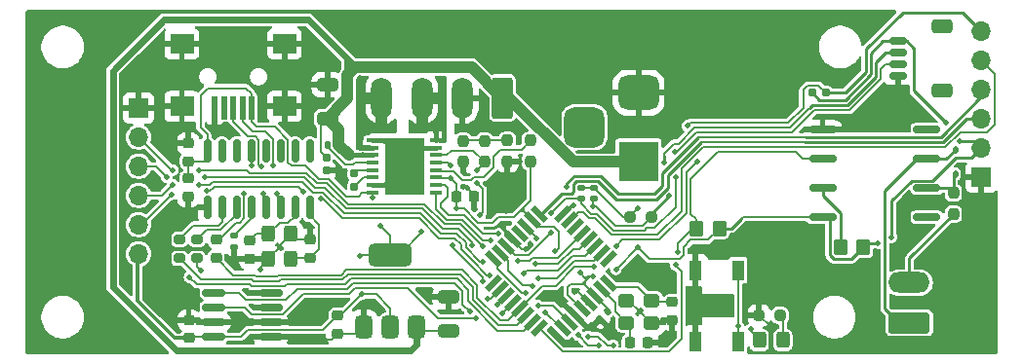
<source format=gbr>
%TF.GenerationSoftware,KiCad,Pcbnew,8.0.2*%
%TF.CreationDate,2024-12-30T14:19:07+01:00*%
%TF.ProjectId,MasterOfAccessories,4d617374-6572-44f6-9641-63636573736f,rev?*%
%TF.SameCoordinates,Original*%
%TF.FileFunction,Copper,L1,Top*%
%TF.FilePolarity,Positive*%
%FSLAX46Y46*%
G04 Gerber Fmt 4.6, Leading zero omitted, Abs format (unit mm)*
G04 Created by KiCad (PCBNEW 8.0.2) date 2024-12-30 14:19:07*
%MOMM*%
%LPD*%
G01*
G04 APERTURE LIST*
G04 Aperture macros list*
%AMRoundRect*
0 Rectangle with rounded corners*
0 $1 Rounding radius*
0 $2 $3 $4 $5 $6 $7 $8 $9 X,Y pos of 4 corners*
0 Add a 4 corners polygon primitive as box body*
4,1,4,$2,$3,$4,$5,$6,$7,$8,$9,$2,$3,0*
0 Add four circle primitives for the rounded corners*
1,1,$1+$1,$2,$3*
1,1,$1+$1,$4,$5*
1,1,$1+$1,$6,$7*
1,1,$1+$1,$8,$9*
0 Add four rect primitives between the rounded corners*
20,1,$1+$1,$2,$3,$4,$5,0*
20,1,$1+$1,$4,$5,$6,$7,0*
20,1,$1+$1,$6,$7,$8,$9,0*
20,1,$1+$1,$8,$9,$2,$3,0*%
%AMRotRect*
0 Rectangle, with rotation*
0 The origin of the aperture is its center*
0 $1 length*
0 $2 width*
0 $3 Rotation angle, in degrees counterclockwise*
0 Add horizontal line*
21,1,$1,$2,0,0,$3*%
G04 Aperture macros list end*
%TA.AperFunction,SMDPad,CuDef*%
%ADD10R,1.100000X1.800000*%
%TD*%
%TA.AperFunction,SMDPad,CuDef*%
%ADD11RoundRect,0.237500X0.250000X0.237500X-0.250000X0.237500X-0.250000X-0.237500X0.250000X-0.237500X0*%
%TD*%
%TA.AperFunction,SMDPad,CuDef*%
%ADD12RoundRect,0.250000X0.325000X0.450000X-0.325000X0.450000X-0.325000X-0.450000X0.325000X-0.450000X0*%
%TD*%
%TA.AperFunction,SMDPad,CuDef*%
%ADD13RotRect,1.600000X0.550000X225.000000*%
%TD*%
%TA.AperFunction,SMDPad,CuDef*%
%ADD14RotRect,1.600000X0.550000X135.000000*%
%TD*%
%TA.AperFunction,SMDPad,CuDef*%
%ADD15RoundRect,0.300000X-0.300000X0.400000X-0.300000X-0.400000X0.300000X-0.400000X0.300000X0.400000X0*%
%TD*%
%TA.AperFunction,SMDPad,CuDef*%
%ADD16RoundRect,0.155000X-0.155000X0.212500X-0.155000X-0.212500X0.155000X-0.212500X0.155000X0.212500X0*%
%TD*%
%TA.AperFunction,SMDPad,CuDef*%
%ADD17RoundRect,0.237500X0.237500X-0.250000X0.237500X0.250000X-0.237500X0.250000X-0.237500X-0.250000X0*%
%TD*%
%TA.AperFunction,SMDPad,CuDef*%
%ADD18RoundRect,0.150000X0.825000X0.150000X-0.825000X0.150000X-0.825000X-0.150000X0.825000X-0.150000X0*%
%TD*%
%TA.AperFunction,SMDPad,CuDef*%
%ADD19RoundRect,0.140000X0.170000X-0.140000X0.170000X0.140000X-0.170000X0.140000X-0.170000X-0.140000X0*%
%TD*%
%TA.AperFunction,ComponentPad*%
%ADD20RoundRect,0.875000X-0.875000X0.875000X-0.875000X-0.875000X0.875000X-0.875000X0.875000X0.875000X0*%
%TD*%
%TA.AperFunction,ComponentPad*%
%ADD21RoundRect,0.750000X-1.000000X0.750000X-1.000000X-0.750000X1.000000X-0.750000X1.000000X0.750000X0*%
%TD*%
%TA.AperFunction,ComponentPad*%
%ADD22R,3.500000X3.500000*%
%TD*%
%TA.AperFunction,SMDPad,CuDef*%
%ADD23RoundRect,0.160000X-0.197500X-0.160000X0.197500X-0.160000X0.197500X0.160000X-0.197500X0.160000X0*%
%TD*%
%TA.AperFunction,SMDPad,CuDef*%
%ADD24RoundRect,0.237500X-0.250000X-0.237500X0.250000X-0.237500X0.250000X0.237500X-0.250000X0.237500X0*%
%TD*%
%TA.AperFunction,SMDPad,CuDef*%
%ADD25RoundRect,0.150000X0.150000X-0.825000X0.150000X0.825000X-0.150000X0.825000X-0.150000X-0.825000X0*%
%TD*%
%TA.AperFunction,SMDPad,CuDef*%
%ADD26RoundRect,0.162500X1.012500X0.162500X-1.012500X0.162500X-1.012500X-0.162500X1.012500X-0.162500X0*%
%TD*%
%TA.AperFunction,SMDPad,CuDef*%
%ADD27RoundRect,0.225000X-0.225000X-0.250000X0.225000X-0.250000X0.225000X0.250000X-0.225000X0.250000X0*%
%TD*%
%TA.AperFunction,SMDPad,CuDef*%
%ADD28RoundRect,0.250000X0.650000X-0.325000X0.650000X0.325000X-0.650000X0.325000X-0.650000X-0.325000X0*%
%TD*%
%TA.AperFunction,SMDPad,CuDef*%
%ADD29RoundRect,0.112500X0.112500X-0.187500X0.112500X0.187500X-0.112500X0.187500X-0.112500X-0.187500X0*%
%TD*%
%TA.AperFunction,SMDPad,CuDef*%
%ADD30RoundRect,0.237500X-0.237500X0.250000X-0.237500X-0.250000X0.237500X-0.250000X0.237500X0.250000X0*%
%TD*%
%TA.AperFunction,ComponentPad*%
%ADD31O,1.700000X1.700000*%
%TD*%
%TA.AperFunction,ComponentPad*%
%ADD32R,1.700000X1.700000*%
%TD*%
%TA.AperFunction,SMDPad,CuDef*%
%ADD33RoundRect,0.225000X0.250000X-0.225000X0.250000X0.225000X-0.250000X0.225000X-0.250000X-0.225000X0*%
%TD*%
%TA.AperFunction,SMDPad,CuDef*%
%ADD34R,2.000000X1.700000*%
%TD*%
%TA.AperFunction,SMDPad,CuDef*%
%ADD35R,0.500000X2.000000*%
%TD*%
%TA.AperFunction,SMDPad,CuDef*%
%ADD36RoundRect,0.140000X0.140000X0.170000X-0.140000X0.170000X-0.140000X-0.170000X0.140000X-0.170000X0*%
%TD*%
%TA.AperFunction,SMDPad,CuDef*%
%ADD37RoundRect,0.225000X-0.250000X0.225000X-0.250000X-0.225000X0.250000X-0.225000X0.250000X0.225000X0*%
%TD*%
%TA.AperFunction,SMDPad,CuDef*%
%ADD38RoundRect,0.140000X-0.170000X0.140000X-0.170000X-0.140000X0.170000X-0.140000X0.170000X0.140000X0*%
%TD*%
%TA.AperFunction,SMDPad,CuDef*%
%ADD39RoundRect,0.375000X0.375000X-0.625000X0.375000X0.625000X-0.375000X0.625000X-0.375000X-0.625000X0*%
%TD*%
%TA.AperFunction,SMDPad,CuDef*%
%ADD40RoundRect,0.500000X1.400000X-0.500000X1.400000X0.500000X-1.400000X0.500000X-1.400000X-0.500000X0*%
%TD*%
%TA.AperFunction,SMDPad,CuDef*%
%ADD41RoundRect,0.225000X0.225000X0.250000X-0.225000X0.250000X-0.225000X-0.250000X0.225000X-0.250000X0*%
%TD*%
%TA.AperFunction,SMDPad,CuDef*%
%ADD42RoundRect,0.250000X0.350000X0.450000X-0.350000X0.450000X-0.350000X-0.450000X0.350000X-0.450000X0*%
%TD*%
%TA.AperFunction,SMDPad,CuDef*%
%ADD43RoundRect,0.200000X-0.275000X0.200000X-0.275000X-0.200000X0.275000X-0.200000X0.275000X0.200000X0*%
%TD*%
%TA.AperFunction,SMDPad,CuDef*%
%ADD44RoundRect,0.300000X-0.400000X-0.300000X0.400000X-0.300000X0.400000X0.300000X-0.400000X0.300000X0*%
%TD*%
%TA.AperFunction,SMDPad,CuDef*%
%ADD45RoundRect,0.140000X-0.021213X0.219203X-0.219203X0.021213X0.021213X-0.219203X0.219203X-0.021213X0*%
%TD*%
%TA.AperFunction,SMDPad,CuDef*%
%ADD46RoundRect,0.250000X0.650000X-0.350000X0.650000X0.350000X-0.650000X0.350000X-0.650000X-0.350000X0*%
%TD*%
%TA.AperFunction,SMDPad,CuDef*%
%ADD47RoundRect,0.150000X0.625000X-0.150000X0.625000X0.150000X-0.625000X0.150000X-0.625000X-0.150000X0*%
%TD*%
%TA.AperFunction,SMDPad,CuDef*%
%ADD48RoundRect,0.200000X0.275000X-0.200000X0.275000X0.200000X-0.275000X0.200000X-0.275000X-0.200000X0*%
%TD*%
%TA.AperFunction,ComponentPad*%
%ADD49RoundRect,0.250000X0.650000X1.550000X-0.650000X1.550000X-0.650000X-1.550000X0.650000X-1.550000X0*%
%TD*%
%TA.AperFunction,ComponentPad*%
%ADD50O,1.800000X3.600000*%
%TD*%
%TA.AperFunction,SMDPad,CuDef*%
%ADD51R,3.400000X5.000000*%
%TD*%
%TA.AperFunction,SMDPad,CuDef*%
%ADD52R,1.050000X0.450000*%
%TD*%
%TA.AperFunction,ComponentPad*%
%ADD53RoundRect,0.250000X1.550000X-0.650000X1.550000X0.650000X-1.550000X0.650000X-1.550000X-0.650000X0*%
%TD*%
%TA.AperFunction,ComponentPad*%
%ADD54O,3.600000X1.800000*%
%TD*%
%TA.AperFunction,ViaPad*%
%ADD55C,0.500000*%
%TD*%
%TA.AperFunction,Conductor*%
%ADD56C,0.250000*%
%TD*%
%TA.AperFunction,Conductor*%
%ADD57C,0.200000*%
%TD*%
%TA.AperFunction,Conductor*%
%ADD58C,0.450000*%
%TD*%
%TA.AperFunction,Conductor*%
%ADD59C,0.300000*%
%TD*%
%TA.AperFunction,Conductor*%
%ADD60C,1.000000*%
%TD*%
%TA.AperFunction,Conductor*%
%ADD61C,0.600000*%
%TD*%
%TA.AperFunction,Conductor*%
%ADD62C,0.400000*%
%TD*%
G04 APERTURE END LIST*
D10*
%TO.P,SW1001,1,A*%
%TO.N,GND*%
X230941000Y-115114000D03*
X230941000Y-108914000D03*
%TO.P,SW1001,2,B*%
%TO.N,/MCU/Switch*%
X234641000Y-115114000D03*
X234641000Y-108914000D03*
%TD*%
D11*
%TO.P,R1001,1*%
%TO.N,Net-(D1001-K)*%
X238285500Y-112841000D03*
%TO.P,R1001,2*%
%TO.N,GND*%
X236460500Y-112841000D03*
%TD*%
D12*
%TO.P,D1001,1,K*%
%TO.N,Net-(D1001-K)*%
X238525000Y-115000000D03*
%TO.P,D1001,2,A*%
%TO.N,/MCU/LED*%
X236475000Y-115000000D03*
%TD*%
D13*
%TO.P,U201,32,PD2*%
%TO.N,/DCC/DCC*%
X217351106Y-113985103D03*
%TO.P,U201,31,PD1*%
%TO.N,/MCU/S_Tx*%
X216785421Y-113419417D03*
%TO.P,U201,30,PD0*%
%TO.N,/MCU/S_Rx*%
X216219735Y-112853732D03*
%TO.P,U201,29,~{RESET}/PC6*%
%TO.N,/MCU/reset*%
X215654050Y-112288047D03*
%TO.P,U201,28,PC5*%
%TO.N,/EEPROM/SCL*%
X215088364Y-111722361D03*
%TO.P,U201,27,PC4*%
%TO.N,/EEPROM/SDA*%
X214522679Y-111156676D03*
%TO.P,U201,26,PC3*%
%TO.N,/Hbridge/IN.CS*%
X213956994Y-110590990D03*
%TO.P,U201,25,PC2*%
%TO.N,unconnected-(U201-PC2-Pad25)*%
X213391308Y-110025305D03*
D14*
%TO.P,U201,24,PC1*%
%TO.N,/MCU/Switch*%
X213391308Y-107974695D03*
%TO.P,U201,23,PC0*%
%TO.N,/MCU/LED*%
X213956994Y-107409010D03*
%TO.P,U201,22,ADC7*%
%TO.N,/MCU/POT*%
X214522679Y-106843324D03*
%TO.P,U201,21,GND*%
%TO.N,GND*%
X215088364Y-106277639D03*
%TO.P,U201,20,AREF*%
%TO.N,unconnected-(U201-AREF-Pad20)*%
X215654050Y-105711953D03*
%TO.P,U201,19,ADC6*%
%TO.N,/MCU/BUTTONS*%
X216219735Y-105146268D03*
%TO.P,U201,18,AVCC*%
%TO.N,+5V*%
X216785421Y-104580583D03*
%TO.P,U201,17,PB5*%
%TO.N,/MCU/SCK*%
X217351106Y-104014897D03*
D13*
%TO.P,U201,16,PB4*%
%TO.N,/MCU/MISO*%
X219401716Y-104014897D03*
%TO.P,U201,15,PB3*%
%TO.N,/MCU/MOSI*%
X219967401Y-104580583D03*
%TO.P,U201,14,PB2*%
%TO.N,unconnected-(U201-PB2-Pad14)*%
X220533087Y-105146268D03*
%TO.P,U201,13,PB1*%
%TO.N,/Hbridge/IN.B*%
X221098772Y-105711953D03*
%TO.P,U201,12,PB0*%
%TO.N,/Hbridge/IN.A*%
X221664458Y-106277639D03*
%TO.P,U201,11,PD7*%
%TO.N,/MCU/latch*%
X222230143Y-106843324D03*
%TO.P,U201,10,PD6*%
%TO.N,/MCU/clock*%
X222795828Y-107409010D03*
%TO.P,U201,9,PD5*%
%TO.N,unconnected-(U201-PD5-Pad9)*%
X223361514Y-107974695D03*
D14*
%TO.P,U201,8,XTAL2/PB7*%
%TO.N,/MCU/X2*%
X223361514Y-110025305D03*
%TO.P,U201,7,XTAL1/PB6*%
%TO.N,/MCU/X1*%
X222795828Y-110590990D03*
%TO.P,U201,6,VCC*%
%TO.N,+5V*%
X222230143Y-111156676D03*
%TO.P,U201,5,GND*%
%TO.N,GND*%
X221664458Y-111722361D03*
%TO.P,U201,4,VCC*%
%TO.N,+5V*%
X221098772Y-112288047D03*
%TO.P,U201,3,GND*%
%TO.N,GND*%
X220533087Y-112853732D03*
%TO.P,U201,2,PD4*%
%TO.N,/MCU/dataIn*%
X219967401Y-113419417D03*
%TO.P,U201,1,PD3*%
%TO.N,/MCU/dataOut*%
X219401716Y-113985103D03*
%TD*%
D15*
%TO.P,Y501,1,1*%
%TO.N,Net-(U501-XI)*%
X193865000Y-105775000D03*
%TO.P,Y501,2,GND*%
%TO.N,GND*%
X193865000Y-107975000D03*
%TO.P,Y501,3,3*%
%TO.N,Net-(U501-XO)*%
X195765000Y-107975000D03*
%TO.P,Y501,4,GND*%
%TO.N,GND*%
X195765000Y-105775000D03*
%TD*%
D16*
%TO.P,C405,1*%
%TO.N,+12V*%
X198882000Y-99127500D03*
%TO.P,C405,2*%
%TO.N,GND*%
X198882000Y-100262500D03*
%TD*%
D17*
%TO.P,R404,1*%
%TO.N,+5V*%
X216610000Y-99448000D03*
%TO.P,R404,2*%
%TO.N,Net-(U401-nFault)*%
X216610000Y-97623000D03*
%TD*%
D18*
%TO.P,U801,1,A0*%
%TO.N,GND*%
X194071000Y-114693000D03*
%TO.P,U801,2,A1*%
X194071000Y-113423000D03*
%TO.P,U801,3,A2*%
X194071000Y-112153000D03*
%TO.P,U801,4,GND*%
X194071000Y-110883000D03*
%TO.P,U801,5,SDA*%
%TO.N,/EEPROM/SDA*%
X189121000Y-110883000D03*
%TO.P,U801,6,SCL*%
%TO.N,/EEPROM/SCL*%
X189121000Y-112153000D03*
%TO.P,U801,7,WP*%
%TO.N,GND*%
X189121000Y-113423000D03*
%TO.P,U801,8,VCC*%
%TO.N,+5V*%
X189121000Y-114693000D03*
%TD*%
D19*
%TO.P,C505,1*%
%TO.N,GND*%
X190844000Y-106897000D03*
%TO.P,C505,2*%
%TO.N,Net-(U501-V3)*%
X190844000Y-105937000D03*
%TD*%
D20*
%TO.P,J301,3*%
%TO.N,N/C*%
X221300000Y-96472000D03*
D21*
%TO.P,J301,2*%
%TO.N,GND*%
X226000000Y-93472000D03*
D22*
%TO.P,J301,1*%
%TO.N,+12V*%
X226000000Y-99472000D03*
%TD*%
D23*
%TO.P,R201,1*%
%TO.N,+5V*%
X241066500Y-93472000D03*
%TO.P,R201,2*%
%TO.N,/MCU/reset*%
X242261500Y-93472000D03*
%TD*%
D24*
%TO.P,R701,1*%
%TO.N,+5V*%
X225274500Y-104263000D03*
%TO.P,R701,2*%
%TO.N,/MCU/BUTTONS*%
X227099500Y-104263000D03*
%TD*%
D25*
%TO.P,U501,1,GND*%
%TO.N,GND*%
X188555000Y-103475000D03*
%TO.P,U501,2,TXD*%
%TO.N,Net-(U501-TXD)*%
X189825000Y-103475000D03*
%TO.P,U501,3,RXD*%
%TO.N,Net-(U501-RXD)*%
X191095000Y-103475000D03*
%TO.P,U501,4,V3*%
%TO.N,Net-(U501-V3)*%
X192365000Y-103475000D03*
%TO.P,U501,5,UD+*%
%TO.N,Net-(J501-D+)*%
X193635000Y-103475000D03*
%TO.P,U501,6,UD-*%
%TO.N,Net-(J501-D-)*%
X194905000Y-103475000D03*
%TO.P,U501,7,XI*%
%TO.N,Net-(U501-XI)*%
X196175000Y-103475000D03*
%TO.P,U501,8,XO*%
%TO.N,Net-(U501-XO)*%
X197445000Y-103475000D03*
%TO.P,U501,9,~{CTS}*%
%TO.N,unconnected-(U501-~{CTS}-Pad9)*%
X197445000Y-98525000D03*
%TO.P,U501,10,~{DSR}*%
%TO.N,unconnected-(U501-~{DSR}-Pad10)*%
X196175000Y-98525000D03*
%TO.P,U501,11,~{RI}*%
%TO.N,unconnected-(U501-~{RI}-Pad11)*%
X194905000Y-98525000D03*
%TO.P,U501,12,~{DCD}*%
%TO.N,unconnected-(U501-~{DCD}-Pad12)*%
X193635000Y-98525000D03*
%TO.P,U501,13,~{DTR}*%
%TO.N,Net-(U501-~{DTR})*%
X192365000Y-98525000D03*
%TO.P,U501,14,~{RTS}*%
%TO.N,unconnected-(U501-~{RTS}-Pad14)*%
X191095000Y-98525000D03*
%TO.P,U501,15,R232*%
%TO.N,unconnected-(U501-R232-Pad15)*%
X189825000Y-98525000D03*
%TO.P,U501,16,VCC*%
%TO.N,+5V*%
X188555000Y-98525000D03*
%TD*%
D26*
%TO.P,U901,8,VCC*%
%TO.N,+5V*%
X241975000Y-104310000D03*
%TO.P,U901,7,EN*%
%TO.N,Net-(U901-EN)*%
X241975000Y-101770000D03*
%TO.P,U901,6,VO*%
%TO.N,/DCC/DCC*%
X241975000Y-99230000D03*
%TO.P,U901,5,GND*%
%TO.N,GND*%
X241975000Y-96690000D03*
%TO.P,U901,4*%
%TO.N,N/C*%
X251025000Y-96690000D03*
%TO.P,U901,3,C*%
%TO.N,Net-(D901-A)*%
X251025000Y-99230000D03*
%TO.P,U901,2,A*%
%TO.N,Net-(D901-K)*%
X251025000Y-101770000D03*
%TO.P,U901,1,NC*%
%TO.N,unconnected-(U901-NC-Pad1)*%
X251025000Y-104310000D03*
%TD*%
D27*
%TO.P,C401,1*%
%TO.N,+5V*%
X210172000Y-102485000D03*
%TO.P,C401,2*%
%TO.N,GND*%
X211722000Y-102485000D03*
%TD*%
D28*
%TO.P,C301,1*%
%TO.N,+12V*%
X209500000Y-114225000D03*
%TO.P,C301,2*%
%TO.N,GND*%
X209500000Y-111275000D03*
%TD*%
D29*
%TO.P,D901,1,K*%
%TO.N,Net-(D901-K)*%
X253500000Y-100550000D03*
%TO.P,D901,2,A*%
%TO.N,Net-(D901-A)*%
X253500000Y-98450000D03*
%TD*%
D30*
%TO.P,R403,1*%
%TO.N,Net-(R401-Pad1)*%
X214610000Y-97623000D03*
%TO.P,R403,2*%
%TO.N,GND*%
X214610000Y-99448000D03*
%TD*%
D16*
%TO.P,C404,1*%
%TO.N,Net-(U401-CPH)*%
X201295000Y-100520500D03*
%TO.P,C404,2*%
%TO.N,Net-(U401-CPL)*%
X201295000Y-101655500D03*
%TD*%
D31*
%TO.P,J601,6,Pin_6*%
%TO.N,+5V*%
X182598000Y-107500000D03*
%TO.P,J601,5,Pin_5*%
%TO.N,/MCU/dataOut*%
X182598000Y-104960000D03*
%TO.P,J601,4,Pin_4*%
%TO.N,/MCU/dataIn*%
X182598000Y-102420000D03*
%TO.P,J601,3,Pin_3*%
%TO.N,/MCU/clock*%
X182598000Y-99880000D03*
%TO.P,J601,2,Pin_2*%
%TO.N,/MCU/latch*%
X182598000Y-97340000D03*
D32*
%TO.P,J601,1,Pin_1*%
%TO.N,GND*%
X182598000Y-94800000D03*
%TD*%
D33*
%TO.P,C504,1*%
%TO.N,Net-(U501-XO)*%
X197448000Y-107827000D03*
%TO.P,C504,2*%
%TO.N,GND*%
X197448000Y-106277000D03*
%TD*%
%TO.P,C501,1*%
%TO.N,+5V*%
X186904000Y-99427000D03*
%TO.P,C501,2*%
%TO.N,GND*%
X186904000Y-97877000D03*
%TD*%
D34*
%TO.P,J501,6,Shield*%
%TO.N,GND*%
X186350000Y-89225000D03*
X186350000Y-94675000D03*
X195250000Y-89225000D03*
X195250000Y-94675000D03*
D35*
%TO.P,J501,5,GND*%
X189200000Y-94775000D03*
%TO.P,J501,4,ID*%
%TO.N,unconnected-(J501-ID-Pad4)*%
X190000000Y-94775000D03*
%TO.P,J501,3,D+*%
%TO.N,Net-(J501-D+)*%
X190800000Y-94775000D03*
%TO.P,J501,2,D-*%
%TO.N,Net-(J501-D-)*%
X191600000Y-94775000D03*
%TO.P,J501,1,VBUS*%
%TO.N,+5V*%
X192400000Y-94775000D03*
%TD*%
D36*
%TO.P,C402,1*%
%TO.N,+12V*%
X199960000Y-97995000D03*
%TO.P,C402,2*%
%TO.N,Net-(U401-VCP)*%
X199000000Y-97995000D03*
%TD*%
D37*
%TO.P,C502,1*%
%TO.N,+5V*%
X186904000Y-100925000D03*
%TO.P,C502,2*%
%TO.N,GND*%
X186904000Y-102475000D03*
%TD*%
D38*
%TO.P,C702,1*%
%TO.N,+5V*%
X222123000Y-101751000D03*
%TO.P,C702,2*%
%TO.N,/MCU/BUTTONS*%
X222123000Y-102711000D03*
%TD*%
D37*
%TO.P,C503,1*%
%TO.N,Net-(U501-XI)*%
X192275000Y-106354000D03*
%TO.P,C503,2*%
%TO.N,GND*%
X192275000Y-107904000D03*
%TD*%
D39*
%TO.P,U301,1,GND*%
%TO.N,GND*%
X202120000Y-113868000D03*
%TO.P,U301,2,VO*%
%TO.N,+5V*%
X204420000Y-113868000D03*
D40*
X204420000Y-107568000D03*
D39*
%TO.P,U301,3,VI*%
%TO.N,+12V*%
X206720000Y-113868000D03*
%TD*%
D30*
%TO.P,R401,1*%
%TO.N,Net-(R401-Pad1)*%
X210796000Y-97675000D03*
%TO.P,R401,2*%
%TO.N,GND*%
X210796000Y-99500000D03*
%TD*%
D33*
%TO.P,C203,1*%
%TO.N,GND*%
X228927411Y-113245000D03*
%TO.P,C203,2*%
%TO.N,/MCU/X2*%
X228927411Y-111695000D03*
%TD*%
D37*
%TO.P,C801,1*%
%TO.N,GND*%
X186944000Y-113267000D03*
%TO.P,C801,2*%
%TO.N,+5V*%
X186944000Y-114817000D03*
%TD*%
D32*
%TO.P,J201,1,Pin_1*%
%TO.N,GND*%
X255761000Y-100838000D03*
D31*
%TO.P,J201,2,Pin_2*%
%TO.N,+5V*%
X255761000Y-98298000D03*
%TO.P,J201,3,Pin_3*%
%TO.N,/MCU/SCK*%
X255761000Y-95758000D03*
%TO.P,J201,4,Pin_4*%
%TO.N,/MCU/MISO*%
X255761000Y-93218000D03*
%TO.P,J201,5,Pin_5*%
%TO.N,/MCU/MOSI*%
X255761000Y-90678000D03*
%TO.P,J201,6,Pin_6*%
%TO.N,/MCU/reset*%
X255761000Y-88138000D03*
%TD*%
D41*
%TO.P,C201,1*%
%TO.N,GND*%
X226781411Y-115232000D03*
%TO.P,C201,2*%
%TO.N,/MCU/X1*%
X225231411Y-115232000D03*
%TD*%
D37*
%TO.P,C302,1*%
%TO.N,+5V*%
X199848000Y-112864000D03*
%TO.P,C302,2*%
%TO.N,GND*%
X199848000Y-114414000D03*
%TD*%
D42*
%TO.P,R903,1*%
%TO.N,+5V*%
X233029000Y-105283000D03*
%TO.P,R903,2*%
%TO.N,/DCC/DCC*%
X231029000Y-105283000D03*
%TD*%
D28*
%TO.P,C403,1*%
%TO.N,+12V*%
X199000000Y-95725000D03*
%TO.P,C403,2*%
%TO.N,GND*%
X199000000Y-92775000D03*
%TD*%
D43*
%TO.P,R501,1*%
%TO.N,Net-(U501-TXD)*%
X186145000Y-106240000D03*
%TO.P,R501,2*%
%TO.N,/MCU/S_Rx*%
X186145000Y-107890000D03*
%TD*%
D44*
%TO.P,Y201,1,1*%
%TO.N,/MCU/X1*%
X224949411Y-113481000D03*
%TO.P,Y201,2,GND*%
%TO.N,GND*%
X227149411Y-113481000D03*
%TO.P,Y201,3,3*%
%TO.N,/MCU/X2*%
X227149411Y-111581000D03*
%TO.P,Y201,4,GND*%
%TO.N,GND*%
X224949411Y-111581000D03*
%TD*%
D45*
%TO.P,C202,1*%
%TO.N,+5V*%
X223339411Y-112470000D03*
%TO.P,C202,2*%
%TO.N,GND*%
X222660589Y-113148822D03*
%TD*%
D17*
%TO.P,R402,1*%
%TO.N,/Hbridge/IN.CS*%
X212610000Y-99500000D03*
%TO.P,R402,2*%
%TO.N,Net-(R401-Pad1)*%
X212610000Y-97675000D03*
%TD*%
%TO.P,R901,1*%
%TO.N,Net-(J901-Pin_2)*%
X253348000Y-104036500D03*
%TO.P,R901,2*%
%TO.N,Net-(D901-K)*%
X253348000Y-102211500D03*
%TD*%
D46*
%TO.P,J701,MP*%
%TO.N,N/C*%
X252375000Y-87700000D03*
X252375000Y-93300000D03*
D47*
%TO.P,J701,4,Pin_4*%
%TO.N,+5V*%
X248500000Y-89000000D03*
%TO.P,J701,3,Pin_3*%
%TO.N,/MCU/BUTTONS*%
X248500000Y-90000000D03*
%TO.P,J701,2,Pin_2*%
%TO.N,/MCU/POT*%
X248500000Y-91000000D03*
%TO.P,J701,1,Pin_1*%
%TO.N,GND*%
X248500000Y-92000000D03*
%TD*%
D38*
%TO.P,C701,1*%
%TO.N,+5V*%
X220980000Y-101751000D03*
%TO.P,C701,2*%
%TO.N,/MCU/POT*%
X220980000Y-102711000D03*
%TD*%
D37*
%TO.P,C506,1*%
%TO.N,Net-(U501-~{DTR})*%
X189320000Y-106277000D03*
%TO.P,C506,2*%
%TO.N,/MCU/reset*%
X189320000Y-107827000D03*
%TD*%
D42*
%TO.P,R902,1*%
%TO.N,+5V*%
X245521000Y-106934000D03*
%TO.P,R902,2*%
%TO.N,Net-(U901-EN)*%
X243521000Y-106934000D03*
%TD*%
D48*
%TO.P,R502,1*%
%TO.N,/MCU/S_Tx*%
X187669000Y-107890000D03*
%TO.P,R502,2*%
%TO.N,Net-(U501-RXD)*%
X187669000Y-106240000D03*
%TD*%
D49*
%TO.P,J401,1,Pin_1*%
%TO.N,+12V*%
X214195000Y-93932500D03*
D50*
%TO.P,J401,2,Pin_2*%
%TO.N,GND*%
X210695000Y-93932500D03*
%TO.P,J401,3,Pin_3*%
%TO.N,/Hbridge/OUT.A*%
X207195000Y-93932500D03*
%TO.P,J401,4,Pin_4*%
%TO.N,/Hbridge/OUT.B*%
X203695000Y-93932500D03*
%TD*%
D51*
%TO.P,U401,17,GND*%
%TO.N,GND*%
X205662600Y-99875000D03*
D52*
%TO.P,U401,16,Pmode*%
%TO.N,+5V*%
X202887600Y-102150000D03*
%TO.P,U401,15,GND*%
%TO.N,GND*%
X202887600Y-101500000D03*
%TO.P,U401,14,CPL*%
%TO.N,Net-(U401-CPL)*%
X202887600Y-100850000D03*
%TO.P,U401,13,CPH*%
%TO.N,Net-(U401-CPH)*%
X202887600Y-100200000D03*
%TO.P,U401,12,VCP*%
%TO.N,Net-(U401-VCP)*%
X202887600Y-99550000D03*
%TO.P,U401,11,VM*%
%TO.N,+12V*%
X202887600Y-98900000D03*
%TO.P,U401,10,OUT2*%
%TO.N,/Hbridge/OUT.B*%
X202887600Y-98250000D03*
%TO.P,U401,9,PGND*%
%TO.N,GND*%
X202887600Y-97600000D03*
%TO.P,U401,8,OUT1*%
%TO.N,/Hbridge/OUT.A*%
X208437600Y-97600000D03*
%TO.P,U401,7,Imode*%
%TO.N,GND*%
X208437600Y-98250000D03*
%TO.P,U401,6,Ipropi*%
%TO.N,/Hbridge/IN.CS*%
X208437600Y-98900000D03*
%TO.P,U401,5,Vref*%
%TO.N,+5V*%
X208437600Y-99550000D03*
%TO.P,U401,4,nFault*%
%TO.N,Net-(U401-nFault)*%
X208437600Y-100200000D03*
%TO.P,U401,3,nSleep*%
%TO.N,+5V*%
X208437600Y-100850000D03*
%TO.P,U401,2,IN2*%
%TO.N,/Hbridge/IN.B*%
X208437600Y-101500000D03*
%TO.P,U401,1,IN1*%
%TO.N,/Hbridge/IN.A*%
X208437600Y-102150000D03*
%TD*%
D53*
%TO.P,J901,1,Pin_1*%
%TO.N,Net-(D901-A)*%
X249500000Y-113500000D03*
D54*
%TO.P,J901,2,Pin_2*%
%TO.N,Net-(J901-Pin_2)*%
X249500000Y-110000000D03*
%TD*%
D55*
%TO.N,GND*%
X237490000Y-113919000D03*
X238125000Y-105410000D03*
X241554000Y-105537000D03*
X234823000Y-105791000D03*
X231140000Y-107188000D03*
X247142000Y-115697000D03*
X227203000Y-110236000D03*
X236601000Y-111506000D03*
X235204000Y-112268000D03*
X233934000Y-112014000D03*
X230759000Y-110490000D03*
X230886000Y-113157000D03*
%TO.N,/MCU/LED*%
X235712000Y-114046000D03*
X223774000Y-115443000D03*
X221622909Y-114673091D03*
X216773182Y-110347182D03*
%TO.N,/MCU/Switch*%
X234641000Y-113792000D03*
X222504000Y-115457000D03*
X220726000Y-114554000D03*
X216188127Y-110932237D03*
%TO.N,GND*%
X197231000Y-89154000D03*
X197104000Y-92583000D03*
X241918000Y-95631000D03*
X251189000Y-107569000D03*
X197358000Y-105156000D03*
X246617000Y-86868000D03*
X214503000Y-100711000D03*
X201422000Y-89408000D03*
X204343000Y-88011000D03*
X203454000Y-112395000D03*
X207264000Y-110744000D03*
X184023000Y-106172000D03*
X206883000Y-98171000D03*
X212471000Y-96393000D03*
X250808000Y-95631000D03*
X248395000Y-108077000D03*
X199009000Y-91186000D03*
X193421000Y-94615000D03*
X207772000Y-89789000D03*
X244712000Y-91694000D03*
X195707000Y-114808000D03*
X248776000Y-96393000D03*
X211709000Y-103505000D03*
X252205000Y-111760000D03*
X200025000Y-111633000D03*
X190881000Y-107823000D03*
X192278000Y-115062000D03*
X218313000Y-95631000D03*
X227584000Y-108966000D03*
X226060000Y-90805000D03*
X214249000Y-91313000D03*
X226060000Y-96012000D03*
X185293000Y-103632000D03*
X187579000Y-103632000D03*
X221869000Y-113792000D03*
X178943000Y-86614000D03*
X256142000Y-102743000D03*
X249157000Y-103378000D03*
X206883000Y-101854000D03*
X250554000Y-105410000D03*
X223393000Y-113919000D03*
X202057000Y-112141000D03*
X195834000Y-113411000D03*
X252205000Y-102870000D03*
X173990000Y-105283000D03*
X193167000Y-108839000D03*
X247506000Y-93091000D03*
X209423000Y-112395000D03*
X190500000Y-96901000D03*
X198501000Y-114935000D03*
X183896000Y-101219000D03*
X220599000Y-110744000D03*
X240665000Y-109728000D03*
X190881000Y-113411000D03*
X192659000Y-112141000D03*
X210693000Y-96520000D03*
X224536000Y-109728000D03*
X228854000Y-87376000D03*
X212471000Y-93980000D03*
X215265000Y-96393000D03*
X256142000Y-115570000D03*
X179197000Y-92710000D03*
X181483000Y-109855000D03*
X226060000Y-112522000D03*
X213233000Y-104013000D03*
X228981000Y-114554000D03*
X199898000Y-100457000D03*
X186309000Y-90805000D03*
X173736000Y-91821000D03*
X197358000Y-96901000D03*
X211074000Y-101727000D03*
X192659000Y-110871000D03*
X204343000Y-98171000D03*
X184023000Y-96520000D03*
X181610000Y-98552000D03*
X219456000Y-111887000D03*
X224028000Y-114554000D03*
X185674000Y-113284000D03*
X195199000Y-91059000D03*
X207772000Y-111379000D03*
X243950000Y-96647000D03*
X186817000Y-96520000D03*
X214122000Y-104902000D03*
X223520000Y-98298000D03*
X220218000Y-115316000D03*
X204343000Y-101854000D03*
X206883000Y-99187000D03*
X184531000Y-94742000D03*
X192532000Y-113411000D03*
X204343000Y-100076000D03*
X189230000Y-96520000D03*
X204343000Y-99187000D03*
X178816000Y-99822000D03*
X206883000Y-100076000D03*
X216027000Y-93218000D03*
X184023000Y-110998000D03*
X173228000Y-115443000D03*
X186309000Y-92964000D03*
X182499000Y-92964000D03*
X210820000Y-100457000D03*
X243315000Y-92583000D03*
X193040000Y-89281000D03*
X204343000Y-100965000D03*
X186944000Y-112141000D03*
X198755000Y-87122000D03*
X225806000Y-108077000D03*
X216154000Y-107061000D03*
X198755000Y-94234000D03*
X248522000Y-93091000D03*
X228727000Y-110490000D03*
X185674000Y-97917000D03*
X197231000Y-94742000D03*
X188468000Y-89281000D03*
X184404000Y-89281000D03*
X194818000Y-106934000D03*
X228092000Y-114935000D03*
X195707000Y-96520000D03*
X223139000Y-93345000D03*
X221869000Y-88138000D03*
X211328000Y-88138000D03*
X183388000Y-86995000D03*
X206883000Y-100965000D03*
X228981000Y-93345000D03*
X245601000Y-108458000D03*
X215646000Y-99441000D03*
X202819000Y-111633000D03*
X215646000Y-102616000D03*
X212979000Y-101473000D03*
X256396000Y-107823000D03*
X183769000Y-115697000D03*
X186690000Y-103759000D03*
X173609000Y-96012000D03*
X214503000Y-103759000D03*
X195199000Y-92837000D03*
%TO.N,+5V*%
X209669091Y-100875000D03*
X218769454Y-107263453D03*
X247950000Y-106045000D03*
X201803000Y-107692000D03*
X210172000Y-103555000D03*
X207163653Y-105537000D03*
X209677000Y-99775000D03*
X225933000Y-103505000D03*
X252672379Y-96098379D03*
X221996000Y-109474000D03*
X224028000Y-108839000D03*
X225933000Y-106934000D03*
X201930000Y-111018000D03*
X202887600Y-102616000D03*
X203580293Y-105029707D03*
X246800000Y-106553000D03*
X253896093Y-97703093D03*
X220916500Y-109156500D03*
%TO.N,+12V*%
X200865000Y-98900000D03*
X202057000Y-98900000D03*
%TO.N,/MCU/reset*%
X224028000Y-106807000D03*
X231068127Y-99496127D03*
X222124760Y-108645770D03*
X230241978Y-96362478D03*
%TO.N,/MCU/S_Tx*%
X187977409Y-108944591D03*
X187009091Y-109531909D03*
%TO.N,/MCU/MISO*%
X219770000Y-101711000D03*
X220324046Y-103261000D03*
%TO.N,Net-(U501-~{DTR})*%
X191765000Y-102235000D03*
X192365000Y-99822000D03*
%TO.N,Net-(J501-D-)*%
X194564000Y-102235000D03*
X194235000Y-99822000D03*
%TO.N,Net-(J501-D+)*%
X193421000Y-102235000D03*
X193259138Y-99909028D03*
%TO.N,/DCC/DCC*%
X229235000Y-108484000D03*
X229362000Y-107384000D03*
%TO.N,/Hbridge/OUT.A*%
X208915000Y-92325000D03*
X208915000Y-93976000D03*
X208788000Y-95881000D03*
X206502000Y-96516000D03*
X208437600Y-96897000D03*
%TO.N,/Hbridge/OUT.B*%
X204470000Y-96516000D03*
X201803000Y-94103000D03*
X201803000Y-96770000D03*
X201676000Y-98167000D03*
X202946000Y-96516000D03*
X201803000Y-92198000D03*
%TO.N,/MCU/clock*%
X188341000Y-100838000D03*
X211547248Y-106714752D03*
X217297000Y-109601000D03*
X185039000Y-100838000D03*
%TO.N,/MCU/latch*%
X216042670Y-109218999D03*
X187833000Y-100203000D03*
X212469381Y-106859937D03*
X185547000Y-100203000D03*
%TO.N,/Hbridge/IN.CS*%
X211963000Y-100250111D03*
X211963000Y-101350111D03*
X212221095Y-104135905D03*
X212923409Y-111430591D03*
X209873219Y-106737781D03*
X212467049Y-109924258D03*
%TO.N,/Hbridge/IN.B*%
X213838115Y-105760194D03*
X215519000Y-108119000D03*
%TO.N,/Hbridge/IN.A*%
X213106000Y-106310194D03*
X217066088Y-108373000D03*
%TO.N,/MCU/dataIn*%
X217297000Y-112014000D03*
X212452825Y-108186886D03*
X187833000Y-101473000D03*
X185547000Y-101473000D03*
%TO.N,/MCU/dataOut*%
X188468000Y-102023000D03*
X217877336Y-112576664D03*
X198374000Y-102715000D03*
X196882562Y-102075438D03*
X185491409Y-102306409D03*
X213045780Y-109345526D03*
%TO.N,/EEPROM/SCL*%
X211897406Y-113091594D03*
X214172409Y-112679591D03*
%TO.N,/EEPROM/SDA*%
X213741000Y-111883000D03*
X211325907Y-112520096D03*
%TO.N,/MCU/POT*%
X229145913Y-98589913D03*
X229193001Y-100805568D03*
X218411153Y-103980153D03*
X218411153Y-105660000D03*
%TO.N,/MCU/BUTTONS*%
X217136501Y-106156834D03*
X221996000Y-103374000D03*
X228643001Y-102456567D03*
X228200000Y-99535827D03*
%TO.N,GND*%
X218694000Y-110998000D03*
%TD*%
D56*
%TO.N,/MCU/reset*%
X254110000Y-86487000D02*
X255761000Y-88138000D01*
X245728000Y-89679000D02*
X248920000Y-86487000D01*
X245728000Y-91694000D02*
X245728000Y-89679000D01*
X248920000Y-86487000D02*
X254110000Y-86487000D01*
X243950000Y-93472000D02*
X245728000Y-91694000D01*
X242261500Y-93472000D02*
X243950000Y-93472000D01*
D57*
%TO.N,GND*%
X237490000Y-113870500D02*
X236460500Y-112841000D01*
X237490000Y-113919000D02*
X237490000Y-113870500D01*
%TO.N,/MCU/reset*%
X240689028Y-92837000D02*
X241626500Y-92837000D01*
X240287514Y-94790800D02*
X240287514Y-93238514D01*
X240287514Y-93238514D02*
X240689028Y-92837000D01*
X241626500Y-92837000D02*
X242261500Y-93472000D01*
X230504456Y-96100000D02*
X238978314Y-96100000D01*
X230241978Y-96362478D02*
X230504456Y-96100000D01*
X238978314Y-96100000D02*
X240287514Y-94790800D01*
%TO.N,/MCU/LED*%
X235712000Y-114046000D02*
X235712000Y-114237000D01*
X235712000Y-114237000D02*
X236475000Y-115000000D01*
X223267818Y-115443000D02*
X223774000Y-115443000D01*
X223203409Y-115378591D02*
X223267818Y-115443000D01*
X222497909Y-114673091D02*
X223203409Y-115378591D01*
X221622909Y-114673091D02*
X222497909Y-114673091D01*
X216662000Y-110236000D02*
X216773182Y-110347182D01*
X215900000Y-110236000D02*
X216662000Y-110236000D01*
X214630000Y-108966000D02*
X215900000Y-110236000D01*
X214630000Y-108082016D02*
X214630000Y-108966000D01*
X213956994Y-107409010D02*
X214630000Y-108082016D01*
%TO.N,/MCU/Switch*%
X215853876Y-110932237D02*
X213741000Y-108819361D01*
X216188127Y-110932237D02*
X215853876Y-110932237D01*
X213741000Y-108819361D02*
X213741000Y-108324387D01*
%TO.N,/MCU/clock*%
X218906782Y-109601000D02*
X220411782Y-108096000D01*
X222108838Y-108096000D02*
X222795828Y-107409010D01*
X217297000Y-109601000D02*
X218906782Y-109601000D01*
X220411782Y-108096000D02*
X222108838Y-108096000D01*
%TO.N,/MCU/latch*%
X221377467Y-107696000D02*
X222230143Y-106843324D01*
X218976097Y-108966000D02*
X220246097Y-107696000D01*
X216295669Y-108966000D02*
X218976097Y-108966000D01*
X220246097Y-107696000D02*
X221377467Y-107696000D01*
X216042670Y-109218999D02*
X216295669Y-108966000D01*
%TO.N,/Hbridge/IN.A*%
X220319411Y-107057000D02*
X220885097Y-107057000D01*
X220885097Y-107057000D02*
X221664458Y-106277639D01*
X217066088Y-108373000D02*
X219003411Y-108373000D01*
X219003411Y-108373000D02*
X220319411Y-107057000D01*
%TO.N,/Hbridge/IN.B*%
X218987725Y-107823000D02*
X221098772Y-105711953D01*
X216813838Y-107823000D02*
X218987725Y-107823000D01*
X216517838Y-108119000D02*
X216813838Y-107823000D01*
X215519000Y-108119000D02*
X216517838Y-108119000D01*
%TO.N,/MCU/POT*%
X215248355Y-107569000D02*
X214522679Y-106843324D01*
X215884182Y-107569000D02*
X215248355Y-107569000D01*
X215926182Y-107611000D02*
X215884182Y-107569000D01*
X216460153Y-107611000D02*
X215926182Y-107611000D01*
X218411153Y-105660000D02*
X216460153Y-107611000D01*
%TO.N,/MCU/Switch*%
X234641000Y-113792000D02*
X234641000Y-108914000D01*
X234641000Y-115114000D02*
X234641000Y-113792000D01*
X221629000Y-115457000D02*
X222504000Y-115457000D01*
X220726000Y-114554000D02*
X221629000Y-115457000D01*
%TO.N,/MCU/dataIn*%
X218561984Y-112014000D02*
X219967401Y-113419417D01*
X217297000Y-112014000D02*
X218561984Y-112014000D01*
%TO.N,/MCU/dataOut*%
X217877336Y-112576664D02*
X217877336Y-112576665D01*
X217877336Y-112576665D02*
X219285774Y-113985103D01*
%TO.N,+5V*%
X241975000Y-104310000D02*
X235034000Y-104310000D01*
D56*
X234922000Y-104422000D02*
X234061000Y-105283000D01*
D57*
X235034000Y-104310000D02*
X234922000Y-104422000D01*
%TO.N,/DCC/DCC*%
X241975000Y-99230000D02*
X240230000Y-99230000D01*
X240230000Y-99230000D02*
X239615000Y-98615000D01*
X230543000Y-104000000D02*
X231029000Y-104486000D01*
X230543000Y-100957000D02*
X230543000Y-104000000D01*
X232885000Y-98615000D02*
X230543000Y-100957000D01*
X231029000Y-104486000D02*
X231029000Y-105283000D01*
X239615000Y-98615000D02*
X232885000Y-98615000D01*
%TO.N,/MCU/POT*%
X239305040Y-96940000D02*
X241253040Y-94992000D01*
X231410040Y-96940000D02*
X239305040Y-96940000D01*
%TO.N,/MCU/BUTTONS*%
X230882274Y-96500000D02*
X239144000Y-96500000D01*
X229477137Y-97905137D02*
X230882274Y-96500000D01*
X239144000Y-96500000D02*
X240822000Y-94822000D01*
%TO.N,/MCU/POT*%
X231032960Y-96915000D02*
X231385040Y-96915000D01*
X229358047Y-98589913D02*
X231032960Y-96915000D01*
X229145913Y-98589913D02*
X229358047Y-98589913D01*
X231385040Y-96915000D02*
X231410040Y-96940000D01*
%TO.N,/MCU/MOSI*%
X256911000Y-91828000D02*
X255761000Y-90678000D01*
X256911000Y-96234346D02*
X256911000Y-91828000D01*
X256237346Y-96908000D02*
X256911000Y-96234346D01*
X253913368Y-96908000D02*
X256237346Y-96908000D01*
X252606368Y-98215000D02*
X253913368Y-96908000D01*
X231571436Y-98215000D02*
X252606368Y-98215000D01*
X229743000Y-100043436D02*
X231571436Y-98215000D01*
X229743000Y-103759000D02*
X229743000Y-100043436D01*
X227664000Y-105838000D02*
X229743000Y-103759000D01*
X222203592Y-104409000D02*
X223632592Y-105838000D01*
X221687496Y-104409000D02*
X222203592Y-104409000D01*
X220726000Y-103882000D02*
X221160496Y-103882000D01*
X221160496Y-103882000D02*
X221687496Y-104409000D01*
X223632592Y-105838000D02*
X227664000Y-105838000D01*
X220027417Y-104580583D02*
X220726000Y-103882000D01*
%TO.N,/MCU/SCK*%
X240395396Y-97790000D02*
X231395396Y-97790000D01*
%TO.N,/MCU/MISO*%
X240500000Y-97340000D02*
X231209000Y-97340000D01*
D56*
X240500000Y-97340000D02*
X252243932Y-97340000D01*
%TO.N,/MCU/BUTTONS*%
X240822000Y-94822000D02*
X241077000Y-94567000D01*
D57*
%TO.N,+5V*%
X230521000Y-106283000D02*
X232029000Y-106283000D01*
X229589818Y-107934000D02*
X229912000Y-107611818D01*
X226933000Y-107934000D02*
X229589818Y-107934000D01*
X232029000Y-106283000D02*
X233029000Y-105283000D01*
X225933000Y-106934000D02*
X226933000Y-107934000D01*
X229912000Y-107611818D02*
X229912000Y-106892000D01*
X229912000Y-106892000D02*
X230521000Y-106283000D01*
%TO.N,/DCC/DCC*%
X229362000Y-106553000D02*
X230632000Y-105283000D01*
X229362000Y-107384000D02*
X229362000Y-106553000D01*
X229702411Y-109006589D02*
X229702411Y-114904589D01*
X228600000Y-116007000D02*
X219373003Y-116007000D01*
X229235000Y-108539178D02*
X229702411Y-109006589D01*
X219373003Y-116007000D02*
X217351106Y-113985103D01*
X229235000Y-108484000D02*
X229235000Y-108539178D01*
X229702411Y-114904589D02*
X228600000Y-116007000D01*
%TO.N,Net-(D1001-K)*%
X238525000Y-115000000D02*
X238525000Y-113080500D01*
D56*
%TO.N,+5V*%
X234061000Y-105283000D02*
X233029000Y-105283000D01*
X242596000Y-107629100D02*
X242596000Y-104500000D01*
X242925900Y-107959000D02*
X242596000Y-107629100D01*
X242925900Y-107959000D02*
X244496000Y-107959000D01*
D57*
%TO.N,GND*%
X199848000Y-114414000D02*
X201574000Y-114414000D01*
X216154000Y-107061000D02*
X215871725Y-107061000D01*
X199327000Y-114935000D02*
X198501000Y-114935000D01*
X194818000Y-106722000D02*
X195765000Y-105775000D01*
X214376000Y-105156000D02*
X214122000Y-104902000D01*
X199848000Y-114414000D02*
X199327000Y-114935000D01*
D58*
X203935000Y-101500000D02*
X204343000Y-101092000D01*
X208437600Y-98250000D02*
X207287600Y-98250000D01*
D57*
X225119000Y-111581000D02*
X226060000Y-112522000D01*
X210796000Y-100433000D02*
X210820000Y-100457000D01*
D58*
X203925600Y-97663000D02*
X204216000Y-97663000D01*
D57*
X193865000Y-107887000D02*
X194818000Y-106934000D01*
X215871725Y-107061000D02*
X215088364Y-106277639D01*
D58*
X202887600Y-97600000D02*
X203862600Y-97600000D01*
D57*
X198501000Y-114935000D02*
X198247000Y-114935000D01*
D58*
X207287600Y-98250000D02*
X205662600Y-99875000D01*
X203862600Y-97600000D02*
X203925600Y-97663000D01*
D57*
X197448000Y-106277000D02*
X196267000Y-106277000D01*
X214376000Y-105565275D02*
X214376000Y-105156000D01*
X194818000Y-106934000D02*
X194818000Y-106722000D01*
X211722000Y-102375000D02*
X211074000Y-101727000D01*
D58*
X202887600Y-101500000D02*
X203935000Y-101500000D01*
D57*
X210796000Y-99500000D02*
X210796000Y-100433000D01*
X193167000Y-108673000D02*
X193865000Y-107975000D01*
X215088364Y-106277639D02*
X214376000Y-105565275D01*
X220686097Y-110744000D02*
X221664458Y-111722361D01*
X227019000Y-113481000D02*
X226060000Y-112522000D01*
X193167000Y-108839000D02*
X193167000Y-108673000D01*
X196267000Y-106277000D02*
X195765000Y-105775000D01*
X220599000Y-110744000D02*
X220686097Y-110744000D01*
%TO.N,Net-(U401-VCP)*%
X201346370Y-99550000D02*
X201196370Y-99700000D01*
X200533630Y-99700000D02*
X199000000Y-98166370D01*
X201196370Y-99700000D02*
X200533630Y-99700000D01*
X202887600Y-99550000D02*
X201346370Y-99550000D01*
%TO.N,/MCU/X1*%
X225231411Y-115232000D02*
X225231411Y-113763000D01*
X224001358Y-112532947D02*
X224949411Y-113481000D01*
X222795828Y-110590990D02*
X223949411Y-111744573D01*
X223949411Y-111744573D02*
X223949411Y-112129530D01*
X224001358Y-112181477D02*
X224001358Y-112532947D01*
X223949411Y-112129530D02*
X224001358Y-112181477D01*
D56*
%TO.N,+5V*%
X246178000Y-91880396D02*
X246178000Y-90041546D01*
D57*
X219066019Y-106966888D02*
X218769454Y-107263453D01*
X195575000Y-97579448D02*
X194445552Y-96450000D01*
X221424500Y-109791500D02*
X221424500Y-109664500D01*
X218638971Y-105110000D02*
X219066019Y-105537048D01*
D59*
X185713238Y-114817000D02*
X182499000Y-111602762D01*
D57*
X203224000Y-111018000D02*
X204420000Y-112214000D01*
X210862372Y-103555000D02*
X210172000Y-103555000D01*
D56*
X246178000Y-90041546D02*
X247219546Y-89000000D01*
D57*
X221335233Y-110261767D02*
X221178467Y-110105000D01*
X225933000Y-106934000D02*
X224028000Y-108839000D01*
D56*
X247950000Y-102870000D02*
X247950000Y-106045000D01*
X249895100Y-89620101D02*
X249895100Y-93321100D01*
D57*
X207163653Y-105637347D02*
X205233000Y-107568000D01*
X201930000Y-111018000D02*
X203224000Y-111018000D01*
X223339411Y-112265944D02*
X222230143Y-111156676D01*
X221488000Y-109474000D02*
X221361000Y-109601000D01*
D59*
X182499000Y-111602762D02*
X182499000Y-107599000D01*
D56*
X246800000Y-106553000D02*
X245902000Y-106553000D01*
D57*
X210172000Y-103555000D02*
X210172000Y-102485000D01*
X219837000Y-110359000D02*
X219837000Y-111026275D01*
D56*
X241711500Y-94117000D02*
X243941396Y-94117000D01*
D57*
X189121000Y-114693000D02*
X191500000Y-114693000D01*
X213783500Y-104309000D02*
X213317500Y-104775000D01*
D56*
X255166093Y-97703093D02*
X255761000Y-98298000D01*
D57*
X219066019Y-105537048D02*
X219066019Y-106966888D01*
X215991419Y-103786581D02*
X215991419Y-103469419D01*
X221178467Y-110105000D02*
X221178467Y-110037533D01*
X215991757Y-103786919D02*
X215673919Y-103786919D01*
X198619000Y-114093000D02*
X199848000Y-112864000D01*
X201930000Y-111018000D02*
X200084000Y-112864000D01*
X217314838Y-105110000D02*
X218638971Y-105110000D01*
X216785421Y-104580583D02*
X215995419Y-103790581D01*
D56*
X243941396Y-94117000D02*
X246178000Y-91880396D01*
D57*
X221335233Y-110261767D02*
X221335233Y-109956233D01*
X192847000Y-96450000D02*
X192400000Y-96003000D01*
X212082372Y-104775000D02*
X210862372Y-103555000D01*
X215995419Y-103790581D02*
X215832838Y-103628000D01*
X221996000Y-109474000D02*
X221488000Y-109474000D01*
X215995419Y-103790581D02*
X215991757Y-103786919D01*
X215991419Y-103469419D02*
X216610000Y-102850838D01*
X225274500Y-104263000D02*
X224635000Y-104263000D01*
X224635000Y-104263000D02*
X222123000Y-101751000D01*
X209669091Y-100875000D02*
X210172000Y-101377909D01*
X202887600Y-102150000D02*
X202011000Y-102150000D01*
X221424500Y-109664500D02*
X221361000Y-109601000D01*
X186904000Y-100925000D02*
X186904000Y-99427000D01*
X208437600Y-99550000D02*
X209452000Y-99550000D01*
X203580293Y-105029707D02*
X204420000Y-105869414D01*
X220091000Y-110105000D02*
X219837000Y-110359000D01*
X221178467Y-110037533D02*
X221297500Y-109918500D01*
X199120182Y-100965000D02*
X198247000Y-100965000D01*
D56*
X251542000Y-101120000D02*
X249700000Y-101120000D01*
D57*
X187960000Y-96516000D02*
X187960000Y-93722000D01*
X195834448Y-99800000D02*
X195575000Y-99540552D01*
X221424500Y-109791500D02*
X221297500Y-109918500D01*
D56*
X255761000Y-98298000D02*
X254911000Y-99148000D01*
X248500000Y-89000000D02*
X249274999Y-89000000D01*
D57*
X201927000Y-107568000D02*
X201803000Y-107692000D01*
D56*
X253896093Y-97703093D02*
X255166093Y-97703093D01*
D57*
X201676000Y-102485000D02*
X200640182Y-102485000D01*
D56*
X254911000Y-99148000D02*
X253514000Y-99148000D01*
D57*
X207163653Y-105537000D02*
X207163653Y-105637347D01*
D56*
X244496000Y-107959000D02*
X245521000Y-106934000D01*
D57*
X215995419Y-103790581D02*
X215991419Y-103786581D01*
D56*
X247219546Y-89000000D02*
X248500000Y-89000000D01*
D57*
X188555000Y-97111000D02*
X187960000Y-96516000D01*
X188555000Y-99427000D02*
X186904000Y-99427000D01*
X221742000Y-109474000D02*
X221424500Y-109791500D01*
X210172000Y-103628000D02*
X210172000Y-102485000D01*
X192400000Y-96003000D02*
X192400000Y-94775000D01*
X200640182Y-102485000D02*
X199120182Y-100965000D01*
X210172000Y-101377909D02*
X210172000Y-102485000D01*
X191500000Y-114693000D02*
X192100000Y-114093000D01*
X209669091Y-100875000D02*
X208462600Y-100875000D01*
X225274500Y-104163500D02*
X225933000Y-103505000D01*
X215673919Y-103786919D02*
X215151838Y-104309000D01*
X189121000Y-114693000D02*
X187068000Y-114693000D01*
X204420000Y-105869414D02*
X204420000Y-107568000D01*
X221996000Y-109474000D02*
X221742000Y-109474000D01*
X219837000Y-111026275D02*
X221098772Y-112288047D01*
X221178467Y-110105000D02*
X220091000Y-110105000D01*
X194445552Y-96450000D02*
X192847000Y-96450000D01*
X192400000Y-93575000D02*
X192400000Y-94775000D01*
X192100000Y-114093000D02*
X198619000Y-114093000D01*
X187960000Y-93722000D02*
X188595000Y-93087000D01*
D56*
X249274999Y-89000000D02*
X249895100Y-89620101D01*
D57*
X221335233Y-109956233D02*
X221297500Y-109918500D01*
X202887600Y-102150000D02*
X202887600Y-102616000D01*
X197082000Y-99800000D02*
X195834448Y-99800000D01*
X216785421Y-104580583D02*
X217314838Y-105110000D01*
X198247000Y-100965000D02*
X197082000Y-99800000D01*
X204420000Y-112214000D02*
X204420000Y-113868000D01*
X215151838Y-104309000D02*
X213783500Y-104309000D01*
X209452000Y-99550000D02*
X209677000Y-99775000D01*
D59*
X186944000Y-114817000D02*
X185713238Y-114817000D01*
D57*
X195575000Y-99540552D02*
X195575000Y-97579448D01*
D56*
X253514000Y-99148000D02*
X251542000Y-101120000D01*
D57*
X213317500Y-104775000D02*
X212082372Y-104775000D01*
X188595000Y-93087000D02*
X191912000Y-93087000D01*
X191912000Y-93087000D02*
X192400000Y-93575000D01*
D56*
X241066500Y-93472000D02*
X241711500Y-94117000D01*
D57*
X215832838Y-103628000D02*
X215673919Y-103786919D01*
X202011000Y-102150000D02*
X201676000Y-102485000D01*
D56*
X249895100Y-93321100D02*
X252672379Y-96098379D01*
D57*
X220980000Y-101751000D02*
X222123000Y-101751000D01*
X188555000Y-98525000D02*
X188555000Y-99427000D01*
X216610000Y-102850838D02*
X216610000Y-99448000D01*
X188555000Y-98525000D02*
X188555000Y-97111000D01*
D56*
X249700000Y-101120000D02*
X247950000Y-102870000D01*
D57*
X221361000Y-109601000D02*
X220916500Y-109156500D01*
X204420000Y-107568000D02*
X201927000Y-107568000D01*
X222230143Y-111156676D02*
X221335233Y-110261767D01*
X215832838Y-103628000D02*
X215991419Y-103469419D01*
%TO.N,/MCU/X2*%
X225927411Y-110359000D02*
X227149411Y-111581000D01*
X228927411Y-111695000D02*
X227263411Y-111695000D01*
X223695209Y-110359000D02*
X225927411Y-110359000D01*
D60*
%TO.N,+12V*%
X200487500Y-94237500D02*
X199000000Y-95725000D01*
X200737500Y-93987500D02*
X200487500Y-94237500D01*
X199980000Y-96705000D02*
X199980000Y-98015000D01*
D61*
X180340000Y-110363000D02*
X180340000Y-91563000D01*
X206172000Y-115900000D02*
X206720000Y-115352000D01*
D62*
X199960000Y-96685000D02*
X199000000Y-95725000D01*
X200865000Y-98900000D02*
X199960000Y-97995000D01*
D60*
X226000000Y-99500000D02*
X220315316Y-99500000D01*
D61*
X180340000Y-110363000D02*
X185877000Y-115900000D01*
D60*
X199000000Y-95725000D02*
X199980000Y-96705000D01*
D58*
X202887600Y-98900000D02*
X202057000Y-98900000D01*
D60*
X199980000Y-98015000D02*
X200865000Y-98900000D01*
X211510500Y-91248000D02*
X201409497Y-91248000D01*
D62*
X199960000Y-97995000D02*
X199960000Y-96685000D01*
D60*
X214195000Y-93932500D02*
X211510500Y-91248000D01*
D61*
X200737500Y-91919997D02*
X200737500Y-90576002D01*
X185877000Y-115900000D02*
X206172000Y-115900000D01*
D57*
X209500000Y-114225000D02*
X207077000Y-114225000D01*
D61*
X200737500Y-90576002D02*
X200684249Y-90522751D01*
D60*
X214747816Y-93932500D02*
X214195000Y-93932500D01*
D57*
X198420000Y-98598000D02*
X198420000Y-96305000D01*
D61*
X200684249Y-90522751D02*
X201409497Y-91248000D01*
D58*
X202887600Y-98900000D02*
X200865000Y-98900000D01*
D60*
X220315316Y-99500000D02*
X214747816Y-93932500D01*
D61*
X180340000Y-91563000D02*
X184785000Y-87118000D01*
D60*
X201409497Y-91248000D02*
X200737500Y-91919997D01*
D61*
X197279498Y-87118000D02*
X200684249Y-90522751D01*
X184785000Y-87118000D02*
X197279498Y-87118000D01*
D57*
X198420000Y-96305000D02*
X199000000Y-95725000D01*
X198882000Y-99060000D02*
X198420000Y-98598000D01*
D61*
X206720000Y-115352000D02*
X206720000Y-113868000D01*
D60*
X200737500Y-91919997D02*
X200737500Y-93987500D01*
D57*
%TO.N,/MCU/reset*%
X224597000Y-106238000D02*
X227829686Y-106238000D01*
X194764314Y-109343000D02*
X200152000Y-109343000D01*
X192646000Y-109343000D02*
X192786000Y-109483000D01*
X230143000Y-100421254D02*
X231068127Y-99496127D01*
X230143000Y-103924685D02*
X230143000Y-100421254D01*
X217617853Y-110280329D02*
X218793139Y-110280329D01*
X222085490Y-108606500D02*
X222124760Y-108645770D01*
X189320000Y-107827000D02*
X190836000Y-109343000D01*
X218793139Y-110280329D02*
X220466968Y-108606500D01*
X210652685Y-108868000D02*
X212001000Y-110216315D01*
X194624314Y-109483000D02*
X194764314Y-109343000D01*
X215654050Y-112288047D02*
X214681097Y-113261000D01*
X192786000Y-109483000D02*
X194624314Y-109483000D01*
X224028000Y-106807000D02*
X224597000Y-106238000D01*
X220466968Y-108606500D02*
X222085490Y-108606500D01*
X212001000Y-110216315D02*
X212001000Y-111286000D01*
X200152000Y-109343000D02*
X200627000Y-108868000D01*
X190836000Y-109343000D02*
X192646000Y-109343000D01*
X214681097Y-113261000D02*
X213976000Y-113261000D01*
X215654050Y-112244132D02*
X217617853Y-110280329D01*
X200627000Y-108868000D02*
X210652685Y-108868000D01*
X212001000Y-111286000D02*
X213976000Y-113261000D01*
X227829686Y-106238000D02*
X230143000Y-103924685D01*
%TO.N,Net-(U401-CPH)*%
X202887600Y-100200000D02*
X201615500Y-100200000D01*
X201615500Y-100200000D02*
X201295000Y-100520500D01*
%TO.N,/MCU/S_Rx*%
X200317686Y-109743000D02*
X200792686Y-109268000D01*
X211601000Y-111451686D02*
X213810314Y-113661000D01*
X194930000Y-109743000D02*
X200317686Y-109743000D01*
X186145000Y-107890000D02*
X187998000Y-109743000D01*
X194790000Y-109883000D02*
X194930000Y-109743000D01*
X213810314Y-113661000D02*
X215412467Y-113661000D01*
X187998000Y-109743000D02*
X192420000Y-109743000D01*
X192560000Y-109883000D02*
X194790000Y-109883000D01*
X211601000Y-110382000D02*
X211601000Y-111451686D01*
X215412467Y-113661000D02*
X216219735Y-112853732D01*
X192420000Y-109743000D02*
X192560000Y-109883000D01*
X210487000Y-109268000D02*
X211601000Y-110382000D01*
X200792686Y-109268000D02*
X210487000Y-109268000D01*
%TO.N,/MCU/S_Tx*%
X216035838Y-114169000D02*
X213752629Y-114169000D01*
X187977409Y-108944591D02*
X187669000Y-108636182D01*
X187620182Y-110143000D02*
X187009091Y-109531909D01*
X195419000Y-110143000D02*
X195279000Y-110283000D01*
X211201000Y-110617000D02*
X210252000Y-109668000D01*
X201008000Y-109668000D02*
X200533000Y-110143000D01*
X216785421Y-113419417D02*
X216035838Y-114169000D01*
X211201000Y-111617370D02*
X213752629Y-114169000D01*
X211201000Y-111617370D02*
X211201000Y-110617000D01*
X187669000Y-108636182D02*
X187669000Y-107890000D01*
X210252000Y-109668000D02*
X201008000Y-109668000D01*
X192393182Y-110283000D02*
X192253182Y-110143000D01*
X192253182Y-110143000D02*
X187620182Y-110143000D01*
X195279000Y-110283000D02*
X192393182Y-110283000D01*
X200533000Y-110143000D02*
X195419000Y-110143000D01*
%TO.N,Net-(U401-CPL)*%
X202887600Y-100850000D02*
X202100500Y-100850000D01*
X202100500Y-100850000D02*
X201295000Y-101655500D01*
%TO.N,Net-(U501-XI)*%
X194865000Y-104775000D02*
X195576000Y-104775000D01*
X193865000Y-105775000D02*
X192854000Y-105775000D01*
X192854000Y-105775000D02*
X192275000Y-106354000D01*
X195576000Y-104775000D02*
X196175000Y-104176000D01*
X193865000Y-105775000D02*
X194865000Y-104775000D01*
D56*
%TO.N,/MCU/MISO*%
X220155613Y-103261000D02*
X219401716Y-104014897D01*
X227361000Y-102289000D02*
X228075000Y-101575000D01*
X224268886Y-102289000D02*
X227361000Y-102289000D01*
X219770000Y-101353114D02*
X220427114Y-100696000D01*
X220427114Y-100696000D02*
X222675886Y-100696000D01*
X252243932Y-97340000D02*
X255761000Y-93822932D01*
X219770000Y-101711000D02*
X219770000Y-101353114D01*
X228075000Y-101575000D02*
X228075000Y-100474000D01*
X222675886Y-100696000D02*
X224268886Y-102289000D01*
X228075000Y-100474000D02*
X231209000Y-97340000D01*
X220324046Y-103261000D02*
X220155613Y-103261000D01*
%TO.N,/MCU/SCK*%
X228525000Y-100660396D02*
X228525000Y-101761396D01*
X231395396Y-97790000D02*
X228525000Y-100660396D01*
X220345000Y-101414510D02*
X220345000Y-102104000D01*
X222489490Y-101146000D02*
X220613510Y-101146000D01*
X224082490Y-102739000D02*
X222489490Y-101146000D01*
X220613510Y-101146000D02*
X220345000Y-101414510D01*
X254462328Y-95758000D02*
X252430328Y-97790000D01*
X255761000Y-95758000D02*
X254462328Y-95758000D01*
X228525000Y-101761396D02*
X227547396Y-102739000D01*
X217563237Y-104014897D02*
X219292133Y-102286000D01*
X220163000Y-102286000D02*
X219292133Y-102286000D01*
X227547396Y-102739000D02*
X224082490Y-102739000D01*
X252430328Y-97790000D02*
X240395396Y-97790000D01*
X220345000Y-102104000D02*
X220163000Y-102286000D01*
D57*
%TO.N,Net-(U501-XO)*%
X197445000Y-104166500D02*
X198223000Y-104944500D01*
X197448000Y-107827000D02*
X195913000Y-107827000D01*
X198223000Y-107052000D02*
X197448000Y-107827000D01*
X198223000Y-104944500D02*
X198223000Y-107052000D01*
%TO.N,Net-(U501-V3)*%
X192365000Y-103475000D02*
X192365000Y-104416000D01*
X192365000Y-104416000D02*
X190844000Y-105937000D01*
%TO.N,Net-(U501-~{DTR})*%
X191765000Y-104420552D02*
X191765000Y-102235000D01*
X191414552Y-104771000D02*
X191765000Y-104420552D01*
X192365000Y-98525000D02*
X192365000Y-99822000D01*
X191073866Y-104771000D02*
X191414552Y-104771000D01*
X189567866Y-106277000D02*
X191073866Y-104771000D01*
D56*
%TO.N,Net-(D901-A)*%
X247375000Y-101985000D02*
X250130000Y-99230000D01*
X252720000Y-99230000D02*
X253500000Y-98450000D01*
X248611000Y-113500000D02*
X247375000Y-112264000D01*
X251025000Y-99230000D02*
X252720000Y-99230000D01*
X247375000Y-112264000D02*
X247375000Y-101985000D01*
%TO.N,Net-(D901-K)*%
X253348000Y-100702000D02*
X253500000Y-100550000D01*
X252906500Y-101770000D02*
X253348000Y-102211500D01*
X253348000Y-102211500D02*
X253348000Y-100702000D01*
X251025000Y-101770000D02*
X252906500Y-101770000D01*
D57*
%TO.N,Net-(J501-D-)*%
X194564000Y-102235000D02*
X194691000Y-102362000D01*
X192475000Y-96850000D02*
X191600000Y-95975000D01*
X194691000Y-102362000D02*
X194691000Y-103261000D01*
X194235000Y-97509448D02*
X193575552Y-96850000D01*
X194235000Y-99822000D02*
X194235000Y-97509448D01*
X191600000Y-95975000D02*
X191600000Y-94775000D01*
X193575552Y-96850000D02*
X192475000Y-96850000D01*
X194691000Y-103261000D02*
X194905000Y-103475000D01*
%TO.N,Net-(J501-D+)*%
X190800000Y-95975000D02*
X190800000Y-94775000D01*
X193259138Y-99909028D02*
X193035000Y-99684890D01*
X193035000Y-99684890D02*
X193035000Y-97579448D01*
X192705552Y-97250000D02*
X192075000Y-97250000D01*
X193421000Y-102235000D02*
X193421000Y-102743000D01*
X192075000Y-97250000D02*
X190800000Y-95975000D01*
X193035000Y-97579448D02*
X192705552Y-97250000D01*
D56*
%TO.N,Net-(J901-Pin_2)*%
X249500000Y-110000000D02*
X249500000Y-107884500D01*
X249500000Y-107884500D02*
X253348000Y-104036500D01*
D57*
%TO.N,Net-(R401-Pad1)*%
X214610000Y-97623000D02*
X210848000Y-97623000D01*
%TO.N,Net-(U401-nFault)*%
X211735182Y-100800111D02*
X212564111Y-100800111D01*
X211443293Y-101092000D02*
X211735182Y-100800111D01*
X209896909Y-100325000D02*
X210663909Y-101092000D01*
X213995278Y-98410500D02*
X215822500Y-98410500D01*
X208562600Y-100325000D02*
X209896909Y-100325000D01*
X213385000Y-99979222D02*
X213385000Y-99020778D01*
X215822500Y-98410500D02*
X216610000Y-97623000D01*
X213385000Y-99020778D02*
X213995278Y-98410500D01*
X212564111Y-100800111D02*
X213385000Y-99979222D01*
X210663909Y-101092000D02*
X211443293Y-101092000D01*
%TO.N,Net-(U501-TXD)*%
X189484000Y-105025000D02*
X189825000Y-104684000D01*
X187360000Y-105025000D02*
X189484000Y-105025000D01*
X186145000Y-106240000D02*
X187360000Y-105025000D01*
X189825000Y-104684000D02*
X189825000Y-103475000D01*
%TO.N,Net-(U501-RXD)*%
X188484000Y-105425000D02*
X189719000Y-105425000D01*
X189719000Y-105425000D02*
X191095000Y-104049000D01*
X187669000Y-106240000D02*
X188484000Y-105425000D01*
D56*
%TO.N,Net-(U901-EN)*%
X243521000Y-103965000D02*
X243521000Y-106934000D01*
X241975000Y-102419000D02*
X243521000Y-103965000D01*
X241975000Y-101770000D02*
X241975000Y-102419000D01*
D62*
%TO.N,/Hbridge/OUT.A*%
X208754000Y-97625000D02*
X209042000Y-97625000D01*
X209042000Y-97625000D02*
X209042000Y-96135000D01*
X208437600Y-97600000D02*
X208437600Y-97024000D01*
X209042000Y-96135000D02*
X208788000Y-95881000D01*
%TO.N,/Hbridge/OUT.B*%
X201962600Y-98250000D02*
X201803000Y-98090400D01*
X202887600Y-98250000D02*
X201759000Y-98250000D01*
X202887600Y-98250000D02*
X201962600Y-98250000D01*
X201759000Y-98250000D02*
X201676000Y-98167000D01*
X201803000Y-98090400D02*
X201803000Y-96770000D01*
D57*
%TO.N,/MCU/clock*%
X182598000Y-99880000D02*
X184081000Y-99880000D01*
X184081000Y-99880000D02*
X185039000Y-100838000D01*
X211547248Y-106502620D02*
X210365628Y-105321000D01*
X188468000Y-100838000D02*
X188489028Y-100859028D01*
X211547248Y-106714752D02*
X211547248Y-106502620D01*
X210365628Y-105321000D02*
X209010496Y-105321000D01*
X188489028Y-100859028D02*
X197009656Y-100859028D01*
X198788810Y-101765000D02*
X200589810Y-103566000D01*
X207255496Y-103566000D02*
X209010496Y-105321000D01*
X188341000Y-100838000D02*
X188468000Y-100838000D01*
X197009656Y-100859028D02*
X197915628Y-101765000D01*
X197915628Y-101765000D02*
X198788810Y-101765000D01*
X200589810Y-103566000D02*
X207255496Y-103566000D01*
%TO.N,/MCU/latch*%
X187833000Y-100203000D02*
X191968182Y-100203000D01*
X207421182Y-103166000D02*
X209176182Y-104921000D01*
X194180972Y-100459028D02*
X194183000Y-100457000D01*
X200755496Y-103166000D02*
X207421182Y-103166000D01*
X210531314Y-104921000D02*
X212469381Y-106859067D01*
X198081314Y-101365000D02*
X198954496Y-101365000D01*
X185461000Y-100203000D02*
X185547000Y-100203000D01*
X212469381Y-106859067D02*
X212469381Y-106859937D01*
X198954496Y-101365000D02*
X200755496Y-103166000D01*
X197173314Y-100457000D02*
X198081314Y-101365000D01*
X192224210Y-100459028D02*
X194180972Y-100459028D01*
X191968182Y-100203000D02*
X192224210Y-100459028D01*
X194183000Y-100457000D02*
X197173314Y-100457000D01*
X209176182Y-104921000D02*
X210531314Y-104921000D01*
X182598000Y-97340000D02*
X185461000Y-100203000D01*
%TO.N,/Hbridge/IN.CS*%
X209718600Y-98548000D02*
X209366600Y-98900000D01*
X209873219Y-106950784D02*
X209873219Y-106737781D01*
X209366600Y-98900000D02*
X208437600Y-98900000D01*
X212467049Y-109924258D02*
X212467049Y-109544614D01*
X209873219Y-106950784D02*
X212467049Y-109544614D01*
X212472000Y-101859111D02*
X211963000Y-101350111D01*
X212923409Y-111430591D02*
X213117393Y-111430591D01*
X212472000Y-103885000D02*
X212472000Y-101859111D01*
X212610000Y-99500000D02*
X211658000Y-98548000D01*
X211658000Y-98548000D02*
X209718600Y-98548000D01*
X212221095Y-104135905D02*
X212472000Y-103885000D01*
X213117393Y-111430591D02*
X213956994Y-110590990D01*
X212610000Y-99603111D02*
X211963000Y-100250111D01*
%TO.N,/Hbridge/IN.B*%
X208837600Y-103073400D02*
X209422000Y-102489000D01*
X209422000Y-101722000D02*
X209200000Y-101500000D01*
X208837600Y-103451046D02*
X208837600Y-103073400D01*
X212501880Y-105760194D02*
X210846686Y-104105000D01*
X209491554Y-104105000D02*
X208837600Y-103451046D01*
X209422000Y-102489000D02*
X209422000Y-101722000D01*
X209491554Y-104105000D02*
X210846686Y-104105000D01*
X213838115Y-105760194D02*
X212501880Y-105760194D01*
X209200000Y-101500000D02*
X208437600Y-101500000D01*
%TO.N,/Hbridge/IN.A*%
X210697000Y-104521000D02*
X209341868Y-104521000D01*
X209341868Y-104521000D02*
X208437600Y-103616732D01*
X213106000Y-106310194D02*
X212486194Y-106310194D01*
X210697000Y-104521000D02*
X212486194Y-106310194D01*
X208437600Y-103616732D02*
X208437600Y-102150000D01*
%TO.N,/MCU/dataIn*%
X210199942Y-105721000D02*
X210997248Y-106518306D01*
X196843970Y-101259028D02*
X197749942Y-102165000D01*
X210997248Y-106518306D02*
X210997248Y-106942570D01*
X187833000Y-101473000D02*
X188762028Y-101473000D01*
X198623124Y-102165000D02*
X200424124Y-103966000D01*
X197749942Y-102165000D02*
X198623124Y-102165000D01*
X210997248Y-106942570D02*
X212241564Y-108186886D01*
X200424124Y-103966000D02*
X207089810Y-103966000D01*
X212241564Y-108186886D02*
X212452825Y-108186886D01*
X188762028Y-101473000D02*
X188976000Y-101259028D01*
X208844810Y-105721000D02*
X210199942Y-105721000D01*
X188976000Y-101259028D02*
X196843970Y-101259028D01*
X207089810Y-103966000D02*
X208844810Y-105721000D01*
X184600000Y-102420000D02*
X185547000Y-101473000D01*
%TO.N,/MCU/dataOut*%
X198374000Y-102715000D02*
X198607438Y-102715000D01*
X210597248Y-107108256D02*
X210597248Y-106683992D01*
X196469000Y-101661876D02*
X196882562Y-102075438D01*
X210597248Y-106683992D02*
X210034256Y-106121000D01*
X208679124Y-106121000D02*
X206924124Y-104366000D01*
X189141685Y-101659028D02*
X196469000Y-101659028D01*
X212833647Y-109345526D02*
X211510496Y-108022375D01*
X211510496Y-108021504D02*
X210597248Y-107108256D01*
X188777713Y-102023000D02*
X189088357Y-101712356D01*
X189088357Y-101712356D02*
X189141685Y-101659028D01*
X200258438Y-104366000D02*
X206924124Y-104366000D01*
X196469000Y-101659028D02*
X196469000Y-101661876D01*
X198607438Y-102715000D02*
X200258438Y-104366000D01*
X188468000Y-102023000D02*
X188777713Y-102023000D01*
X211510496Y-108022375D02*
X211510496Y-108021504D01*
X210034256Y-106121000D02*
X208679124Y-106121000D01*
X213045780Y-109345526D02*
X212833647Y-109345526D01*
%TO.N,/EEPROM/SCL*%
X196901000Y-110943000D02*
X200864372Y-110943000D01*
X215088364Y-111763636D02*
X214172409Y-112679591D01*
X195091000Y-112753000D02*
X196901000Y-110943000D01*
X192386000Y-112753000D02*
X195091000Y-112753000D01*
X191770000Y-112137000D02*
X192386000Y-112753000D01*
X208599594Y-113091594D02*
X211897406Y-113091594D01*
X205976000Y-110468000D02*
X208599594Y-113091594D01*
X200864372Y-110943000D02*
X201339372Y-110468000D01*
X189137000Y-112137000D02*
X191770000Y-112137000D01*
X201339372Y-110468000D02*
X205976000Y-110468000D01*
%TO.N,/EEPROM/SDA*%
X195402000Y-111483000D02*
X196342000Y-110543000D01*
X201173686Y-110068000D02*
X210052744Y-110068000D01*
X196342000Y-110543000D02*
X200698686Y-110543000D01*
X210700000Y-110715256D02*
X210700000Y-111894189D01*
X210700000Y-111894189D02*
X211325907Y-112520096D01*
X214467324Y-111156676D02*
X213741000Y-111883000D01*
X191278000Y-110883000D02*
X191878000Y-111483000D01*
X189121000Y-110883000D02*
X191278000Y-110883000D01*
X200698686Y-110543000D02*
X201173686Y-110068000D01*
X210052744Y-110068000D02*
X210700000Y-110715256D01*
X191878000Y-111483000D02*
X195402000Y-111483000D01*
%TO.N,/MCU/POT*%
X226678186Y-105250000D02*
X226490186Y-105438000D01*
X247436876Y-91000000D02*
X248500000Y-91000000D01*
X221853182Y-104009000D02*
X220980000Y-103135818D01*
X244335000Y-94992000D02*
X247053000Y-92274000D01*
X227366722Y-105250000D02*
X229193001Y-103423721D01*
X229193001Y-103423721D02*
X229193001Y-100805568D01*
X223798278Y-105438000D02*
X222369278Y-104009000D01*
X241253040Y-94992000D02*
X244335000Y-94992000D01*
X220980000Y-103135818D02*
X220980000Y-102711000D01*
X247053000Y-91383876D02*
X247436876Y-91000000D01*
X226678186Y-105250000D02*
X227366722Y-105250000D01*
X219680306Y-102711000D02*
X218411153Y-103980153D01*
X226490186Y-105438000D02*
X223798278Y-105438000D01*
X247053000Y-92274000D02*
X247053000Y-91383876D01*
X222369278Y-104009000D02*
X221853182Y-104009000D01*
X220980000Y-102711000D02*
X219680306Y-102711000D01*
%TO.N,/MCU/BUTTONS*%
X227099500Y-104263000D02*
X226324500Y-105038000D01*
D56*
X228200000Y-99535827D02*
X228200000Y-98933000D01*
X228643001Y-102456567D02*
X227099500Y-104000068D01*
D57*
X217136501Y-106156834D02*
X217136501Y-106063034D01*
X223963964Y-105038000D02*
X222299964Y-103374000D01*
X228200000Y-98758008D02*
X229052871Y-97905137D01*
X221996000Y-103374000D02*
X221996000Y-102838000D01*
X222299964Y-103374000D02*
X221996000Y-103374000D01*
X228200000Y-98933000D02*
X228200000Y-98758008D01*
X217136501Y-106063034D02*
X216219735Y-105146268D01*
X229052871Y-97905137D02*
X229477137Y-97905137D01*
X226324500Y-105038000D02*
X223963964Y-105038000D01*
%TO.N,/MCU/dataIn*%
X182598000Y-102420000D02*
X184600000Y-102420000D01*
%TO.N,/MCU/dataOut*%
X182837818Y-104960000D02*
X185491409Y-102306409D01*
D56*
%TO.N,/MCU/BUTTONS*%
X246628000Y-92066792D02*
X246628000Y-90805000D01*
X247433000Y-90000000D02*
X248500000Y-90000000D01*
X244127792Y-94567000D02*
X246628000Y-92066792D01*
X241077000Y-94567000D02*
X244127792Y-94567000D01*
X246628000Y-90805000D02*
X247433000Y-90000000D01*
%TD*%
%TA.AperFunction,Conductor*%
%TO.N,/Hbridge/OUT.B*%
G36*
X202539425Y-92018185D02*
G01*
X202585180Y-92070989D01*
X202595124Y-92140147D01*
X202572704Y-92195385D01*
X202497615Y-92298736D01*
X202397567Y-92495089D01*
X202329473Y-92704664D01*
X202295000Y-92922318D01*
X202295000Y-93432500D01*
X203361027Y-93432500D01*
X203326592Y-93452381D01*
X203214881Y-93564092D01*
X203135889Y-93700909D01*
X203095000Y-93853509D01*
X203095000Y-94011491D01*
X203135889Y-94164091D01*
X203214881Y-94300908D01*
X203326592Y-94412619D01*
X203463409Y-94491611D01*
X203616009Y-94532500D01*
X203773991Y-94532500D01*
X203926591Y-94491611D01*
X204063408Y-94412619D01*
X204175119Y-94300908D01*
X204195000Y-94266473D01*
X204195000Y-96142087D01*
X204232407Y-96129933D01*
X204232413Y-96129931D01*
X204428760Y-96029886D01*
X204607041Y-95900357D01*
X204766305Y-95741094D01*
X204768324Y-95743113D01*
X204816093Y-95710694D01*
X204885941Y-95708942D01*
X204945648Y-95745231D01*
X204976257Y-95808039D01*
X204978000Y-95828758D01*
X204978000Y-96900000D01*
X204958315Y-96967039D01*
X204905511Y-97012794D01*
X204854000Y-97024000D01*
X202692000Y-97024000D01*
X202692000Y-97050500D01*
X202672315Y-97117539D01*
X202619511Y-97163294D01*
X202568000Y-97174500D01*
X202342847Y-97174500D01*
X202284370Y-97186131D01*
X202284369Y-97186132D01*
X202218047Y-97230447D01*
X202173732Y-97296769D01*
X202173731Y-97296770D01*
X202162100Y-97355247D01*
X202162100Y-97488443D01*
X202142415Y-97555482D01*
X202112412Y-97587709D01*
X202005409Y-97667812D01*
X201919249Y-97782906D01*
X201919245Y-97782913D01*
X201869003Y-97917620D01*
X201869001Y-97917627D01*
X201862600Y-97977155D01*
X201862600Y-98025000D01*
X202331684Y-98025000D01*
X202341862Y-98025500D01*
X202342852Y-98025500D01*
X202640363Y-98025500D01*
X202692000Y-98039336D01*
X202692000Y-98424500D01*
X202231932Y-98424500D01*
X202196997Y-98419477D01*
X202128962Y-98399500D01*
X202128961Y-98399500D01*
X201985039Y-98399500D01*
X201985038Y-98399500D01*
X201917003Y-98419477D01*
X201882068Y-98424500D01*
X201546000Y-98424500D01*
X201478961Y-98404815D01*
X201433206Y-98352011D01*
X201422000Y-98300500D01*
X201422000Y-94942681D01*
X202295000Y-94942681D01*
X202329473Y-95160335D01*
X202397567Y-95369910D01*
X202497613Y-95566260D01*
X202627142Y-95744541D01*
X202782958Y-95900357D01*
X202961239Y-96029886D01*
X203157586Y-96129931D01*
X203157592Y-96129933D01*
X203194999Y-96142087D01*
X203195000Y-96142086D01*
X203195000Y-94432500D01*
X202295000Y-94432500D01*
X202295000Y-94942681D01*
X201422000Y-94942681D01*
X201422000Y-94320785D01*
X201431439Y-94273332D01*
X201432113Y-94271705D01*
X201459158Y-94206413D01*
X201474244Y-94130572D01*
X201488000Y-94061420D01*
X201488000Y-92282226D01*
X201507685Y-92215187D01*
X201524319Y-92194545D01*
X201684045Y-92034819D01*
X201745368Y-92001334D01*
X201771726Y-91998500D01*
X202472386Y-91998500D01*
X202539425Y-92018185D01*
G37*
%TD.AperFunction*%
%TA.AperFunction,Conductor*%
G36*
X204138039Y-93452185D02*
G01*
X204183794Y-93504989D01*
X204195000Y-93556500D01*
X204195000Y-93598526D01*
X204175119Y-93564092D01*
X204063408Y-93452381D01*
X204028973Y-93432500D01*
X204071000Y-93432500D01*
X204138039Y-93452185D01*
G37*
%TD.AperFunction*%
%TD*%
%TA.AperFunction,Conductor*%
%TO.N,GND*%
G36*
X248343139Y-86320185D02*
G01*
X248388894Y-86372989D01*
X248398838Y-86442147D01*
X248369813Y-86505703D01*
X248363781Y-86512181D01*
X245545372Y-89330590D01*
X245484049Y-89364075D01*
X245414357Y-89359091D01*
X245358424Y-89317219D01*
X245334752Y-89259094D01*
X245318838Y-89138214D01*
X245318838Y-89138211D01*
X245256054Y-88903900D01*
X245163224Y-88679788D01*
X245041936Y-88469711D01*
X244981018Y-88390321D01*
X244894266Y-88277263D01*
X244894260Y-88277256D01*
X244722743Y-88105739D01*
X244722736Y-88105733D01*
X244530293Y-87958067D01*
X244530292Y-87958066D01*
X244530289Y-87958064D01*
X244320212Y-87836776D01*
X244255924Y-87810147D01*
X244096104Y-87743947D01*
X243861785Y-87681161D01*
X243621289Y-87649500D01*
X243621288Y-87649500D01*
X243378712Y-87649500D01*
X243378711Y-87649500D01*
X243138214Y-87681161D01*
X242903895Y-87743947D01*
X242679794Y-87836773D01*
X242679785Y-87836777D01*
X242469706Y-87958067D01*
X242277263Y-88105733D01*
X242277256Y-88105739D01*
X242105739Y-88277256D01*
X242105733Y-88277263D01*
X241958067Y-88469706D01*
X241836777Y-88679785D01*
X241836773Y-88679794D01*
X241743947Y-88903895D01*
X241681161Y-89138214D01*
X241649500Y-89378711D01*
X241649500Y-89621288D01*
X241681161Y-89861785D01*
X241743947Y-90096104D01*
X241836773Y-90320205D01*
X241836777Y-90320214D01*
X241851049Y-90344934D01*
X241958064Y-90530289D01*
X241958066Y-90530292D01*
X241958067Y-90530293D01*
X242105733Y-90722736D01*
X242105739Y-90722743D01*
X242277256Y-90894260D01*
X242277262Y-90894265D01*
X242469711Y-91041936D01*
X242679788Y-91163224D01*
X242903900Y-91256054D01*
X243138211Y-91318838D01*
X243318586Y-91342584D01*
X243378711Y-91350500D01*
X243378712Y-91350500D01*
X243621289Y-91350500D01*
X243669388Y-91344167D01*
X243861789Y-91318838D01*
X244096100Y-91256054D01*
X244320212Y-91163224D01*
X244530289Y-91041936D01*
X244722738Y-90894265D01*
X244894265Y-90722738D01*
X245041936Y-90530289D01*
X245121113Y-90393149D01*
X245171680Y-90344934D01*
X245240287Y-90331712D01*
X245305152Y-90357680D01*
X245345680Y-90414594D01*
X245352500Y-90455150D01*
X245352500Y-91487100D01*
X245332815Y-91554139D01*
X245316181Y-91574781D01*
X243830782Y-93060181D01*
X243769459Y-93093666D01*
X243743101Y-93096500D01*
X242875397Y-93096500D01*
X242808358Y-93076815D01*
X242787720Y-93060185D01*
X242703294Y-92975759D01*
X242587433Y-92916725D01*
X242587431Y-92916724D01*
X242587428Y-92916723D01*
X242491307Y-92901500D01*
X242238044Y-92901500D01*
X242171005Y-92881815D01*
X242150363Y-92865181D01*
X241841713Y-92556531D01*
X241841708Y-92556527D01*
X241761790Y-92510387D01*
X241761789Y-92510386D01*
X241761788Y-92510386D01*
X241672644Y-92486500D01*
X240642884Y-92486500D01*
X240553740Y-92510386D01*
X240553737Y-92510387D01*
X240473819Y-92556527D01*
X240473814Y-92556531D01*
X240007045Y-93023300D01*
X240007041Y-93023305D01*
X239973155Y-93081999D01*
X239973155Y-93082000D01*
X239960900Y-93103224D01*
X239937014Y-93192370D01*
X239937014Y-94594256D01*
X239917329Y-94661295D01*
X239900695Y-94681937D01*
X238869451Y-95713181D01*
X238808128Y-95746666D01*
X238781770Y-95749500D01*
X230458312Y-95749500D01*
X230369168Y-95773386D01*
X230369165Y-95773387D01*
X230289247Y-95819527D01*
X230289242Y-95819531D01*
X230283115Y-95825659D01*
X230221792Y-95859144D01*
X230195434Y-95861978D01*
X230170014Y-95861978D01*
X230031927Y-95902523D01*
X229910851Y-95980334D01*
X229816600Y-96089105D01*
X229756812Y-96220021D01*
X229736331Y-96362478D01*
X229756812Y-96504934D01*
X229798137Y-96595421D01*
X229816601Y-96635851D01*
X229910850Y-96744621D01*
X229910852Y-96744622D01*
X229922101Y-96751852D01*
X229967856Y-96804656D01*
X229977799Y-96873815D01*
X229948773Y-96937370D01*
X229942742Y-96943848D01*
X229368274Y-97518318D01*
X229306951Y-97551803D01*
X229280593Y-97554637D01*
X229006727Y-97554637D01*
X228931865Y-97574696D01*
X228931864Y-97574696D01*
X228917585Y-97578521D01*
X228917584Y-97578522D01*
X228837662Y-97624664D01*
X228837657Y-97624668D01*
X228212181Y-98250145D01*
X228150858Y-98283630D01*
X228081166Y-98278646D01*
X228025233Y-98236774D01*
X228000816Y-98171310D01*
X228000500Y-98162464D01*
X228000500Y-97697323D01*
X228000499Y-97697321D01*
X227985967Y-97624264D01*
X227985966Y-97624260D01*
X227972213Y-97603677D01*
X227930601Y-97541399D01*
X227847740Y-97486034D01*
X227847739Y-97486033D01*
X227847735Y-97486032D01*
X227774677Y-97471500D01*
X227774674Y-97471500D01*
X224225326Y-97471500D01*
X224225323Y-97471500D01*
X224152264Y-97486032D01*
X224152260Y-97486033D01*
X224069399Y-97541399D01*
X224014033Y-97624260D01*
X224014032Y-97624264D01*
X223999500Y-97697321D01*
X223999500Y-98625500D01*
X223979815Y-98692539D01*
X223927011Y-98738294D01*
X223875500Y-98749500D01*
X220677546Y-98749500D01*
X220610507Y-98729815D01*
X220589865Y-98713181D01*
X220560865Y-98684181D01*
X220527380Y-98622858D01*
X220532364Y-98553166D01*
X220574236Y-98497233D01*
X220639700Y-98472816D01*
X220648546Y-98472500D01*
X222260936Y-98472500D01*
X222260948Y-98472500D01*
X222309226Y-98469624D01*
X222519259Y-98423934D01*
X222716848Y-98339321D01*
X222890758Y-98221616D01*
X222894848Y-98218848D01*
X222894849Y-98218846D01*
X222894855Y-98218843D01*
X223046843Y-98066855D01*
X223046912Y-98066754D01*
X223100544Y-97987511D01*
X223167321Y-97888848D01*
X223251934Y-97691259D01*
X223297624Y-97481226D01*
X223300500Y-97432948D01*
X223300500Y-95511052D01*
X223297624Y-95462774D01*
X223251934Y-95252741D01*
X223187344Y-95101909D01*
X223167322Y-95055154D01*
X223046848Y-94877151D01*
X223046840Y-94877142D01*
X222894857Y-94725159D01*
X222894848Y-94725151D01*
X222716845Y-94604677D01*
X222519260Y-94520066D01*
X222519249Y-94520063D01*
X222309231Y-94474377D01*
X222309230Y-94474376D01*
X222309226Y-94474376D01*
X222260948Y-94471500D01*
X220339052Y-94471500D01*
X220290774Y-94474376D01*
X220290769Y-94474376D01*
X220290768Y-94474377D01*
X220080750Y-94520063D01*
X220080739Y-94520066D01*
X219883154Y-94604677D01*
X219705151Y-94725151D01*
X219705142Y-94725159D01*
X219553159Y-94877142D01*
X219553151Y-94877151D01*
X219432677Y-95055154D01*
X219348066Y-95252739D01*
X219348063Y-95252750D01*
X219302377Y-95462768D01*
X219302376Y-95462774D01*
X219299500Y-95511052D01*
X219299500Y-95511064D01*
X219299500Y-97123454D01*
X219279815Y-97190493D01*
X219227011Y-97236248D01*
X219157853Y-97246192D01*
X219094297Y-97217167D01*
X219087819Y-97211135D01*
X215381818Y-93505134D01*
X215348333Y-93443811D01*
X215345499Y-93417453D01*
X215345499Y-92657803D01*
X223750000Y-92657803D01*
X223750000Y-93222000D01*
X224566988Y-93222000D01*
X224534075Y-93279007D01*
X224500000Y-93406174D01*
X224500000Y-93537826D01*
X224534075Y-93664993D01*
X224566988Y-93722000D01*
X223750001Y-93722000D01*
X223750001Y-94286197D01*
X223760400Y-94418332D01*
X223815377Y-94636519D01*
X223908428Y-94841374D01*
X223908431Y-94841380D01*
X224036559Y-95026323D01*
X224036569Y-95026335D01*
X224195664Y-95185430D01*
X224195676Y-95185440D01*
X224380619Y-95313568D01*
X224380625Y-95313571D01*
X224585480Y-95406622D01*
X224803667Y-95461599D01*
X224935810Y-95471999D01*
X225749999Y-95471999D01*
X225750000Y-95471998D01*
X225750000Y-93972000D01*
X226250000Y-93972000D01*
X226250000Y-95471999D01*
X227064182Y-95471999D01*
X227064197Y-95471998D01*
X227196332Y-95461599D01*
X227414519Y-95406622D01*
X227619374Y-95313571D01*
X227619380Y-95313568D01*
X227804323Y-95185440D01*
X227804335Y-95185430D01*
X227963430Y-95026335D01*
X227963440Y-95026323D01*
X228091568Y-94841380D01*
X228091571Y-94841374D01*
X228184622Y-94636519D01*
X228239599Y-94418332D01*
X228249999Y-94286196D01*
X228250000Y-94286184D01*
X228250000Y-93722000D01*
X227433012Y-93722000D01*
X227465925Y-93664993D01*
X227500000Y-93537826D01*
X227500000Y-93406174D01*
X227465925Y-93279007D01*
X227433012Y-93222000D01*
X228249999Y-93222000D01*
X228249999Y-92657817D01*
X228249998Y-92657802D01*
X228239599Y-92525667D01*
X228184622Y-92307480D01*
X228091571Y-92102625D01*
X228091568Y-92102619D01*
X227963440Y-91917676D01*
X227963430Y-91917664D01*
X227804335Y-91758569D01*
X227804323Y-91758559D01*
X227619380Y-91630431D01*
X227619374Y-91630428D01*
X227414519Y-91537377D01*
X227196332Y-91482400D01*
X227064196Y-91472000D01*
X226250000Y-91472000D01*
X226250000Y-92972000D01*
X225750000Y-92972000D01*
X225750000Y-91472000D01*
X224935817Y-91472000D01*
X224935802Y-91472001D01*
X224803667Y-91482400D01*
X224585480Y-91537377D01*
X224380625Y-91630428D01*
X224380619Y-91630431D01*
X224195676Y-91758559D01*
X224195664Y-91758569D01*
X224036569Y-91917664D01*
X224036559Y-91917676D01*
X223908431Y-92102619D01*
X223908428Y-92102625D01*
X223815377Y-92307480D01*
X223760400Y-92525667D01*
X223750000Y-92657803D01*
X215345499Y-92657803D01*
X215345499Y-92334629D01*
X215345498Y-92334623D01*
X215342580Y-92307480D01*
X215339091Y-92275017D01*
X215304600Y-92182543D01*
X215288797Y-92140171D01*
X215288793Y-92140164D01*
X215202547Y-92024955D01*
X215202544Y-92024952D01*
X215087335Y-91938706D01*
X215087328Y-91938702D01*
X214952482Y-91888408D01*
X214952483Y-91888408D01*
X214892883Y-91882001D01*
X214892881Y-91882000D01*
X214892873Y-91882000D01*
X214892864Y-91882000D01*
X213497129Y-91882000D01*
X213497123Y-91882001D01*
X213437515Y-91888409D01*
X213348127Y-91921748D01*
X213278436Y-91926732D01*
X213217114Y-91893247D01*
X211988921Y-90665052D01*
X211988914Y-90665046D01*
X211915229Y-90615812D01*
X211915229Y-90615813D01*
X211865991Y-90582913D01*
X211729417Y-90526343D01*
X211729407Y-90526340D01*
X211584420Y-90497500D01*
X211584418Y-90497500D01*
X201488884Y-90497500D01*
X201421845Y-90477815D01*
X201401203Y-90461181D01*
X201218774Y-90278752D01*
X201022264Y-90082241D01*
X197617513Y-86677490D01*
X197491983Y-86605016D01*
X197491984Y-86605016D01*
X197456980Y-86595637D01*
X197351973Y-86567500D01*
X184712525Y-86567500D01*
X184607517Y-86595637D01*
X184572514Y-86605016D01*
X184446986Y-86677489D01*
X184446983Y-86677491D01*
X179899491Y-91224983D01*
X179899489Y-91224986D01*
X179870439Y-91275304D01*
X179842036Y-91324500D01*
X179827016Y-91350515D01*
X179789500Y-91490525D01*
X179789500Y-110435475D01*
X179791151Y-110441636D01*
X179806566Y-110499166D01*
X179810580Y-110514144D01*
X179827016Y-110575485D01*
X179899490Y-110701015D01*
X182646235Y-113447760D01*
X185186295Y-115987819D01*
X185219780Y-116049142D01*
X185214796Y-116118834D01*
X185172924Y-116174767D01*
X185107460Y-116199184D01*
X185098614Y-116199500D01*
X172924500Y-116199500D01*
X172857461Y-116179815D01*
X172811706Y-116127011D01*
X172800500Y-116075500D01*
X172800500Y-112878711D01*
X174149500Y-112878711D01*
X174149500Y-113121288D01*
X174181038Y-113360853D01*
X174181162Y-113361789D01*
X174202680Y-113442094D01*
X174243947Y-113596104D01*
X174333593Y-113812527D01*
X174336776Y-113820212D01*
X174458064Y-114030289D01*
X174458066Y-114030292D01*
X174458067Y-114030293D01*
X174605733Y-114222736D01*
X174605739Y-114222743D01*
X174777256Y-114394260D01*
X174777263Y-114394266D01*
X174825515Y-114431291D01*
X174969711Y-114541936D01*
X175179788Y-114663224D01*
X175403900Y-114756054D01*
X175638211Y-114818838D01*
X175789567Y-114838764D01*
X175878711Y-114850500D01*
X175878712Y-114850500D01*
X176121289Y-114850500D01*
X176169388Y-114844167D01*
X176361789Y-114818838D01*
X176596100Y-114756054D01*
X176820212Y-114663224D01*
X177030289Y-114541936D01*
X177222738Y-114394265D01*
X177394265Y-114222738D01*
X177541936Y-114030289D01*
X177663224Y-113820212D01*
X177756054Y-113596100D01*
X177818838Y-113361789D01*
X177850500Y-113121288D01*
X177850500Y-112878712D01*
X177844595Y-112833862D01*
X177837934Y-112783265D01*
X177818838Y-112638211D01*
X177756054Y-112403900D01*
X177663224Y-112179788D01*
X177541936Y-111969711D01*
X177451022Y-111851229D01*
X177394266Y-111777263D01*
X177394260Y-111777256D01*
X177222743Y-111605739D01*
X177222736Y-111605733D01*
X177030293Y-111458067D01*
X177030292Y-111458066D01*
X177030289Y-111458064D01*
X176842093Y-111349409D01*
X176820214Y-111336777D01*
X176820205Y-111336773D01*
X176596104Y-111243947D01*
X176361785Y-111181161D01*
X176121289Y-111149500D01*
X176121288Y-111149500D01*
X175878712Y-111149500D01*
X175878711Y-111149500D01*
X175638214Y-111181161D01*
X175403895Y-111243947D01*
X175179794Y-111336773D01*
X175179785Y-111336777D01*
X174969706Y-111458067D01*
X174777263Y-111605733D01*
X174777256Y-111605739D01*
X174605739Y-111777256D01*
X174605733Y-111777263D01*
X174458067Y-111969706D01*
X174336777Y-112179785D01*
X174336773Y-112179794D01*
X174243947Y-112403895D01*
X174181161Y-112638214D01*
X174149500Y-112878711D01*
X172800500Y-112878711D01*
X172800500Y-89378711D01*
X174149500Y-89378711D01*
X174149500Y-89621288D01*
X174181161Y-89861785D01*
X174243947Y-90096104D01*
X174336773Y-90320205D01*
X174336777Y-90320214D01*
X174351049Y-90344934D01*
X174458064Y-90530289D01*
X174458066Y-90530292D01*
X174458067Y-90530293D01*
X174605733Y-90722736D01*
X174605739Y-90722743D01*
X174777256Y-90894260D01*
X174777262Y-90894265D01*
X174969711Y-91041936D01*
X175179788Y-91163224D01*
X175403900Y-91256054D01*
X175638211Y-91318838D01*
X175818586Y-91342584D01*
X175878711Y-91350500D01*
X175878712Y-91350500D01*
X176121289Y-91350500D01*
X176169388Y-91344167D01*
X176361789Y-91318838D01*
X176596100Y-91256054D01*
X176820212Y-91163224D01*
X177030289Y-91041936D01*
X177222738Y-90894265D01*
X177394265Y-90722738D01*
X177541936Y-90530289D01*
X177663224Y-90320212D01*
X177756054Y-90096100D01*
X177818838Y-89861789D01*
X177850500Y-89621288D01*
X177850500Y-89378712D01*
X177850475Y-89378525D01*
X177818838Y-89138214D01*
X177818838Y-89138211D01*
X177756054Y-88903900D01*
X177663224Y-88679788D01*
X177541936Y-88469711D01*
X177481018Y-88390321D01*
X177394266Y-88277263D01*
X177394260Y-88277256D01*
X177222743Y-88105739D01*
X177222736Y-88105733D01*
X177030293Y-87958067D01*
X177030292Y-87958066D01*
X177030289Y-87958064D01*
X176820212Y-87836776D01*
X176755924Y-87810147D01*
X176596104Y-87743947D01*
X176361785Y-87681161D01*
X176121289Y-87649500D01*
X176121288Y-87649500D01*
X175878712Y-87649500D01*
X175878711Y-87649500D01*
X175638214Y-87681161D01*
X175403895Y-87743947D01*
X175179794Y-87836773D01*
X175179785Y-87836777D01*
X174969706Y-87958067D01*
X174777263Y-88105733D01*
X174777256Y-88105739D01*
X174605739Y-88277256D01*
X174605733Y-88277263D01*
X174458067Y-88469706D01*
X174336777Y-88679785D01*
X174336773Y-88679794D01*
X174243947Y-88903895D01*
X174181161Y-89138214D01*
X174149500Y-89378711D01*
X172800500Y-89378711D01*
X172800500Y-86424500D01*
X172820185Y-86357461D01*
X172872989Y-86311706D01*
X172924500Y-86300500D01*
X248276100Y-86300500D01*
X248343139Y-86320185D01*
G37*
%TD.AperFunction*%
%TA.AperFunction,Conductor*%
G36*
X254453461Y-99543185D02*
G01*
X254499216Y-99595989D01*
X254509160Y-99665147D01*
X254485688Y-99721812D01*
X254467647Y-99745910D01*
X254467645Y-99745913D01*
X254417403Y-99880620D01*
X254417401Y-99880627D01*
X254411000Y-99940155D01*
X254411000Y-100588000D01*
X255327988Y-100588000D01*
X255295075Y-100645007D01*
X255261000Y-100772174D01*
X255261000Y-100903826D01*
X255295075Y-101030993D01*
X255327988Y-101088000D01*
X254411000Y-101088000D01*
X254411000Y-101735844D01*
X254417401Y-101795372D01*
X254417403Y-101795379D01*
X254467645Y-101930086D01*
X254467649Y-101930093D01*
X254553809Y-102045187D01*
X254553812Y-102045190D01*
X254668906Y-102131350D01*
X254668913Y-102131354D01*
X254803620Y-102181596D01*
X254803627Y-102181598D01*
X254863155Y-102187999D01*
X254863172Y-102188000D01*
X255511000Y-102188000D01*
X255511000Y-101271012D01*
X255568007Y-101303925D01*
X255695174Y-101338000D01*
X255826826Y-101338000D01*
X255953993Y-101303925D01*
X256011000Y-101271012D01*
X256011000Y-102188000D01*
X256658828Y-102188000D01*
X256658844Y-102187999D01*
X256718372Y-102181598D01*
X256718379Y-102181596D01*
X256853086Y-102131354D01*
X256853093Y-102131350D01*
X256968187Y-102045190D01*
X256976232Y-102034444D01*
X257032165Y-101992572D01*
X257101857Y-101987586D01*
X257163180Y-102021071D01*
X257196666Y-102082393D01*
X257199500Y-102108753D01*
X257199500Y-116075500D01*
X257179815Y-116142539D01*
X257127011Y-116188294D01*
X257075500Y-116199500D01*
X235560604Y-116199500D01*
X235493565Y-116179815D01*
X235447810Y-116127011D01*
X235437866Y-116057853D01*
X235438987Y-116051306D01*
X235439418Y-116049142D01*
X235441500Y-116038674D01*
X235441500Y-115669917D01*
X235461185Y-115602878D01*
X235513989Y-115557123D01*
X235583147Y-115547179D01*
X235646703Y-115576204D01*
X235681682Y-115626585D01*
X235706201Y-115692326D01*
X235706206Y-115692335D01*
X235792452Y-115807544D01*
X235792455Y-115807547D01*
X235907664Y-115893793D01*
X235907671Y-115893797D01*
X235952618Y-115910561D01*
X236042517Y-115944091D01*
X236102127Y-115950500D01*
X236847872Y-115950499D01*
X236907483Y-115944091D01*
X237042331Y-115893796D01*
X237157546Y-115807546D01*
X237243796Y-115692331D01*
X237294091Y-115557483D01*
X237300500Y-115497873D01*
X237300499Y-114502128D01*
X237294091Y-114442517D01*
X237289284Y-114429630D01*
X237243797Y-114307671D01*
X237243793Y-114307664D01*
X237157547Y-114192455D01*
X237157544Y-114192452D01*
X237042335Y-114106206D01*
X237042328Y-114106202D01*
X236907482Y-114055908D01*
X236907484Y-114055908D01*
X236867081Y-114051565D01*
X236802530Y-114024827D01*
X236762682Y-113967435D01*
X236760189Y-113897609D01*
X236795842Y-113837521D01*
X236854386Y-113807022D01*
X236860652Y-113805680D01*
X237024300Y-113751453D01*
X237024311Y-113751448D01*
X237171034Y-113660947D01*
X237171038Y-113660944D01*
X237292944Y-113539038D01*
X237292947Y-113539034D01*
X237383448Y-113392311D01*
X237383451Y-113392303D01*
X237393873Y-113360853D01*
X237433645Y-113303407D01*
X237498160Y-113276583D01*
X237566936Y-113288897D01*
X237610846Y-113325543D01*
X237686883Y-113427115D01*
X237789825Y-113504178D01*
X237799222Y-113511212D01*
X237878862Y-113540916D01*
X237930700Y-113560251D01*
X237988809Y-113566499D01*
X237988826Y-113566500D01*
X238050500Y-113566500D01*
X238117539Y-113586185D01*
X238163294Y-113638989D01*
X238174500Y-113690500D01*
X238174500Y-113939235D01*
X238154815Y-114006274D01*
X238102011Y-114052029D01*
X238093834Y-114055417D01*
X237957669Y-114106203D01*
X237957664Y-114106206D01*
X237842455Y-114192452D01*
X237842452Y-114192455D01*
X237756206Y-114307664D01*
X237756202Y-114307671D01*
X237705908Y-114442517D01*
X237702313Y-114475962D01*
X237699501Y-114502123D01*
X237699500Y-114502135D01*
X237699500Y-115497870D01*
X237699501Y-115497876D01*
X237705908Y-115557483D01*
X237756202Y-115692328D01*
X237756206Y-115692335D01*
X237842452Y-115807544D01*
X237842455Y-115807547D01*
X237957664Y-115893793D01*
X237957671Y-115893797D01*
X238002618Y-115910561D01*
X238092517Y-115944091D01*
X238152127Y-115950500D01*
X238897872Y-115950499D01*
X238957483Y-115944091D01*
X239092331Y-115893796D01*
X239207546Y-115807546D01*
X239293796Y-115692331D01*
X239344091Y-115557483D01*
X239350500Y-115497873D01*
X239350499Y-114502128D01*
X239344091Y-114442517D01*
X239339284Y-114429630D01*
X239293797Y-114307671D01*
X239293793Y-114307664D01*
X239207547Y-114192455D01*
X239207544Y-114192452D01*
X239092335Y-114106206D01*
X239092330Y-114106203D01*
X238956166Y-114055417D01*
X238900233Y-114013545D01*
X238875816Y-113948081D01*
X238875500Y-113939235D01*
X238875500Y-113479897D01*
X238895185Y-113412858D01*
X238900233Y-113405586D01*
X238903816Y-113400800D01*
X238968212Y-113314778D01*
X239017251Y-113183299D01*
X239018358Y-113173000D01*
X239023499Y-113125190D01*
X239023500Y-113125173D01*
X239023500Y-112878711D01*
X241149500Y-112878711D01*
X241149500Y-113121288D01*
X241181038Y-113360853D01*
X241181162Y-113361789D01*
X241202680Y-113442094D01*
X241243947Y-113596104D01*
X241333593Y-113812527D01*
X241336776Y-113820212D01*
X241458064Y-114030289D01*
X241458066Y-114030292D01*
X241458067Y-114030293D01*
X241605733Y-114222736D01*
X241605739Y-114222743D01*
X241777256Y-114394260D01*
X241777263Y-114394266D01*
X241825515Y-114431291D01*
X241969711Y-114541936D01*
X242179788Y-114663224D01*
X242403900Y-114756054D01*
X242638211Y-114818838D01*
X242789567Y-114838764D01*
X242878711Y-114850500D01*
X242878712Y-114850500D01*
X243121289Y-114850500D01*
X243169388Y-114844167D01*
X243361789Y-114818838D01*
X243596100Y-114756054D01*
X243820212Y-114663224D01*
X244030289Y-114541936D01*
X244222738Y-114394265D01*
X244394265Y-114222738D01*
X244541936Y-114030289D01*
X244663224Y-113820212D01*
X244756054Y-113596100D01*
X244818838Y-113361789D01*
X244850500Y-113121288D01*
X244850500Y-112878712D01*
X244844595Y-112833862D01*
X244837934Y-112783265D01*
X244818838Y-112638211D01*
X244756054Y-112403900D01*
X244663224Y-112179788D01*
X244541936Y-111969711D01*
X244451022Y-111851229D01*
X244394266Y-111777263D01*
X244394260Y-111777256D01*
X244222743Y-111605739D01*
X244222736Y-111605733D01*
X244030293Y-111458067D01*
X244030292Y-111458066D01*
X244030289Y-111458064D01*
X243842093Y-111349409D01*
X243820214Y-111336777D01*
X243820205Y-111336773D01*
X243596104Y-111243947D01*
X243361785Y-111181161D01*
X243121289Y-111149500D01*
X243121288Y-111149500D01*
X242878712Y-111149500D01*
X242878711Y-111149500D01*
X242638214Y-111181161D01*
X242403895Y-111243947D01*
X242179794Y-111336773D01*
X242179785Y-111336777D01*
X241969706Y-111458067D01*
X241777263Y-111605733D01*
X241777256Y-111605739D01*
X241605739Y-111777256D01*
X241605733Y-111777263D01*
X241458067Y-111969706D01*
X241336777Y-112179785D01*
X241336773Y-112179794D01*
X241243947Y-112403895D01*
X241181161Y-112638214D01*
X241149500Y-112878711D01*
X239023500Y-112878711D01*
X239023500Y-112556826D01*
X239023499Y-112556809D01*
X239017251Y-112498700D01*
X238985460Y-112413467D01*
X238968212Y-112367222D01*
X238966174Y-112364500D01*
X238940209Y-112329815D01*
X238884116Y-112254884D01*
X238797394Y-112189964D01*
X238771780Y-112170789D01*
X238771778Y-112170788D01*
X238745144Y-112160854D01*
X238640299Y-112121748D01*
X238582190Y-112115500D01*
X238582174Y-112115500D01*
X237988826Y-112115500D01*
X237988809Y-112115500D01*
X237930700Y-112121748D01*
X237799219Y-112170789D01*
X237686883Y-112254884D01*
X237610846Y-112356456D01*
X237554912Y-112398326D01*
X237485220Y-112403310D01*
X237423897Y-112369824D01*
X237393874Y-112321147D01*
X237383454Y-112289701D01*
X237383448Y-112289688D01*
X237292947Y-112142965D01*
X237292944Y-112142961D01*
X237171038Y-112021055D01*
X237171034Y-112021052D01*
X237024311Y-111930551D01*
X237024300Y-111930546D01*
X236860652Y-111876319D01*
X236759654Y-111866000D01*
X236710500Y-111866000D01*
X236710500Y-112967000D01*
X236690815Y-113034039D01*
X236638011Y-113079794D01*
X236586500Y-113091000D01*
X235473001Y-113091000D01*
X235473001Y-113127654D01*
X235483319Y-113228652D01*
X235537546Y-113392300D01*
X235537548Y-113392305D01*
X235549226Y-113411237D01*
X235567666Y-113478630D01*
X235546743Y-113545293D01*
X235507663Y-113578540D01*
X235509407Y-113581253D01*
X235501947Y-113586046D01*
X235501947Y-113586047D01*
X235458650Y-113613872D01*
X235380873Y-113663856D01*
X235380872Y-113663856D01*
X235380872Y-113663857D01*
X235357786Y-113690500D01*
X235341988Y-113708732D01*
X235283209Y-113746506D01*
X235213340Y-113746506D01*
X235154562Y-113708731D01*
X235131093Y-113657342D01*
X235128665Y-113658056D01*
X235126165Y-113649544D01*
X235121992Y-113640405D01*
X235066377Y-113518627D01*
X235066374Y-113518623D01*
X235021786Y-113467164D01*
X234992762Y-113403608D01*
X234991500Y-113385963D01*
X234991500Y-112554345D01*
X235473000Y-112554345D01*
X235473000Y-112591000D01*
X236210500Y-112591000D01*
X236210500Y-111866000D01*
X236210499Y-111865999D01*
X236161361Y-111866000D01*
X236161343Y-111866001D01*
X236060347Y-111876319D01*
X235896699Y-111930546D01*
X235896688Y-111930551D01*
X235749965Y-112021052D01*
X235749961Y-112021055D01*
X235628055Y-112142961D01*
X235628052Y-112142965D01*
X235537551Y-112289688D01*
X235537546Y-112289699D01*
X235483319Y-112453347D01*
X235473000Y-112554345D01*
X234991500Y-112554345D01*
X234991500Y-110188500D01*
X235011185Y-110121461D01*
X235063989Y-110075706D01*
X235115500Y-110064500D01*
X235215676Y-110064500D01*
X235215677Y-110064499D01*
X235288740Y-110049966D01*
X235371601Y-109994601D01*
X235426966Y-109911740D01*
X235441500Y-109838674D01*
X235441500Y-107989326D01*
X235441500Y-107989323D01*
X235441499Y-107989321D01*
X235426967Y-107916264D01*
X235426966Y-107916260D01*
X235405744Y-107884499D01*
X235371601Y-107833399D01*
X235288740Y-107778034D01*
X235288739Y-107778033D01*
X235288735Y-107778032D01*
X235215677Y-107763500D01*
X235215674Y-107763500D01*
X234066326Y-107763500D01*
X234066323Y-107763500D01*
X233993264Y-107778032D01*
X233993260Y-107778033D01*
X233910399Y-107833399D01*
X233855033Y-107916260D01*
X233850360Y-107927544D01*
X233848798Y-107926897D01*
X233823062Y-107976100D01*
X233762347Y-108010676D01*
X233733828Y-108014000D01*
X232107525Y-108014000D01*
X232040486Y-107994315D01*
X231994731Y-107941511D01*
X231987177Y-107913979D01*
X231986380Y-107914168D01*
X231984596Y-107906620D01*
X231934354Y-107771913D01*
X231934350Y-107771906D01*
X231848190Y-107656812D01*
X231848187Y-107656809D01*
X231733093Y-107570649D01*
X231733086Y-107570645D01*
X231598379Y-107520403D01*
X231598372Y-107520401D01*
X231538844Y-107514000D01*
X231191000Y-107514000D01*
X231191000Y-110314000D01*
X231367000Y-110314000D01*
X231434039Y-110333685D01*
X231479794Y-110386489D01*
X231491000Y-110438000D01*
X231491000Y-111014000D01*
X234101127Y-111014000D01*
X234140142Y-110992696D01*
X234209834Y-110997680D01*
X234265767Y-111039552D01*
X234290184Y-111105016D01*
X234290500Y-111113862D01*
X234290500Y-112914138D01*
X234270815Y-112981177D01*
X234218011Y-113026932D01*
X234148853Y-113036876D01*
X234098761Y-113014000D01*
X234091000Y-113014000D01*
X231491000Y-113014000D01*
X231491000Y-113590000D01*
X231471315Y-113657039D01*
X231418511Y-113702794D01*
X231367000Y-113714000D01*
X231191000Y-113714000D01*
X231191000Y-115240000D01*
X231171315Y-115307039D01*
X231118511Y-115352794D01*
X231067000Y-115364000D01*
X230815000Y-115364000D01*
X230747961Y-115344315D01*
X230702206Y-115291511D01*
X230691000Y-115240000D01*
X230691000Y-113714000D01*
X230343155Y-113714000D01*
X230283627Y-113720401D01*
X230283620Y-113720403D01*
X230220244Y-113744041D01*
X230150552Y-113749025D01*
X230089229Y-113715540D01*
X230055745Y-113654217D01*
X230052911Y-113627859D01*
X230052911Y-110400140D01*
X230072596Y-110333101D01*
X230125400Y-110287346D01*
X230194558Y-110277402D01*
X230220246Y-110283959D01*
X230283619Y-110307596D01*
X230283627Y-110307598D01*
X230343155Y-110313999D01*
X230343172Y-110314000D01*
X230691000Y-110314000D01*
X230691000Y-107514000D01*
X230386500Y-107514000D01*
X230319461Y-107494315D01*
X230273706Y-107441511D01*
X230262500Y-107390000D01*
X230262500Y-107088544D01*
X230282185Y-107021505D01*
X230298819Y-107000863D01*
X230629863Y-106669819D01*
X230691186Y-106636334D01*
X230717544Y-106633500D01*
X232075142Y-106633500D01*
X232075144Y-106633500D01*
X232164288Y-106609614D01*
X232182076Y-106599344D01*
X232244212Y-106563470D01*
X232537980Y-106269700D01*
X232599299Y-106236218D01*
X232627806Y-106233928D01*
X232627806Y-106233500D01*
X232631126Y-106233499D01*
X232631127Y-106233500D01*
X233426872Y-106233499D01*
X233486483Y-106227091D01*
X233621331Y-106176796D01*
X233736546Y-106090546D01*
X233822796Y-105975331D01*
X233873091Y-105840483D01*
X233879500Y-105780873D01*
X233879500Y-105780845D01*
X233879678Y-105777548D01*
X233880934Y-105777615D01*
X233899185Y-105715461D01*
X233951989Y-105669706D01*
X234003500Y-105658500D01*
X234110435Y-105658500D01*
X234110436Y-105658500D01*
X234158186Y-105645705D01*
X234205938Y-105632910D01*
X234291562Y-105583475D01*
X234361475Y-105513562D01*
X234361474Y-105513562D01*
X234420043Y-105454993D01*
X235178219Y-104696819D01*
X235239542Y-104663334D01*
X235265900Y-104660500D01*
X240519050Y-104660500D01*
X240586089Y-104680185D01*
X240619371Y-104711619D01*
X240624212Y-104718283D01*
X240716713Y-104810784D01*
X240716716Y-104810786D01*
X240716719Y-104810789D01*
X240833285Y-104870182D01*
X240833286Y-104870182D01*
X240833288Y-104870183D01*
X240833287Y-104870183D01*
X240876618Y-104877045D01*
X240929997Y-104885500D01*
X242096500Y-104885499D01*
X242163539Y-104905184D01*
X242209294Y-104957987D01*
X242220500Y-105009499D01*
X242220500Y-107678537D01*
X242229479Y-107712049D01*
X242229480Y-107712049D01*
X242229480Y-107712050D01*
X242243266Y-107763500D01*
X242246091Y-107774040D01*
X242295055Y-107858848D01*
X242295526Y-107859663D01*
X242295528Y-107859666D01*
X242467676Y-108031813D01*
X242625425Y-108189562D01*
X242695338Y-108259475D01*
X242770518Y-108302880D01*
X242780962Y-108308910D01*
X242828711Y-108321705D01*
X242828712Y-108321705D01*
X242838803Y-108324408D01*
X242876464Y-108334500D01*
X242876465Y-108334500D01*
X242876466Y-108334500D01*
X244545435Y-108334500D01*
X244545436Y-108334500D01*
X244593186Y-108321705D01*
X244640938Y-108308910D01*
X244726562Y-108259475D01*
X244796475Y-108189562D01*
X245065220Y-107920815D01*
X245126539Y-107887333D01*
X245152889Y-107884499D01*
X245918872Y-107884499D01*
X245978483Y-107878091D01*
X246113331Y-107827796D01*
X246228546Y-107741546D01*
X246314796Y-107626331D01*
X246365091Y-107491483D01*
X246371500Y-107431873D01*
X246371499Y-107099652D01*
X246391183Y-107032615D01*
X246443987Y-106986860D01*
X246513146Y-106976916D01*
X246562539Y-106995339D01*
X246589948Y-107012954D01*
X246728036Y-107053499D01*
X246728038Y-107053500D01*
X246875500Y-107053500D01*
X246942539Y-107073185D01*
X246988294Y-107125989D01*
X246999500Y-107177500D01*
X246999500Y-112313440D01*
X247007053Y-112341627D01*
X247025089Y-112408936D01*
X247025089Y-112408937D01*
X247029384Y-112416376D01*
X247074525Y-112494562D01*
X247074526Y-112494563D01*
X247074527Y-112494564D01*
X247413181Y-112833218D01*
X247446666Y-112894541D01*
X247449500Y-112920899D01*
X247449500Y-114197870D01*
X247449501Y-114197876D01*
X247455908Y-114257483D01*
X247506202Y-114392328D01*
X247506206Y-114392335D01*
X247592452Y-114507544D01*
X247592455Y-114507547D01*
X247707664Y-114593793D01*
X247707671Y-114593797D01*
X247842517Y-114644091D01*
X247842516Y-114644091D01*
X247849444Y-114644835D01*
X247902127Y-114650500D01*
X251097872Y-114650499D01*
X251157483Y-114644091D01*
X251292331Y-114593796D01*
X251407546Y-114507546D01*
X251493796Y-114392331D01*
X251544091Y-114257483D01*
X251550500Y-114197873D01*
X251550499Y-112802128D01*
X251544091Y-112742517D01*
X251543560Y-112741094D01*
X251493797Y-112607671D01*
X251493793Y-112607664D01*
X251407547Y-112492455D01*
X251407544Y-112492452D01*
X251292335Y-112406206D01*
X251292328Y-112406202D01*
X251157482Y-112355908D01*
X251157483Y-112355908D01*
X251097883Y-112349501D01*
X251097881Y-112349500D01*
X251097873Y-112349500D01*
X251097865Y-112349500D01*
X248042899Y-112349500D01*
X247975860Y-112329815D01*
X247955218Y-112313181D01*
X247786819Y-112144782D01*
X247753334Y-112083459D01*
X247750500Y-112057101D01*
X247750500Y-111048263D01*
X247770185Y-110981224D01*
X247822989Y-110935469D01*
X247892147Y-110925525D01*
X247947385Y-110947945D01*
X247976170Y-110968858D01*
X247997006Y-110983996D01*
X248102484Y-111037740D01*
X248158360Y-111066211D01*
X248158363Y-111066212D01*
X248244476Y-111094191D01*
X248330591Y-111122171D01*
X248413429Y-111135291D01*
X248509449Y-111150500D01*
X248509454Y-111150500D01*
X250490551Y-111150500D01*
X250577259Y-111136765D01*
X250669409Y-111122171D01*
X250835424Y-111068230D01*
X250841636Y-111066212D01*
X250841639Y-111066211D01*
X250844964Y-111064517D01*
X251002994Y-110983996D01*
X251149501Y-110877553D01*
X251277553Y-110749501D01*
X251383996Y-110602994D01*
X251466211Y-110441639D01*
X251522171Y-110269409D01*
X251540423Y-110154173D01*
X251550500Y-110090551D01*
X251550500Y-109909448D01*
X251529741Y-109778386D01*
X251522171Y-109730591D01*
X251480065Y-109601000D01*
X251466212Y-109558363D01*
X251466211Y-109558360D01*
X251432586Y-109492368D01*
X251383996Y-109397006D01*
X251333852Y-109327988D01*
X251277558Y-109250505D01*
X251277554Y-109250500D01*
X251149499Y-109122445D01*
X251149494Y-109122441D01*
X251002997Y-109016006D01*
X251002996Y-109016005D01*
X251002994Y-109016004D01*
X250935190Y-108981456D01*
X250841639Y-108933788D01*
X250841636Y-108933787D01*
X250669410Y-108877829D01*
X250490551Y-108849500D01*
X250490546Y-108849500D01*
X249999500Y-108849500D01*
X249932461Y-108829815D01*
X249886706Y-108777011D01*
X249875500Y-108725500D01*
X249875500Y-108091399D01*
X249895185Y-108024360D01*
X249911819Y-108003718D01*
X253104719Y-104810819D01*
X253166042Y-104777334D01*
X253192400Y-104774500D01*
X253632174Y-104774500D01*
X253632190Y-104774499D01*
X253690299Y-104768251D01*
X253719831Y-104757236D01*
X253821778Y-104719212D01*
X253934116Y-104635116D01*
X254018212Y-104522778D01*
X254067251Y-104391299D01*
X254067586Y-104388181D01*
X254073499Y-104333190D01*
X254073500Y-104333173D01*
X254073500Y-103739826D01*
X254073499Y-103739809D01*
X254067251Y-103681700D01*
X254052665Y-103642594D01*
X254018212Y-103550222D01*
X253934116Y-103437884D01*
X253836717Y-103364971D01*
X253821780Y-103353789D01*
X253821778Y-103353788D01*
X253795144Y-103343854D01*
X253690299Y-103304748D01*
X253632190Y-103298500D01*
X253632174Y-103298500D01*
X253063826Y-103298500D01*
X253063809Y-103298500D01*
X253005700Y-103304748D01*
X252874219Y-103353789D01*
X252761884Y-103437884D01*
X252677789Y-103550219D01*
X252628748Y-103681700D01*
X252622500Y-103739809D01*
X252622500Y-103869419D01*
X252602815Y-103936458D01*
X252550011Y-103982213D01*
X252480853Y-103992157D01*
X252417297Y-103963132D01*
X252388016Y-103925715D01*
X252382842Y-103915562D01*
X252375789Y-103901719D01*
X252375785Y-103901715D01*
X252375784Y-103901713D01*
X252283286Y-103809215D01*
X252283282Y-103809212D01*
X252283281Y-103809211D01*
X252166715Y-103749818D01*
X252166714Y-103749817D01*
X252166711Y-103749816D01*
X252166712Y-103749816D01*
X252070003Y-103734500D01*
X249979992Y-103734500D01*
X249979992Y-103734501D01*
X249883286Y-103749817D01*
X249883285Y-103749817D01*
X249831962Y-103775968D01*
X249766719Y-103809211D01*
X249766718Y-103809212D01*
X249766713Y-103809215D01*
X249674215Y-103901713D01*
X249674210Y-103901720D01*
X249614816Y-104018288D01*
X249599500Y-104114996D01*
X249599500Y-104505007D01*
X249614817Y-104601713D01*
X249614817Y-104601714D01*
X249634362Y-104640073D01*
X249674211Y-104718281D01*
X249674213Y-104718283D01*
X249674215Y-104718286D01*
X249766713Y-104810784D01*
X249766716Y-104810786D01*
X249766719Y-104810789D01*
X249883285Y-104870182D01*
X249883286Y-104870182D01*
X249883288Y-104870183D01*
X249883287Y-104870183D01*
X249926618Y-104877045D01*
X249979997Y-104885500D01*
X251668600Y-104885499D01*
X251735639Y-104905184D01*
X251781394Y-104957987D01*
X251791338Y-105027146D01*
X251762313Y-105090702D01*
X251756281Y-105097180D01*
X249269438Y-107584025D01*
X249199527Y-107653935D01*
X249199525Y-107653937D01*
X249199525Y-107653938D01*
X249197866Y-107656812D01*
X249150089Y-107739562D01*
X249150089Y-107739563D01*
X249140851Y-107774037D01*
X249140852Y-107774038D01*
X249126449Y-107827791D01*
X249126448Y-107827794D01*
X249124500Y-107835063D01*
X249124500Y-108725500D01*
X249104815Y-108792539D01*
X249052011Y-108838294D01*
X249000500Y-108849500D01*
X248509449Y-108849500D01*
X248330589Y-108877829D01*
X248158363Y-108933787D01*
X248158360Y-108933788D01*
X247997003Y-109016005D01*
X247947384Y-109052055D01*
X247881577Y-109075534D01*
X247813524Y-109059708D01*
X247764830Y-109009601D01*
X247750500Y-108951736D01*
X247750500Y-106669500D01*
X247770185Y-106602461D01*
X247822989Y-106556706D01*
X247874500Y-106545500D01*
X248021962Y-106545500D01*
X248021962Y-106545499D01*
X248140647Y-106510651D01*
X248160050Y-106504954D01*
X248160050Y-106504953D01*
X248160053Y-106504953D01*
X248281128Y-106427143D01*
X248375377Y-106318373D01*
X248435165Y-106187457D01*
X248455647Y-106045000D01*
X248435165Y-105902543D01*
X248375377Y-105771627D01*
X248355785Y-105749016D01*
X248326762Y-105685460D01*
X248325500Y-105667815D01*
X248325500Y-103076899D01*
X248345185Y-103009860D01*
X248361819Y-102989218D01*
X248868084Y-102482953D01*
X249398231Y-101952805D01*
X249459552Y-101919322D01*
X249529244Y-101924306D01*
X249585177Y-101966178D01*
X249608383Y-102021090D01*
X249614817Y-102061713D01*
X249614817Y-102061714D01*
X249634362Y-102100073D01*
X249674211Y-102178281D01*
X249674213Y-102178283D01*
X249674215Y-102178286D01*
X249766713Y-102270784D01*
X249766716Y-102270786D01*
X249766719Y-102270789D01*
X249883285Y-102330182D01*
X249883286Y-102330182D01*
X249883288Y-102330183D01*
X249883287Y-102330183D01*
X249926618Y-102337045D01*
X249979997Y-102345500D01*
X252070002Y-102345499D01*
X252070007Y-102345499D01*
X252070007Y-102345498D01*
X252166715Y-102330182D01*
X252283281Y-102270789D01*
X252323070Y-102231000D01*
X252372252Y-102181819D01*
X252433575Y-102148334D01*
X252459933Y-102145500D01*
X252498500Y-102145500D01*
X252565539Y-102165185D01*
X252611294Y-102217989D01*
X252622500Y-102269500D01*
X252622500Y-102508190D01*
X252628748Y-102566299D01*
X252659804Y-102649562D01*
X252677788Y-102697778D01*
X252761884Y-102810116D01*
X252811966Y-102847607D01*
X252857553Y-102881734D01*
X252874222Y-102894212D01*
X252966594Y-102928665D01*
X253005700Y-102943251D01*
X253063809Y-102949499D01*
X253063826Y-102949500D01*
X253632174Y-102949500D01*
X253632190Y-102949499D01*
X253690299Y-102943251D01*
X253704125Y-102938094D01*
X253821778Y-102894212D01*
X253934116Y-102810116D01*
X254018212Y-102697778D01*
X254067251Y-102566299D01*
X254068611Y-102553648D01*
X254073499Y-102508190D01*
X254073500Y-102508173D01*
X254073500Y-101914826D01*
X254073499Y-101914809D01*
X254067251Y-101856700D01*
X254044379Y-101795379D01*
X254018212Y-101725222D01*
X254007821Y-101711342D01*
X253982639Y-101677703D01*
X253934116Y-101612884D01*
X253821778Y-101528788D01*
X253821776Y-101528787D01*
X253821777Y-101528787D01*
X253804163Y-101522217D01*
X253748230Y-101480344D01*
X253723816Y-101414879D01*
X253723500Y-101406037D01*
X253723500Y-101164695D01*
X253743185Y-101097656D01*
X253793040Y-101053294D01*
X253826347Y-101037012D01*
X253912012Y-100951347D01*
X253965220Y-100842509D01*
X253975500Y-100771949D01*
X253975499Y-100328052D01*
X253974761Y-100322989D01*
X253968262Y-100278372D01*
X253965220Y-100257491D01*
X253912012Y-100148653D01*
X253912010Y-100148651D01*
X253912010Y-100148650D01*
X253826348Y-100062988D01*
X253717511Y-100009780D01*
X253699869Y-100007210D01*
X253646949Y-99999500D01*
X253646943Y-99999500D01*
X253492898Y-99999500D01*
X253425859Y-99979815D01*
X253380104Y-99927011D01*
X253370160Y-99857853D01*
X253399185Y-99794297D01*
X253405205Y-99787831D01*
X253633218Y-99559819D01*
X253694541Y-99526334D01*
X253720899Y-99523500D01*
X254386422Y-99523500D01*
X254453461Y-99543185D01*
G37*
%TD.AperFunction*%
%TA.AperFunction,Conductor*%
G36*
X218419744Y-113762147D02*
G01*
X218464091Y-113790648D01*
X219613261Y-114939818D01*
X219613264Y-114939820D01*
X219675207Y-114981209D01*
X219675209Y-114981209D01*
X219675211Y-114981210D01*
X219772945Y-115000651D01*
X219772947Y-115000651D01*
X219772949Y-115000651D01*
X219870686Y-114981210D01*
X219870688Y-114981209D01*
X219882273Y-114973468D01*
X219932630Y-114939820D01*
X220094225Y-114778224D01*
X220155543Y-114744742D01*
X220225235Y-114749726D01*
X220281169Y-114791597D01*
X220294695Y-114814394D01*
X220300621Y-114827370D01*
X220300623Y-114827373D01*
X220394872Y-114936143D01*
X220515947Y-115013953D01*
X220515950Y-115013954D01*
X220515949Y-115013954D01*
X220601117Y-115038961D01*
X220640409Y-115050498D01*
X220654036Y-115054499D01*
X220654038Y-115054500D01*
X220654039Y-115054500D01*
X220679456Y-115054500D01*
X220746495Y-115074185D01*
X220767137Y-115090819D01*
X221121137Y-115444819D01*
X221154622Y-115506142D01*
X221149638Y-115575834D01*
X221107766Y-115631767D01*
X221042302Y-115656184D01*
X221033456Y-115656500D01*
X219569547Y-115656500D01*
X219502508Y-115636815D01*
X219481866Y-115620181D01*
X218058212Y-114196527D01*
X218024727Y-114135204D01*
X218029711Y-114065512D01*
X218058212Y-114021165D01*
X218134649Y-113944728D01*
X218288731Y-113790646D01*
X218350052Y-113757163D01*
X218419744Y-113762147D01*
G37*
%TD.AperFunction*%
%TA.AperFunction,Conductor*%
G36*
X219405833Y-110265829D02*
G01*
X219461767Y-110307700D01*
X219486184Y-110373165D01*
X219486500Y-110382011D01*
X219486500Y-111072419D01*
X219504828Y-111140818D01*
X219508169Y-111153288D01*
X219510386Y-111161564D01*
X219556527Y-111241483D01*
X219556531Y-111241488D01*
X219844010Y-111528967D01*
X219877495Y-111590290D01*
X219872511Y-111659982D01*
X219844010Y-111704329D01*
X219790624Y-111757715D01*
X219790624Y-111757716D01*
X220540034Y-112507126D01*
X220583412Y-112519864D01*
X220604054Y-112536498D01*
X220850321Y-112782765D01*
X220883806Y-112844088D01*
X220884626Y-112851718D01*
X221629101Y-113596194D01*
X221629103Y-113596194D01*
X221680597Y-113544701D01*
X221680601Y-113544695D01*
X221719138Y-113496873D01*
X221776530Y-113457023D01*
X221846355Y-113454528D01*
X221906444Y-113490179D01*
X221917700Y-113504178D01*
X221919499Y-113506781D01*
X221933123Y-113522734D01*
X222572908Y-112882950D01*
X222634231Y-112849465D01*
X222703923Y-112854449D01*
X222748270Y-112882950D01*
X223406236Y-113540916D01*
X223479578Y-113407509D01*
X223519791Y-113250891D01*
X223519792Y-113250886D01*
X223519792Y-113119426D01*
X223539477Y-113052387D01*
X223570907Y-113019108D01*
X223615016Y-112987061D01*
X223699723Y-112902352D01*
X223761042Y-112868869D01*
X223830734Y-112873852D01*
X223875083Y-112902354D01*
X223968267Y-112995538D01*
X224001752Y-113056861D01*
X224003701Y-113098001D01*
X223998911Y-113137898D01*
X223998911Y-113824102D01*
X224002277Y-113852128D01*
X224009533Y-113912561D01*
X224009533Y-113912563D01*
X224009534Y-113912564D01*
X224023540Y-113948081D01*
X224065050Y-114053343D01*
X224156488Y-114173922D01*
X224277067Y-114265360D01*
X224277068Y-114265360D01*
X224277069Y-114265361D01*
X224417847Y-114320877D01*
X224506309Y-114331500D01*
X224709505Y-114331500D01*
X224776544Y-114351185D01*
X224822299Y-114403989D01*
X224832243Y-114473147D01*
X224803218Y-114536703D01*
X224782215Y-114553628D01*
X224783285Y-114555057D01*
X224666724Y-114642313D01*
X224584784Y-114751771D01*
X224561427Y-114814394D01*
X224542036Y-114866383D01*
X224536998Y-114879889D01*
X224530911Y-114936498D01*
X224530911Y-114936515D01*
X224530912Y-115530804D01*
X224529656Y-115530804D01*
X224514760Y-115593854D01*
X224464484Y-115642372D01*
X224407003Y-115656500D01*
X224392054Y-115656500D01*
X224325015Y-115636815D01*
X224279260Y-115584011D01*
X224269316Y-115514853D01*
X224269864Y-115511044D01*
X224279647Y-115443000D01*
X224259165Y-115300543D01*
X224199377Y-115169627D01*
X224105128Y-115060857D01*
X223984053Y-114983047D01*
X223984051Y-114983046D01*
X223984049Y-114983045D01*
X223984050Y-114983045D01*
X223845963Y-114942500D01*
X223845961Y-114942500D01*
X223702039Y-114942500D01*
X223702036Y-114942500D01*
X223563949Y-114983045D01*
X223563946Y-114983046D01*
X223489484Y-115030900D01*
X223422445Y-115050584D01*
X223355406Y-115030899D01*
X223334765Y-115014265D01*
X222713122Y-114392622D01*
X222713117Y-114392618D01*
X222633200Y-114346478D01*
X222633196Y-114346476D01*
X222627835Y-114345040D01*
X222627835Y-114345039D01*
X222559385Y-114326699D01*
X222544053Y-114322591D01*
X222544052Y-114322591D01*
X222036804Y-114322591D01*
X221969765Y-114302906D01*
X221955597Y-114292301D01*
X221954041Y-114290953D01*
X221954037Y-114290948D01*
X221832962Y-114213138D01*
X221832960Y-114213137D01*
X221832958Y-114213136D01*
X221832959Y-114213136D01*
X221694872Y-114172591D01*
X221694870Y-114172591D01*
X221550948Y-114172591D01*
X221550945Y-114172591D01*
X221412858Y-114213136D01*
X221297731Y-114287124D01*
X221230692Y-114306808D01*
X221163652Y-114287123D01*
X221136979Y-114264011D01*
X221117115Y-114241086D01*
X221088091Y-114177532D01*
X221098034Y-114108374D01*
X221143789Y-114055570D01*
X221159319Y-114047090D01*
X221177416Y-114038825D01*
X221177419Y-114038823D01*
X221224056Y-114001241D01*
X221224058Y-114001239D01*
X221275549Y-113949747D01*
X221275549Y-113949746D01*
X221202088Y-113876285D01*
X222286676Y-113876285D01*
X222302625Y-113889907D01*
X222302635Y-113889914D01*
X222444326Y-113967810D01*
X222444336Y-113967813D01*
X222600947Y-114008024D01*
X222600955Y-114008025D01*
X222762653Y-114008025D01*
X222762658Y-114008024D01*
X222919276Y-113967811D01*
X223052684Y-113894469D01*
X222660590Y-113502375D01*
X222660589Y-113502375D01*
X222286676Y-113876285D01*
X221202088Y-113876285D01*
X220533087Y-113207285D01*
X219437071Y-112111269D01*
X219383685Y-112164656D01*
X219322362Y-112198141D01*
X219252670Y-112193157D01*
X219208322Y-112164656D01*
X218777197Y-111733531D01*
X218777192Y-111733527D01*
X218697275Y-111687387D01*
X218697271Y-111687385D01*
X218691910Y-111685949D01*
X218691910Y-111685948D01*
X218623460Y-111667608D01*
X218608128Y-111663500D01*
X218608127Y-111663500D01*
X217710895Y-111663500D01*
X217643856Y-111643815D01*
X217629688Y-111633210D01*
X217628132Y-111631862D01*
X217628128Y-111631857D01*
X217507053Y-111554047D01*
X217507051Y-111554046D01*
X217507049Y-111554045D01*
X217507050Y-111554045D01*
X217368963Y-111513500D01*
X217368961Y-111513500D01*
X217225039Y-111513500D01*
X217225035Y-111513500D01*
X217203231Y-111519902D01*
X217133362Y-111519900D01*
X217074585Y-111482124D01*
X217045562Y-111418567D01*
X217055507Y-111349409D01*
X217080615Y-111313247D01*
X217726716Y-110667148D01*
X217788039Y-110633663D01*
X217814397Y-110630829D01*
X218839281Y-110630829D01*
X218839283Y-110630829D01*
X218928427Y-110606943D01*
X218930713Y-110605623D01*
X219008351Y-110560799D01*
X219274820Y-110294329D01*
X219336142Y-110260845D01*
X219405833Y-110265829D01*
G37*
%TD.AperFunction*%
%TA.AperFunction,Conductor*%
G36*
X229120450Y-113014685D02*
G01*
X229166205Y-113067489D01*
X229177411Y-113119000D01*
X229177411Y-114194999D01*
X229227911Y-114194999D01*
X229294950Y-114214684D01*
X229340705Y-114267488D01*
X229351911Y-114318999D01*
X229351911Y-114708045D01*
X229332226Y-114775084D01*
X229315592Y-114795726D01*
X228491137Y-115620181D01*
X228429814Y-115653666D01*
X228403456Y-115656500D01*
X227855411Y-115656500D01*
X227788372Y-115636815D01*
X227742617Y-115584011D01*
X227731411Y-115532500D01*
X227731411Y-115482000D01*
X226655411Y-115482000D01*
X226588372Y-115462315D01*
X226542617Y-115409511D01*
X226531411Y-115358000D01*
X226531411Y-115106000D01*
X226551096Y-115038961D01*
X226603900Y-114993206D01*
X226655411Y-114982000D01*
X227731410Y-114982000D01*
X227731410Y-114933692D01*
X227731409Y-114933677D01*
X227721266Y-114834392D01*
X227680652Y-114711827D01*
X227678250Y-114641999D01*
X227713982Y-114581957D01*
X227757404Y-114555781D01*
X227898713Y-114506336D01*
X228051359Y-114410422D01*
X228178833Y-114282948D01*
X228238610Y-114187814D01*
X228290944Y-114141523D01*
X228359998Y-114130874D01*
X228382608Y-114136080D01*
X228529804Y-114184855D01*
X228629094Y-114194999D01*
X228677410Y-114194998D01*
X228677411Y-114194998D01*
X228677411Y-113495000D01*
X228392411Y-113495000D01*
X228392411Y-113607000D01*
X228372726Y-113674039D01*
X228319922Y-113719794D01*
X228268411Y-113731000D01*
X227023411Y-113731000D01*
X226956372Y-113711315D01*
X226910617Y-113658511D01*
X226899411Y-113607000D01*
X226899411Y-113355000D01*
X226919096Y-113287961D01*
X226971900Y-113242206D01*
X227023411Y-113231000D01*
X227909411Y-113231000D01*
X227909411Y-113119000D01*
X227929096Y-113051961D01*
X227981900Y-113006206D01*
X228033411Y-112995000D01*
X229053411Y-112995000D01*
X229120450Y-113014685D01*
G37*
%TD.AperFunction*%
%TA.AperFunction,Conductor*%
G36*
X198786755Y-114431291D02*
G01*
X198844618Y-114470453D01*
X198872123Y-114534681D01*
X198873000Y-114549403D01*
X198873000Y-114687306D01*
X198873001Y-114687323D01*
X198883144Y-114786607D01*
X198936452Y-114947481D01*
X198936457Y-114947492D01*
X199025424Y-115091728D01*
X199025427Y-115091732D01*
X199071514Y-115137819D01*
X199104999Y-115199142D01*
X199100015Y-115268834D01*
X199058143Y-115324767D01*
X198992679Y-115349184D01*
X198983833Y-115349500D01*
X195569014Y-115349500D01*
X195501975Y-115329815D01*
X195456220Y-115277011D01*
X195446276Y-115207853D01*
X195462282Y-115162379D01*
X195497281Y-115103198D01*
X195543100Y-114945486D01*
X195543295Y-114943001D01*
X195543295Y-114943000D01*
X192598705Y-114943000D01*
X192598704Y-114943001D01*
X192598899Y-114945486D01*
X192644718Y-115103198D01*
X192679718Y-115162379D01*
X192696901Y-115230103D01*
X192674741Y-115296365D01*
X192620275Y-115340129D01*
X192572986Y-115349500D01*
X190305255Y-115349500D01*
X190238216Y-115329815D01*
X190192461Y-115277011D01*
X190182517Y-115207853D01*
X190211542Y-115144297D01*
X190217574Y-115137819D01*
X190275574Y-115079819D01*
X190336897Y-115046334D01*
X190363255Y-115043500D01*
X191546142Y-115043500D01*
X191546144Y-115043500D01*
X191635288Y-115019614D01*
X191645093Y-115013953D01*
X191667283Y-115001142D01*
X191667284Y-115001141D01*
X191715212Y-114973470D01*
X192208863Y-114479819D01*
X192270186Y-114446334D01*
X192296544Y-114443500D01*
X198665142Y-114443500D01*
X198665144Y-114443500D01*
X198716907Y-114429630D01*
X198786755Y-114431291D01*
G37*
%TD.AperFunction*%
%TA.AperFunction,Conductor*%
G36*
X194093188Y-87688185D02*
G01*
X194138943Y-87740989D01*
X194148887Y-87810147D01*
X194119862Y-87873703D01*
X194069482Y-87908682D01*
X194007913Y-87931645D01*
X194007906Y-87931649D01*
X193892812Y-88017809D01*
X193892809Y-88017812D01*
X193806649Y-88132906D01*
X193806645Y-88132913D01*
X193756403Y-88267620D01*
X193756401Y-88267627D01*
X193750000Y-88327155D01*
X193750000Y-88975000D01*
X196750000Y-88975000D01*
X196750000Y-88327172D01*
X196749999Y-88327155D01*
X196743598Y-88267627D01*
X196743596Y-88267620D01*
X196693354Y-88132913D01*
X196693350Y-88132906D01*
X196607190Y-88017812D01*
X196607187Y-88017809D01*
X196492093Y-87931649D01*
X196492086Y-87931645D01*
X196430518Y-87908682D01*
X196374584Y-87866811D01*
X196350167Y-87801346D01*
X196365019Y-87733073D01*
X196414424Y-87683668D01*
X196473851Y-87668500D01*
X197000111Y-87668500D01*
X197067150Y-87688185D01*
X197087792Y-87704819D01*
X200150681Y-90767708D01*
X200184166Y-90829031D01*
X200187000Y-90855389D01*
X200187000Y-91357766D01*
X200167315Y-91424805D01*
X200157922Y-91436460D01*
X200158417Y-91436866D01*
X200154549Y-91441578D01*
X200112242Y-91504895D01*
X200112243Y-91504896D01*
X200072415Y-91564503D01*
X200030811Y-91664944D01*
X199986970Y-91719347D01*
X199920675Y-91741412D01*
X199877247Y-91735197D01*
X199802701Y-91710495D01*
X199802690Y-91710493D01*
X199699986Y-91700000D01*
X199250000Y-91700000D01*
X199250000Y-93849999D01*
X199514270Y-93849999D01*
X199581309Y-93869684D01*
X199627064Y-93922488D01*
X199637008Y-93991646D01*
X199607983Y-94055202D01*
X199601951Y-94061680D01*
X198800449Y-94863181D01*
X198739126Y-94896666D01*
X198712768Y-94899500D01*
X198302129Y-94899500D01*
X198302123Y-94899501D01*
X198242516Y-94905908D01*
X198107671Y-94956202D01*
X198107664Y-94956206D01*
X197992455Y-95042452D01*
X197992452Y-95042455D01*
X197906206Y-95157664D01*
X197906202Y-95157671D01*
X197855910Y-95292513D01*
X197855909Y-95292517D01*
X197849500Y-95352127D01*
X197849500Y-95352134D01*
X197849500Y-95352135D01*
X197849500Y-96097870D01*
X197849501Y-96097876D01*
X197855908Y-96157483D01*
X197906202Y-96292328D01*
X197906203Y-96292329D01*
X197906204Y-96292331D01*
X197992452Y-96407543D01*
X197992451Y-96407543D01*
X197992452Y-96407544D01*
X197992454Y-96407546D01*
X198019812Y-96428026D01*
X198061681Y-96483956D01*
X198069500Y-96527291D01*
X198069500Y-97308745D01*
X198049815Y-97375784D01*
X197997011Y-97421539D01*
X197927853Y-97431483D01*
X197864297Y-97402458D01*
X197857819Y-97396426D01*
X197833347Y-97371954D01*
X197833344Y-97371952D01*
X197833342Y-97371950D01*
X197746287Y-97327593D01*
X197720301Y-97314352D01*
X197626524Y-97299500D01*
X197263482Y-97299500D01*
X197182519Y-97312323D01*
X197169696Y-97314354D01*
X197056658Y-97371950D01*
X197056657Y-97371951D01*
X197056652Y-97371954D01*
X196966954Y-97461652D01*
X196966949Y-97461659D01*
X196920483Y-97552852D01*
X196872508Y-97603648D01*
X196804687Y-97620442D01*
X196738552Y-97597904D01*
X196699516Y-97552852D01*
X196653050Y-97461658D01*
X196653047Y-97461655D01*
X196653045Y-97461652D01*
X196563347Y-97371954D01*
X196563344Y-97371952D01*
X196563342Y-97371950D01*
X196476287Y-97327593D01*
X196450301Y-97314352D01*
X196356524Y-97299500D01*
X195993482Y-97299500D01*
X195932852Y-97309103D01*
X195899696Y-97314354D01*
X195899694Y-97314354D01*
X195890058Y-97315881D01*
X195889803Y-97314271D01*
X195831080Y-97315943D01*
X195774935Y-97283701D01*
X194727915Y-96236681D01*
X194694430Y-96175358D01*
X194699414Y-96105666D01*
X194741286Y-96049733D01*
X194806750Y-96025316D01*
X194815596Y-96025000D01*
X195000000Y-96025000D01*
X195500000Y-96025000D01*
X196297828Y-96025000D01*
X196297844Y-96024999D01*
X196357372Y-96018598D01*
X196357379Y-96018596D01*
X196492086Y-95968354D01*
X196492093Y-95968350D01*
X196607187Y-95882190D01*
X196607190Y-95882187D01*
X196693350Y-95767093D01*
X196693354Y-95767086D01*
X196743596Y-95632379D01*
X196743598Y-95632372D01*
X196749999Y-95572844D01*
X196750000Y-95572827D01*
X196750000Y-94925000D01*
X195500000Y-94925000D01*
X195500000Y-96025000D01*
X195000000Y-96025000D01*
X195000000Y-94925000D01*
X193750000Y-94925000D01*
X193750000Y-95572844D01*
X193756401Y-95632372D01*
X193756403Y-95632379D01*
X193806645Y-95767086D01*
X193806649Y-95767093D01*
X193892809Y-95882187D01*
X193898441Y-95887819D01*
X193931926Y-95949142D01*
X193926942Y-96018834D01*
X193885070Y-96074767D01*
X193819606Y-96099184D01*
X193810760Y-96099500D01*
X193043544Y-96099500D01*
X192976505Y-96079815D01*
X192955863Y-96063181D01*
X192909246Y-96016564D01*
X192875761Y-95955241D01*
X192880745Y-95885549D01*
X192882368Y-95881426D01*
X192885967Y-95872737D01*
X192900499Y-95799678D01*
X192900500Y-95799676D01*
X192900500Y-93777155D01*
X193750000Y-93777155D01*
X193750000Y-94425000D01*
X195000000Y-94425000D01*
X195500000Y-94425000D01*
X196750000Y-94425000D01*
X196750000Y-93777172D01*
X196749999Y-93777155D01*
X196743598Y-93717627D01*
X196743596Y-93717620D01*
X196693354Y-93582913D01*
X196693350Y-93582906D01*
X196607190Y-93467812D01*
X196607187Y-93467809D01*
X196492093Y-93381649D01*
X196492086Y-93381645D01*
X196357379Y-93331403D01*
X196357372Y-93331401D01*
X196297844Y-93325000D01*
X195500000Y-93325000D01*
X195500000Y-94425000D01*
X195000000Y-94425000D01*
X195000000Y-93325000D01*
X194202155Y-93325000D01*
X194142627Y-93331401D01*
X194142620Y-93331403D01*
X194007913Y-93381645D01*
X194007906Y-93381649D01*
X193892812Y-93467809D01*
X193892809Y-93467812D01*
X193806649Y-93582906D01*
X193806645Y-93582913D01*
X193756403Y-93717620D01*
X193756401Y-93717627D01*
X193750000Y-93777155D01*
X192900500Y-93777155D01*
X192900500Y-93750323D01*
X192900499Y-93750321D01*
X192885967Y-93677264D01*
X192885966Y-93677260D01*
X192885028Y-93675856D01*
X192830601Y-93594399D01*
X192830599Y-93594398D01*
X192830599Y-93594397D01*
X192793228Y-93569427D01*
X192748422Y-93515815D01*
X192742346Y-93498428D01*
X192726614Y-93439712D01*
X192716714Y-93422565D01*
X192680470Y-93359788D01*
X192470668Y-93149986D01*
X197600001Y-93149986D01*
X197610494Y-93252697D01*
X197665641Y-93419119D01*
X197665643Y-93419124D01*
X197757684Y-93568345D01*
X197881654Y-93692315D01*
X198030875Y-93784356D01*
X198030880Y-93784358D01*
X198197302Y-93839505D01*
X198197309Y-93839506D01*
X198300019Y-93849999D01*
X198749999Y-93849999D01*
X198750000Y-93849998D01*
X198750000Y-93025000D01*
X197600001Y-93025000D01*
X197600001Y-93149986D01*
X192470668Y-93149986D01*
X192127212Y-92806530D01*
X192127211Y-92806529D01*
X192127208Y-92806527D01*
X192047290Y-92760387D01*
X192047289Y-92760386D01*
X192047288Y-92760386D01*
X191958144Y-92736500D01*
X191958143Y-92736500D01*
X189292606Y-92736500D01*
X189225567Y-92716815D01*
X189179812Y-92664011D01*
X189169868Y-92594853D01*
X189189504Y-92543609D01*
X189265080Y-92430501D01*
X189265080Y-92430500D01*
X189265084Y-92430495D01*
X189321658Y-92293913D01*
X189341129Y-92196030D01*
X189350500Y-92148920D01*
X192249499Y-92148920D01*
X192278340Y-92293907D01*
X192278343Y-92293917D01*
X192334912Y-92430488D01*
X192334919Y-92430501D01*
X192417048Y-92553415D01*
X192417051Y-92553419D01*
X192521580Y-92657948D01*
X192521584Y-92657951D01*
X192644498Y-92740080D01*
X192644511Y-92740087D01*
X192781082Y-92796656D01*
X192781087Y-92796658D01*
X192781091Y-92796658D01*
X192781092Y-92796659D01*
X192926079Y-92825500D01*
X192926082Y-92825500D01*
X193073920Y-92825500D01*
X193171462Y-92806096D01*
X193218913Y-92796658D01*
X193355495Y-92740084D01*
X193478416Y-92657951D01*
X193582951Y-92553416D01*
X193665084Y-92430495D01*
X193677710Y-92400013D01*
X197600000Y-92400013D01*
X197600000Y-92525000D01*
X198750000Y-92525000D01*
X198750000Y-91700000D01*
X198300028Y-91700000D01*
X198300012Y-91700001D01*
X198197302Y-91710494D01*
X198030880Y-91765641D01*
X198030875Y-91765643D01*
X197881654Y-91857684D01*
X197757684Y-91981654D01*
X197665643Y-92130875D01*
X197665641Y-92130880D01*
X197610494Y-92297302D01*
X197610493Y-92297309D01*
X197600000Y-92400013D01*
X193677710Y-92400013D01*
X193721658Y-92293913D01*
X193741129Y-92196030D01*
X193750500Y-92148920D01*
X193750500Y-92001079D01*
X193721659Y-91856092D01*
X193721658Y-91856091D01*
X193721658Y-91856087D01*
X193707741Y-91822489D01*
X193665087Y-91719511D01*
X193665080Y-91719498D01*
X193582951Y-91596584D01*
X193582948Y-91596580D01*
X193478419Y-91492051D01*
X193478415Y-91492048D01*
X193355501Y-91409919D01*
X193355488Y-91409912D01*
X193218917Y-91353343D01*
X193218907Y-91353340D01*
X193073920Y-91324500D01*
X193073918Y-91324500D01*
X192926082Y-91324500D01*
X192926080Y-91324500D01*
X192781092Y-91353340D01*
X192781082Y-91353343D01*
X192644511Y-91409912D01*
X192644498Y-91409919D01*
X192521584Y-91492048D01*
X192521580Y-91492051D01*
X192417051Y-91596580D01*
X192417048Y-91596584D01*
X192334919Y-91719498D01*
X192334912Y-91719511D01*
X192278343Y-91856082D01*
X192278340Y-91856092D01*
X192249500Y-92001079D01*
X192249500Y-92001082D01*
X192249500Y-92148918D01*
X192249500Y-92148920D01*
X192249499Y-92148920D01*
X189350500Y-92148920D01*
X189350500Y-92001079D01*
X189321659Y-91856092D01*
X189321658Y-91856091D01*
X189321658Y-91856087D01*
X189307741Y-91822489D01*
X189265087Y-91719511D01*
X189265080Y-91719498D01*
X189182951Y-91596584D01*
X189182948Y-91596580D01*
X189078419Y-91492051D01*
X189078415Y-91492048D01*
X188955501Y-91409919D01*
X188955488Y-91409912D01*
X188818917Y-91353343D01*
X188818907Y-91353340D01*
X188673920Y-91324500D01*
X188673918Y-91324500D01*
X188526082Y-91324500D01*
X188526080Y-91324500D01*
X188381092Y-91353340D01*
X188381082Y-91353343D01*
X188244511Y-91409912D01*
X188244498Y-91409919D01*
X188121584Y-91492048D01*
X188121580Y-91492051D01*
X188017051Y-91596580D01*
X188017048Y-91596584D01*
X187934919Y-91719498D01*
X187934912Y-91719511D01*
X187878343Y-91856082D01*
X187878340Y-91856092D01*
X187849500Y-92001079D01*
X187849500Y-92001082D01*
X187849500Y-92148918D01*
X187849500Y-92148920D01*
X187849499Y-92148920D01*
X187878340Y-92293907D01*
X187878343Y-92293917D01*
X187934912Y-92430488D01*
X187934919Y-92430501D01*
X188017048Y-92553415D01*
X188017051Y-92553419D01*
X188121580Y-92657948D01*
X188121584Y-92657951D01*
X188239802Y-92736942D01*
X188284607Y-92790554D01*
X188293314Y-92859879D01*
X188263160Y-92922906D01*
X188258592Y-92927725D01*
X187789637Y-93396679D01*
X187728314Y-93430164D01*
X187658622Y-93425180D01*
X187627644Y-93408264D01*
X187592089Y-93381647D01*
X187592086Y-93381645D01*
X187457379Y-93331403D01*
X187457372Y-93331401D01*
X187397844Y-93325000D01*
X186600000Y-93325000D01*
X186600000Y-96025000D01*
X187397828Y-96025000D01*
X187397844Y-96024999D01*
X187465087Y-96017769D01*
X187465233Y-96019132D01*
X187526757Y-96022432D01*
X187583427Y-96063300D01*
X187609007Y-96128319D01*
X187609500Y-96139367D01*
X187609500Y-96562143D01*
X187628886Y-96634497D01*
X187628895Y-96634527D01*
X187628896Y-96634530D01*
X187629250Y-96635851D01*
X187633386Y-96651288D01*
X187679527Y-96731208D01*
X187679531Y-96731213D01*
X188155781Y-97207463D01*
X188189266Y-97268786D01*
X188184282Y-97338478D01*
X188155782Y-97382825D01*
X188076951Y-97461656D01*
X188071217Y-97469550D01*
X188070134Y-97468763D01*
X188029095Y-97512212D01*
X187961274Y-97529004D01*
X187895140Y-97506463D01*
X187851691Y-97451746D01*
X187848884Y-97444122D01*
X187815547Y-97343518D01*
X187815542Y-97343507D01*
X187726575Y-97199271D01*
X187726572Y-97199267D01*
X187606732Y-97079427D01*
X187606728Y-97079424D01*
X187462492Y-96990457D01*
X187462481Y-96990452D01*
X187301606Y-96937144D01*
X187202322Y-96927000D01*
X187154000Y-96927000D01*
X187154000Y-98003000D01*
X187134315Y-98070039D01*
X187081511Y-98115794D01*
X187030000Y-98127000D01*
X185929001Y-98127000D01*
X185929001Y-98150322D01*
X185939144Y-98249607D01*
X185992452Y-98410481D01*
X185992457Y-98410492D01*
X186081424Y-98554728D01*
X186081427Y-98554732D01*
X186201266Y-98674571D01*
X186259268Y-98710347D01*
X186305992Y-98762295D01*
X186317215Y-98831258D01*
X186293439Y-98890195D01*
X186232374Y-98971769D01*
X186232372Y-98971773D01*
X186232372Y-98971774D01*
X186184588Y-99099886D01*
X186184587Y-99099889D01*
X186178500Y-99156498D01*
X186178500Y-99697481D01*
X186178501Y-99697490D01*
X186184587Y-99754114D01*
X186221557Y-99853231D01*
X186232372Y-99882226D01*
X186314313Y-99991687D01*
X186370852Y-100034011D01*
X186427921Y-100076733D01*
X186469792Y-100132667D01*
X186474776Y-100202359D01*
X186441291Y-100263682D01*
X186427921Y-100275267D01*
X186314313Y-100360313D01*
X186253593Y-100441425D01*
X186197659Y-100483296D01*
X186167147Y-100485477D01*
X186190915Y-100537518D01*
X186185266Y-100590075D01*
X186186372Y-100590337D01*
X186184587Y-100597887D01*
X186178500Y-100654498D01*
X186178500Y-101105049D01*
X186158815Y-101172088D01*
X186106011Y-101217843D01*
X186036853Y-101227787D01*
X185973297Y-101198762D01*
X185960787Y-101186251D01*
X185878129Y-101090858D01*
X185878128Y-101090857D01*
X185757053Y-101013047D01*
X185757050Y-101013045D01*
X185632196Y-100976385D01*
X185573418Y-100938611D01*
X185544393Y-100875055D01*
X185544393Y-100839759D01*
X185544647Y-100838000D01*
X185544394Y-100836242D01*
X185544647Y-100834484D01*
X185544647Y-100829131D01*
X185545416Y-100829131D01*
X185554334Y-100767086D01*
X185600086Y-100714279D01*
X185632197Y-100699614D01*
X185757050Y-100662954D01*
X185757050Y-100662953D01*
X185757053Y-100662953D01*
X185878128Y-100585143D01*
X185972377Y-100476373D01*
X185972377Y-100476372D01*
X185974464Y-100473964D01*
X186033241Y-100436189D01*
X186056485Y-100436189D01*
X186033160Y-100393471D01*
X186031588Y-100349467D01*
X186032165Y-100345457D01*
X186052647Y-100203000D01*
X186032165Y-100060543D01*
X185972377Y-99929627D01*
X185878128Y-99820857D01*
X185757053Y-99743047D01*
X185757051Y-99743046D01*
X185757049Y-99743045D01*
X185757050Y-99743045D01*
X185618963Y-99702500D01*
X185618961Y-99702500D01*
X185507543Y-99702500D01*
X185440504Y-99682815D01*
X185419862Y-99666181D01*
X183646576Y-97892895D01*
X183613091Y-97831572D01*
X183618075Y-97761880D01*
X183623248Y-97749961D01*
X183628582Y-97739250D01*
X183667156Y-97603677D01*
X185929000Y-97603677D01*
X185929000Y-97627000D01*
X186654000Y-97627000D01*
X186654000Y-96927000D01*
X186653999Y-96926999D01*
X186605693Y-96927000D01*
X186605675Y-96927001D01*
X186506392Y-96937144D01*
X186345518Y-96990452D01*
X186345507Y-96990457D01*
X186201271Y-97079424D01*
X186201267Y-97079427D01*
X186081427Y-97199267D01*
X186081424Y-97199271D01*
X185992457Y-97343507D01*
X185992452Y-97343518D01*
X185939144Y-97504393D01*
X185929000Y-97603677D01*
X183667156Y-97603677D01*
X183684397Y-97543083D01*
X183703215Y-97340000D01*
X183700481Y-97310500D01*
X183684397Y-97136917D01*
X183668039Y-97079427D01*
X183628582Y-96940750D01*
X183628352Y-96940289D01*
X183569666Y-96822431D01*
X183537673Y-96758179D01*
X183462367Y-96658457D01*
X183414762Y-96595418D01*
X183264041Y-96458019D01*
X183264039Y-96458017D01*
X183137111Y-96379427D01*
X183090475Y-96327399D01*
X183079371Y-96258417D01*
X183107324Y-96194383D01*
X183165459Y-96155627D01*
X183202388Y-96150000D01*
X183495828Y-96150000D01*
X183495844Y-96149999D01*
X183555372Y-96143598D01*
X183555379Y-96143596D01*
X183690086Y-96093354D01*
X183690093Y-96093350D01*
X183805187Y-96007190D01*
X183805190Y-96007187D01*
X183891350Y-95892093D01*
X183891354Y-95892086D01*
X183941596Y-95757379D01*
X183941598Y-95757372D01*
X183947999Y-95697844D01*
X183948000Y-95697827D01*
X183948000Y-95572844D01*
X184850000Y-95572844D01*
X184856401Y-95632372D01*
X184856403Y-95632379D01*
X184906645Y-95767086D01*
X184906649Y-95767093D01*
X184992809Y-95882187D01*
X184992812Y-95882190D01*
X185107906Y-95968350D01*
X185107913Y-95968354D01*
X185242620Y-96018596D01*
X185242627Y-96018598D01*
X185302155Y-96024999D01*
X185302172Y-96025000D01*
X186100000Y-96025000D01*
X186100000Y-94925000D01*
X184850000Y-94925000D01*
X184850000Y-95572844D01*
X183948000Y-95572844D01*
X183948000Y-95050000D01*
X183031012Y-95050000D01*
X183063925Y-94992993D01*
X183098000Y-94865826D01*
X183098000Y-94734174D01*
X183063925Y-94607007D01*
X183031012Y-94550000D01*
X183948000Y-94550000D01*
X183948000Y-93902172D01*
X183947999Y-93902155D01*
X183941598Y-93842627D01*
X183941596Y-93842620D01*
X183917179Y-93777155D01*
X184850000Y-93777155D01*
X184850000Y-94425000D01*
X186100000Y-94425000D01*
X186100000Y-93325000D01*
X185302155Y-93325000D01*
X185242627Y-93331401D01*
X185242620Y-93331403D01*
X185107913Y-93381645D01*
X185107906Y-93381649D01*
X184992812Y-93467809D01*
X184992809Y-93467812D01*
X184906649Y-93582906D01*
X184906645Y-93582913D01*
X184856403Y-93717620D01*
X184856401Y-93717627D01*
X184850000Y-93777155D01*
X183917179Y-93777155D01*
X183891354Y-93707913D01*
X183891350Y-93707906D01*
X183805190Y-93592812D01*
X183805187Y-93592809D01*
X183690093Y-93506649D01*
X183690086Y-93506645D01*
X183555379Y-93456403D01*
X183555372Y-93456401D01*
X183495844Y-93450000D01*
X182848000Y-93450000D01*
X182848000Y-94366988D01*
X182790993Y-94334075D01*
X182663826Y-94300000D01*
X182532174Y-94300000D01*
X182405007Y-94334075D01*
X182348000Y-94366988D01*
X182348000Y-93450000D01*
X181700155Y-93450000D01*
X181640627Y-93456401D01*
X181640620Y-93456403D01*
X181505913Y-93506645D01*
X181505906Y-93506649D01*
X181390812Y-93592809D01*
X181390809Y-93592812D01*
X181304649Y-93707906D01*
X181304645Y-93707913D01*
X181254403Y-93842620D01*
X181254401Y-93842627D01*
X181248000Y-93902155D01*
X181248000Y-94550000D01*
X182164988Y-94550000D01*
X182132075Y-94607007D01*
X182098000Y-94734174D01*
X182098000Y-94865826D01*
X182132075Y-94992993D01*
X182164988Y-95050000D01*
X181248000Y-95050000D01*
X181248000Y-95697844D01*
X181254401Y-95757372D01*
X181254403Y-95757379D01*
X181304645Y-95892086D01*
X181304649Y-95892093D01*
X181390809Y-96007187D01*
X181390812Y-96007190D01*
X181505906Y-96093350D01*
X181505913Y-96093354D01*
X181640620Y-96143596D01*
X181640627Y-96143598D01*
X181700155Y-96149999D01*
X181700172Y-96150000D01*
X181993612Y-96150000D01*
X182060651Y-96169685D01*
X182106406Y-96222489D01*
X182116350Y-96291647D01*
X182087325Y-96355203D01*
X182058889Y-96379427D01*
X181931960Y-96458017D01*
X181931958Y-96458019D01*
X181781237Y-96595418D01*
X181658327Y-96758178D01*
X181567422Y-96940739D01*
X181567417Y-96940752D01*
X181511602Y-97136917D01*
X181492785Y-97339999D01*
X181492785Y-97340000D01*
X181511602Y-97543082D01*
X181567417Y-97739247D01*
X181567422Y-97739260D01*
X181658327Y-97921821D01*
X181781237Y-98084581D01*
X181910588Y-98202499D01*
X181928513Y-98218840D01*
X181931958Y-98221980D01*
X181931960Y-98221982D01*
X182023476Y-98278646D01*
X182105363Y-98329348D01*
X182295544Y-98403024D01*
X182496024Y-98440500D01*
X182496026Y-98440500D01*
X182699974Y-98440500D01*
X182699976Y-98440500D01*
X182900456Y-98403024D01*
X183016037Y-98358247D01*
X183085658Y-98352385D01*
X183147399Y-98385094D01*
X183148511Y-98386193D01*
X184069279Y-99306961D01*
X184080138Y-99317819D01*
X184113623Y-99379142D01*
X184108639Y-99448833D01*
X184066767Y-99504767D01*
X184001303Y-99529184D01*
X183992457Y-99529500D01*
X183729635Y-99529500D01*
X183662596Y-99509815D01*
X183618635Y-99460772D01*
X183545148Y-99313191D01*
X183537673Y-99298179D01*
X183462021Y-99198000D01*
X183414762Y-99135418D01*
X183264041Y-98998019D01*
X183264039Y-98998017D01*
X183090642Y-98890655D01*
X183090635Y-98890651D01*
X182937322Y-98831258D01*
X182900456Y-98816976D01*
X182699976Y-98779500D01*
X182496024Y-98779500D01*
X182295544Y-98816976D01*
X182295541Y-98816976D01*
X182295541Y-98816977D01*
X182105364Y-98890651D01*
X182105357Y-98890655D01*
X181931960Y-98998017D01*
X181931958Y-98998019D01*
X181781237Y-99135418D01*
X181658327Y-99298178D01*
X181567422Y-99480739D01*
X181567417Y-99480752D01*
X181511602Y-99676917D01*
X181492785Y-99879999D01*
X181492785Y-99880000D01*
X181511602Y-100083082D01*
X181567417Y-100279247D01*
X181567422Y-100279260D01*
X181658327Y-100461821D01*
X181781237Y-100624581D01*
X181931958Y-100761980D01*
X181931960Y-100761982D01*
X182016858Y-100814548D01*
X182105363Y-100869348D01*
X182295544Y-100943024D01*
X182496024Y-100980500D01*
X182496026Y-100980500D01*
X182699974Y-100980500D01*
X182699976Y-100980500D01*
X182900456Y-100943024D01*
X183090637Y-100869348D01*
X183264041Y-100761981D01*
X183414764Y-100624579D01*
X183537673Y-100461821D01*
X183588218Y-100360313D01*
X183618635Y-100299228D01*
X183666138Y-100247991D01*
X183729635Y-100230500D01*
X183884456Y-100230500D01*
X183951495Y-100250185D01*
X183972137Y-100266819D01*
X184502495Y-100797177D01*
X184535980Y-100858500D01*
X184537552Y-100867210D01*
X184553834Y-100980456D01*
X184610735Y-101105049D01*
X184613623Y-101111373D01*
X184707872Y-101220143D01*
X184828947Y-101297953D01*
X184828950Y-101297954D01*
X184828949Y-101297954D01*
X184935633Y-101329279D01*
X184994412Y-101367053D01*
X185023437Y-101430608D01*
X185013494Y-101499767D01*
X184988380Y-101535937D01*
X184491137Y-102033181D01*
X184429814Y-102066666D01*
X184403456Y-102069500D01*
X183729635Y-102069500D01*
X183662596Y-102049815D01*
X183618635Y-102000772D01*
X183557495Y-101877987D01*
X183537673Y-101838179D01*
X183451827Y-101724500D01*
X183414762Y-101675418D01*
X183264041Y-101538019D01*
X183264039Y-101538017D01*
X183090642Y-101430655D01*
X183090635Y-101430651D01*
X182968391Y-101383294D01*
X182900456Y-101356976D01*
X182699976Y-101319500D01*
X182496024Y-101319500D01*
X182295544Y-101356976D01*
X182295541Y-101356976D01*
X182295541Y-101356977D01*
X182105364Y-101430651D01*
X182105357Y-101430655D01*
X181931960Y-101538017D01*
X181931958Y-101538019D01*
X181781237Y-101675418D01*
X181658327Y-101838178D01*
X181567422Y-102020739D01*
X181567417Y-102020752D01*
X181511602Y-102216917D01*
X181492785Y-102419999D01*
X181492785Y-102420000D01*
X181511602Y-102623082D01*
X181567417Y-102819247D01*
X181567422Y-102819260D01*
X181658327Y-103001821D01*
X181781237Y-103164581D01*
X181931958Y-103301980D01*
X181931960Y-103301982D01*
X182028162Y-103361547D01*
X182105363Y-103409348D01*
X182295544Y-103483024D01*
X182496024Y-103520500D01*
X182496026Y-103520500D01*
X182699974Y-103520500D01*
X182699976Y-103520500D01*
X182900456Y-103483024D01*
X183090637Y-103409348D01*
X183264041Y-103301981D01*
X183392122Y-103185219D01*
X183414762Y-103164581D01*
X183414764Y-103164579D01*
X183537673Y-103001821D01*
X183595579Y-102885530D01*
X183618635Y-102839228D01*
X183666138Y-102787991D01*
X183729635Y-102770500D01*
X184232275Y-102770500D01*
X184299314Y-102790185D01*
X184345069Y-102842989D01*
X184355013Y-102912147D01*
X184325988Y-102975703D01*
X184319956Y-102982181D01*
X183308835Y-103993300D01*
X183247512Y-104026785D01*
X183177820Y-104021801D01*
X183155877Y-104011046D01*
X183090642Y-103970655D01*
X183090635Y-103970651D01*
X182988649Y-103931142D01*
X182900456Y-103896976D01*
X182699976Y-103859500D01*
X182496024Y-103859500D01*
X182295544Y-103896976D01*
X182295541Y-103896976D01*
X182295541Y-103896977D01*
X182105364Y-103970651D01*
X182105357Y-103970655D01*
X181931960Y-104078017D01*
X181931958Y-104078019D01*
X181781237Y-104215418D01*
X181658327Y-104378178D01*
X181567422Y-104560739D01*
X181567417Y-104560752D01*
X181511602Y-104756917D01*
X181492785Y-104959999D01*
X181492785Y-104960000D01*
X181511602Y-105163082D01*
X181567417Y-105359247D01*
X181567422Y-105359260D01*
X181658327Y-105541821D01*
X181781237Y-105704581D01*
X181931958Y-105841980D01*
X181931960Y-105841982D01*
X182013531Y-105892488D01*
X182105363Y-105949348D01*
X182295544Y-106023024D01*
X182496024Y-106060500D01*
X182496026Y-106060500D01*
X182699974Y-106060500D01*
X182699976Y-106060500D01*
X182900456Y-106023024D01*
X183090637Y-105949348D01*
X183264041Y-105841981D01*
X183406281Y-105712312D01*
X183414762Y-105704581D01*
X183416787Y-105701900D01*
X183537673Y-105541821D01*
X183628582Y-105359250D01*
X183684397Y-105163083D01*
X183703215Y-104960000D01*
X183703028Y-104957987D01*
X183686460Y-104779185D01*
X183684397Y-104756917D01*
X183671597Y-104711930D01*
X183672183Y-104642066D01*
X183703180Y-104590318D01*
X185450271Y-102843228D01*
X185511594Y-102809743D01*
X185537952Y-102806909D01*
X185563371Y-102806909D01*
X185563371Y-102806908D01*
X185701462Y-102766362D01*
X185746839Y-102737199D01*
X185813874Y-102717516D01*
X185880914Y-102737200D01*
X185926670Y-102790003D01*
X185937234Y-102828912D01*
X185939144Y-102847607D01*
X185992452Y-103008481D01*
X185992457Y-103008492D01*
X186081424Y-103152728D01*
X186081427Y-103152732D01*
X186201267Y-103272572D01*
X186201271Y-103272575D01*
X186345507Y-103361542D01*
X186345518Y-103361547D01*
X186506393Y-103414855D01*
X186605683Y-103424999D01*
X186653999Y-103424998D01*
X186654000Y-103424998D01*
X186654000Y-102349000D01*
X186673685Y-102281961D01*
X186726489Y-102236206D01*
X186778000Y-102225000D01*
X187030000Y-102225000D01*
X187097039Y-102244685D01*
X187142794Y-102297489D01*
X187154000Y-102349000D01*
X187154000Y-103424999D01*
X187202308Y-103424999D01*
X187202322Y-103424998D01*
X187301607Y-103414855D01*
X187462481Y-103361547D01*
X187462492Y-103361542D01*
X187606728Y-103272575D01*
X187606732Y-103272572D01*
X187617986Y-103261319D01*
X187679309Y-103227834D01*
X187705667Y-103225000D01*
X188681000Y-103225000D01*
X188748039Y-103244685D01*
X188793794Y-103297489D01*
X188805000Y-103349000D01*
X188805000Y-103601000D01*
X188785315Y-103668039D01*
X188732511Y-103713794D01*
X188681000Y-103725000D01*
X187755000Y-103725000D01*
X187755000Y-104365649D01*
X187757899Y-104402487D01*
X187790850Y-104515905D01*
X187790650Y-104585775D01*
X187752707Y-104644445D01*
X187689069Y-104673288D01*
X187671773Y-104674500D01*
X187313856Y-104674500D01*
X187224711Y-104698386D01*
X187144787Y-104744531D01*
X187144784Y-104744533D01*
X186336137Y-105553181D01*
X186274814Y-105586666D01*
X186248456Y-105589500D01*
X185815730Y-105589500D01*
X185785300Y-105592353D01*
X185785298Y-105592353D01*
X185657119Y-105637206D01*
X185657117Y-105637207D01*
X185547850Y-105717850D01*
X185467207Y-105827117D01*
X185467206Y-105827119D01*
X185422353Y-105955298D01*
X185422353Y-105955300D01*
X185419500Y-105985730D01*
X185419500Y-106494269D01*
X185422353Y-106524699D01*
X185422353Y-106524701D01*
X185465803Y-106648870D01*
X185467207Y-106652882D01*
X185547850Y-106762150D01*
X185657118Y-106842793D01*
X185699845Y-106857744D01*
X185785299Y-106887646D01*
X185815730Y-106890500D01*
X185815734Y-106890500D01*
X186474270Y-106890500D01*
X186504699Y-106887646D01*
X186504701Y-106887646D01*
X186583887Y-106859937D01*
X186632882Y-106842793D01*
X186742150Y-106762150D01*
X186807231Y-106673966D01*
X186862877Y-106631718D01*
X186932533Y-106626259D01*
X186994082Y-106659326D01*
X187006763Y-106673959D01*
X187071850Y-106762150D01*
X187181118Y-106842793D01*
X187223845Y-106857744D01*
X187309299Y-106887646D01*
X187339730Y-106890500D01*
X187339734Y-106890500D01*
X187998270Y-106890500D01*
X188028699Y-106887646D01*
X188028701Y-106887646D01*
X188107887Y-106859937D01*
X188156882Y-106842793D01*
X188266150Y-106762150D01*
X188346793Y-106652882D01*
X188365126Y-106600488D01*
X188405847Y-106543713D01*
X188470800Y-106517966D01*
X188539362Y-106531422D01*
X188589764Y-106579810D01*
X188598348Y-106598110D01*
X188648371Y-106732225D01*
X188660679Y-106748666D01*
X188730313Y-106841687D01*
X188839774Y-106923628D01*
X188872458Y-106935818D01*
X188928390Y-106977687D01*
X188952808Y-107043151D01*
X188937957Y-107111424D01*
X188888552Y-107160830D01*
X188872461Y-107168179D01*
X188839774Y-107180371D01*
X188730313Y-107262313D01*
X188648373Y-107371771D01*
X188644528Y-107382081D01*
X188603722Y-107491486D01*
X188600587Y-107499890D01*
X188599071Y-107506305D01*
X188564493Y-107567019D01*
X188502580Y-107599400D01*
X188432988Y-107593168D01*
X188377814Y-107550301D01*
X188361358Y-107518742D01*
X188346793Y-107477118D01*
X188266150Y-107367850D01*
X188156882Y-107287207D01*
X188156880Y-107287206D01*
X188028700Y-107242353D01*
X187998270Y-107239500D01*
X187998266Y-107239500D01*
X187339734Y-107239500D01*
X187339730Y-107239500D01*
X187309300Y-107242353D01*
X187309298Y-107242353D01*
X187181119Y-107287206D01*
X187181117Y-107287207D01*
X187109736Y-107339889D01*
X187071850Y-107367850D01*
X187037530Y-107414353D01*
X187006770Y-107456031D01*
X186951123Y-107498281D01*
X186881467Y-107503740D01*
X186819917Y-107470672D01*
X186807230Y-107456031D01*
X186742150Y-107367850D01*
X186632882Y-107287207D01*
X186632880Y-107287206D01*
X186504700Y-107242353D01*
X186474270Y-107239500D01*
X186474266Y-107239500D01*
X185815734Y-107239500D01*
X185815730Y-107239500D01*
X185785300Y-107242353D01*
X185785298Y-107242353D01*
X185657119Y-107287206D01*
X185657117Y-107287207D01*
X185547850Y-107367850D01*
X185467207Y-107477117D01*
X185467206Y-107477119D01*
X185422353Y-107605298D01*
X185422353Y-107605300D01*
X185419500Y-107635730D01*
X185419500Y-108144269D01*
X185422353Y-108174699D01*
X185422353Y-108174701D01*
X185467206Y-108302880D01*
X185467207Y-108302882D01*
X185547850Y-108412150D01*
X185657118Y-108492793D01*
X185679901Y-108500765D01*
X185785299Y-108537646D01*
X185815730Y-108540500D01*
X185815734Y-108540500D01*
X186248456Y-108540500D01*
X186315495Y-108560185D01*
X186336137Y-108576819D01*
X186709856Y-108950538D01*
X186743341Y-109011861D01*
X186738357Y-109081553D01*
X186696485Y-109137486D01*
X186689217Y-109142533D01*
X186677964Y-109149764D01*
X186583714Y-109258535D01*
X186583713Y-109258537D01*
X186523925Y-109389452D01*
X186503444Y-109531909D01*
X186523925Y-109674365D01*
X186546690Y-109724212D01*
X186583714Y-109805282D01*
X186677963Y-109914052D01*
X186799038Y-109991862D01*
X186799041Y-109991863D01*
X186799040Y-109991863D01*
X186855702Y-110008500D01*
X186937048Y-110032385D01*
X186937127Y-110032408D01*
X186937129Y-110032409D01*
X186937130Y-110032409D01*
X186962547Y-110032409D01*
X187029586Y-110052094D01*
X187050228Y-110068728D01*
X187404970Y-110423470D01*
X187453021Y-110451212D01*
X187453022Y-110451213D01*
X187484888Y-110469611D01*
X187484889Y-110469611D01*
X187484894Y-110469614D01*
X187574038Y-110493500D01*
X187783255Y-110493500D01*
X187850294Y-110513185D01*
X187896049Y-110565989D01*
X187905993Y-110635147D01*
X187905728Y-110636898D01*
X187895500Y-110701475D01*
X187895500Y-111064517D01*
X187905921Y-111130313D01*
X187910354Y-111158304D01*
X187967950Y-111271342D01*
X187967952Y-111271344D01*
X187967954Y-111271347D01*
X188057652Y-111361045D01*
X188057654Y-111361046D01*
X188057658Y-111361050D01*
X188148851Y-111407515D01*
X188199647Y-111455490D01*
X188216442Y-111523311D01*
X188193904Y-111589446D01*
X188148852Y-111628484D01*
X188057658Y-111674950D01*
X188057657Y-111674951D01*
X188057652Y-111674954D01*
X187967954Y-111764652D01*
X187967951Y-111764657D01*
X187967950Y-111764658D01*
X187956982Y-111786184D01*
X187910352Y-111877698D01*
X187895500Y-111971475D01*
X187895500Y-112334518D01*
X187908004Y-112413467D01*
X187899048Y-112482760D01*
X187854051Y-112536212D01*
X187787299Y-112556850D01*
X187719985Y-112538124D01*
X187697849Y-112520544D01*
X187646732Y-112469427D01*
X187646728Y-112469424D01*
X187502492Y-112380457D01*
X187502481Y-112380452D01*
X187341606Y-112327144D01*
X187242322Y-112317000D01*
X187194000Y-112317000D01*
X187194000Y-113017000D01*
X187838000Y-113017000D01*
X187905039Y-113036685D01*
X187950794Y-113089489D01*
X187962000Y-113141000D01*
X187962000Y-113173000D01*
X190593295Y-113173000D01*
X190593295Y-113172998D01*
X190593100Y-113170513D01*
X190547281Y-113012801D01*
X190463685Y-112871447D01*
X190463678Y-112871438D01*
X190347561Y-112755321D01*
X190347553Y-112755315D01*
X190304507Y-112729858D01*
X190256824Y-112678789D01*
X190244320Y-112610048D01*
X190269153Y-112549848D01*
X190268314Y-112549238D01*
X190270839Y-112545761D01*
X190270965Y-112545458D01*
X190271465Y-112544900D01*
X190276032Y-112538615D01*
X190279518Y-112535926D01*
X190279990Y-112535401D01*
X190280994Y-112534398D01*
X190281214Y-112534618D01*
X190331361Y-112495949D01*
X190376350Y-112487500D01*
X191573456Y-112487500D01*
X191640495Y-112507185D01*
X191661137Y-112523819D01*
X192170788Y-113033470D01*
X192250016Y-113079212D01*
X192250712Y-113079614D01*
X192339856Y-113103500D01*
X192339857Y-113103500D01*
X192339858Y-113103500D01*
X192480220Y-113103500D01*
X192547259Y-113123185D01*
X192571275Y-113143328D01*
X192598704Y-113173000D01*
X193821000Y-113173000D01*
X193854181Y-113139819D01*
X193915504Y-113106334D01*
X193941862Y-113103500D01*
X194200138Y-113103500D01*
X194267177Y-113123185D01*
X194287819Y-113139819D01*
X194321000Y-113173000D01*
X195543295Y-113173000D01*
X195543295Y-113172998D01*
X195543100Y-113170513D01*
X195497280Y-113012799D01*
X195482918Y-112988513D01*
X195465735Y-112920789D01*
X195487895Y-112854526D01*
X195501958Y-112837723D01*
X197009863Y-111329819D01*
X197071186Y-111296334D01*
X197097544Y-111293500D01*
X200859456Y-111293500D01*
X200926495Y-111313185D01*
X200972250Y-111365989D01*
X200982194Y-111435147D01*
X200953169Y-111498703D01*
X200947142Y-111505175D01*
X200788817Y-111663500D01*
X200315836Y-112136480D01*
X200254513Y-112169965D01*
X200207918Y-112169551D01*
X200207825Y-112170417D01*
X200143493Y-112163500D01*
X199552518Y-112163500D01*
X199552509Y-112163501D01*
X199495885Y-112169587D01*
X199367773Y-112217372D01*
X199258313Y-112299313D01*
X199176373Y-112408771D01*
X199166886Y-112434207D01*
X199128840Y-112536212D01*
X199128587Y-112536889D01*
X199122500Y-112593498D01*
X199122500Y-113042455D01*
X199102815Y-113109494D01*
X199086181Y-113130136D01*
X198510137Y-113706181D01*
X198448814Y-113739666D01*
X198422456Y-113742500D01*
X195661780Y-113742500D01*
X195594741Y-113722815D01*
X195570725Y-113702672D01*
X195543296Y-113673000D01*
X194321000Y-113673000D01*
X194287819Y-113706181D01*
X194226496Y-113739666D01*
X194200138Y-113742500D01*
X193941862Y-113742500D01*
X193874823Y-113722815D01*
X193854181Y-113706181D01*
X193821000Y-113673000D01*
X192598704Y-113673000D01*
X192571275Y-113702672D01*
X192511314Y-113738538D01*
X192480220Y-113742500D01*
X192053856Y-113742500D01*
X191983062Y-113761469D01*
X191983061Y-113761469D01*
X191964714Y-113766384D01*
X191964713Y-113766385D01*
X191884791Y-113812527D01*
X191884786Y-113812531D01*
X191391137Y-114306181D01*
X191329814Y-114339666D01*
X191303456Y-114342500D01*
X190375024Y-114342500D01*
X190307985Y-114322815D01*
X190262230Y-114270011D01*
X190252286Y-114200853D01*
X190281311Y-114137297D01*
X190311904Y-114111768D01*
X190347549Y-114090687D01*
X190347561Y-114090678D01*
X190463678Y-113974561D01*
X190463685Y-113974552D01*
X190547281Y-113833198D01*
X190593100Y-113675486D01*
X190593295Y-113673001D01*
X190593295Y-113673000D01*
X187727000Y-113673000D01*
X187659961Y-113653315D01*
X187614206Y-113600511D01*
X187603000Y-113549000D01*
X187603000Y-113517000D01*
X185969001Y-113517000D01*
X185969001Y-113540322D01*
X185979144Y-113639607D01*
X186032452Y-113800481D01*
X186032457Y-113800492D01*
X186121424Y-113944728D01*
X186121427Y-113944732D01*
X186241266Y-114064571D01*
X186299268Y-114100347D01*
X186345992Y-114152295D01*
X186357215Y-114221258D01*
X186333439Y-114280195D01*
X186268602Y-114366809D01*
X186212669Y-114408681D01*
X186169334Y-114416500D01*
X185930493Y-114416500D01*
X185863454Y-114396815D01*
X185842812Y-114380181D01*
X184456308Y-112993677D01*
X185969000Y-112993677D01*
X185969000Y-113017000D01*
X186694000Y-113017000D01*
X186694000Y-112317000D01*
X186693999Y-112316999D01*
X186645693Y-112317000D01*
X186645675Y-112317001D01*
X186546392Y-112327144D01*
X186385518Y-112380452D01*
X186385507Y-112380457D01*
X186241271Y-112469424D01*
X186241267Y-112469427D01*
X186121427Y-112589267D01*
X186121424Y-112589271D01*
X186032457Y-112733507D01*
X186032452Y-112733518D01*
X185979144Y-112894393D01*
X185969000Y-112993677D01*
X184456308Y-112993677D01*
X182935819Y-111473188D01*
X182902334Y-111411865D01*
X182899500Y-111385507D01*
X182899500Y-108648336D01*
X182919185Y-108581297D01*
X182971989Y-108535542D01*
X182978689Y-108532716D01*
X183090637Y-108489348D01*
X183264041Y-108381981D01*
X183414764Y-108244579D01*
X183537673Y-108081821D01*
X183628582Y-107899250D01*
X183684397Y-107703083D01*
X183703215Y-107500000D01*
X183703204Y-107499886D01*
X183684397Y-107296917D01*
X183675871Y-107266953D01*
X183628582Y-107100750D01*
X183628036Y-107099654D01*
X183567211Y-106977500D01*
X183537673Y-106918179D01*
X183420452Y-106762953D01*
X183414762Y-106755418D01*
X183264041Y-106618019D01*
X183264039Y-106618017D01*
X183090642Y-106510655D01*
X183090635Y-106510651D01*
X182945172Y-106454299D01*
X182900456Y-106436976D01*
X182699976Y-106399500D01*
X182496024Y-106399500D01*
X182295544Y-106436976D01*
X182295541Y-106436976D01*
X182295541Y-106436977D01*
X182105364Y-106510651D01*
X182105357Y-106510655D01*
X181931960Y-106618017D01*
X181931958Y-106618019D01*
X181781237Y-106755418D01*
X181658327Y-106918178D01*
X181567422Y-107100739D01*
X181567417Y-107100752D01*
X181511602Y-107296917D01*
X181492785Y-107499999D01*
X181492785Y-107500000D01*
X181511602Y-107703082D01*
X181567417Y-107899247D01*
X181567422Y-107899260D01*
X181654504Y-108074143D01*
X181658327Y-108081821D01*
X181781236Y-108244579D01*
X181931959Y-108381981D01*
X182039778Y-108448739D01*
X182086413Y-108500765D01*
X182098500Y-108554165D01*
X182098500Y-111043613D01*
X182078815Y-111110652D01*
X182026011Y-111156407D01*
X181956853Y-111166351D01*
X181893297Y-111137326D01*
X181886819Y-111131294D01*
X180926819Y-110171294D01*
X180893334Y-110109971D01*
X180890500Y-110083613D01*
X180890500Y-91842387D01*
X180910185Y-91775348D01*
X180926819Y-91754706D01*
X182558681Y-90122844D01*
X184850000Y-90122844D01*
X184856401Y-90182372D01*
X184856403Y-90182379D01*
X184906645Y-90317086D01*
X184906649Y-90317093D01*
X184992809Y-90432187D01*
X184992812Y-90432190D01*
X185107906Y-90518350D01*
X185107913Y-90518354D01*
X185242620Y-90568596D01*
X185242627Y-90568598D01*
X185302155Y-90574999D01*
X185302172Y-90575000D01*
X186100000Y-90575000D01*
X186600000Y-90575000D01*
X187397828Y-90575000D01*
X187397844Y-90574999D01*
X187457372Y-90568598D01*
X187457379Y-90568596D01*
X187592086Y-90518354D01*
X187592093Y-90518350D01*
X187707187Y-90432190D01*
X187707190Y-90432187D01*
X187793350Y-90317093D01*
X187793354Y-90317086D01*
X187843596Y-90182379D01*
X187843598Y-90182372D01*
X187849999Y-90122844D01*
X193750000Y-90122844D01*
X193756401Y-90182372D01*
X193756403Y-90182379D01*
X193806645Y-90317086D01*
X193806649Y-90317093D01*
X193892809Y-90432187D01*
X193892812Y-90432190D01*
X194007906Y-90518350D01*
X194007913Y-90518354D01*
X194142620Y-90568596D01*
X194142627Y-90568598D01*
X194202155Y-90574999D01*
X194202172Y-90575000D01*
X195000000Y-90575000D01*
X195500000Y-90575000D01*
X196297828Y-90575000D01*
X196297844Y-90574999D01*
X196357372Y-90568598D01*
X196357379Y-90568596D01*
X196492086Y-90518354D01*
X196492093Y-90518350D01*
X196607187Y-90432190D01*
X196607190Y-90432187D01*
X196693350Y-90317093D01*
X196693354Y-90317086D01*
X196743596Y-90182379D01*
X196743598Y-90182372D01*
X196749999Y-90122844D01*
X196750000Y-90122827D01*
X196750000Y-89475000D01*
X195500000Y-89475000D01*
X195500000Y-90575000D01*
X195000000Y-90575000D01*
X195000000Y-89475000D01*
X193750000Y-89475000D01*
X193750000Y-90122844D01*
X187849999Y-90122844D01*
X187850000Y-90122827D01*
X187850000Y-89475000D01*
X186600000Y-89475000D01*
X186600000Y-90575000D01*
X186100000Y-90575000D01*
X186100000Y-89475000D01*
X184850000Y-89475000D01*
X184850000Y-90122844D01*
X182558681Y-90122844D01*
X182819740Y-89861785D01*
X184746778Y-87934746D01*
X184808099Y-87901263D01*
X184877791Y-87906247D01*
X184933724Y-87948119D01*
X184958141Y-88013583D01*
X184943289Y-88081856D01*
X184933724Y-88096739D01*
X184906649Y-88132906D01*
X184906645Y-88132913D01*
X184856403Y-88267620D01*
X184856401Y-88267627D01*
X184850000Y-88327155D01*
X184850000Y-88975000D01*
X187850000Y-88975000D01*
X187850000Y-88327172D01*
X187849999Y-88327155D01*
X187843598Y-88267627D01*
X187843596Y-88267620D01*
X187793354Y-88132913D01*
X187793350Y-88132906D01*
X187707190Y-88017812D01*
X187707187Y-88017809D01*
X187592093Y-87931649D01*
X187592086Y-87931645D01*
X187530518Y-87908682D01*
X187474584Y-87866811D01*
X187450167Y-87801346D01*
X187465019Y-87733073D01*
X187514424Y-87683668D01*
X187573851Y-87668500D01*
X194026149Y-87668500D01*
X194093188Y-87688185D01*
G37*
%TD.AperFunction*%
%TA.AperFunction,Conductor*%
G36*
X203094495Y-111388185D02*
G01*
X203115137Y-111404819D01*
X204033181Y-112322862D01*
X204066666Y-112384185D01*
X204069500Y-112410543D01*
X204069500Y-112495976D01*
X204049815Y-112563015D01*
X203997011Y-112608770D01*
X203955230Y-112619594D01*
X203946371Y-112620291D01*
X203794614Y-112664380D01*
X203794609Y-112664382D01*
X203658583Y-112744827D01*
X203658574Y-112744834D01*
X203546834Y-112856574D01*
X203546830Y-112856580D01*
X203518039Y-112905263D01*
X203466969Y-112952946D01*
X203398228Y-112965449D01*
X203333638Y-112938803D01*
X203300219Y-112897236D01*
X203236607Y-112768974D01*
X203117367Y-112620633D01*
X203117366Y-112620632D01*
X202969025Y-112501392D01*
X202969022Y-112501390D01*
X202798523Y-112416831D01*
X202613824Y-112370897D01*
X202571097Y-112368000D01*
X202370000Y-112368000D01*
X202370000Y-113994000D01*
X202350315Y-114061039D01*
X202297511Y-114106794D01*
X202246000Y-114118000D01*
X201994000Y-114118000D01*
X201926961Y-114098315D01*
X201881206Y-114045511D01*
X201870000Y-113994000D01*
X201870000Y-112368000D01*
X201668903Y-112368000D01*
X201626175Y-112370897D01*
X201441476Y-112416831D01*
X201296484Y-112488740D01*
X201227679Y-112500892D01*
X201163227Y-112473915D01*
X201123592Y-112416376D01*
X201121356Y-112346542D01*
X201153707Y-112289973D01*
X201888862Y-111554819D01*
X201950185Y-111521334D01*
X201976543Y-111518500D01*
X202001962Y-111518500D01*
X202001962Y-111518499D01*
X202140053Y-111477953D01*
X202261128Y-111400143D01*
X202261136Y-111400133D01*
X202262688Y-111398790D01*
X202264572Y-111397929D01*
X202268589Y-111395348D01*
X202268960Y-111395925D01*
X202326243Y-111369763D01*
X202343895Y-111368500D01*
X203027456Y-111368500D01*
X203094495Y-111388185D01*
G37*
%TD.AperFunction*%
%TA.AperFunction,Conductor*%
G36*
X226251210Y-112154866D02*
G01*
X226292821Y-112189964D01*
X226356488Y-112273921D01*
X226364406Y-112279926D01*
X226405928Y-112336119D01*
X226410479Y-112405841D01*
X226376613Y-112466954D01*
X226355452Y-112483722D01*
X226247464Y-112551575D01*
X226119988Y-112679051D01*
X226024071Y-112831702D01*
X226024071Y-112831703D01*
X226021842Y-112838073D01*
X225981116Y-112894846D01*
X225916162Y-112920589D01*
X225847601Y-112907127D01*
X225806000Y-112872035D01*
X225742333Y-112788077D01*
X225734416Y-112782074D01*
X225692893Y-112725882D01*
X225688341Y-112656161D01*
X225722205Y-112595047D01*
X225743370Y-112578276D01*
X225851356Y-112510424D01*
X225851359Y-112510422D01*
X225978833Y-112382948D01*
X226074747Y-112230301D01*
X226076975Y-112223936D01*
X226117695Y-112167160D01*
X226182648Y-112141411D01*
X226251210Y-112154866D01*
G37*
%TD.AperFunction*%
%TA.AperFunction,Conductor*%
G36*
X208141502Y-110438185D02*
G01*
X208187257Y-110490989D01*
X208197201Y-110560147D01*
X208180002Y-110607596D01*
X208165645Y-110630871D01*
X208165641Y-110630880D01*
X208110494Y-110797302D01*
X208110493Y-110797309D01*
X208100000Y-110900013D01*
X208100000Y-111025000D01*
X209626000Y-111025000D01*
X209693039Y-111044685D01*
X209738794Y-111097489D01*
X209750000Y-111149000D01*
X209750000Y-112349999D01*
X210199972Y-112349999D01*
X210199986Y-112349998D01*
X210302697Y-112339505D01*
X210469120Y-112284358D01*
X210475671Y-112281304D01*
X210477043Y-112284247D01*
X210530440Y-112269560D01*
X210597131Y-112290394D01*
X210615990Y-112305861D01*
X210789402Y-112479273D01*
X210822887Y-112540596D01*
X210824459Y-112549305D01*
X210828393Y-112576664D01*
X210831036Y-112595047D01*
X210831669Y-112599445D01*
X210821726Y-112668603D01*
X210775972Y-112721408D01*
X210708933Y-112741094D01*
X208796138Y-112741094D01*
X208729099Y-112721409D01*
X208708457Y-112704775D01*
X208537649Y-112533967D01*
X208504164Y-112472644D01*
X208509148Y-112402952D01*
X208551020Y-112347019D01*
X208616484Y-112322602D01*
X208664335Y-112328580D01*
X208697305Y-112339505D01*
X208697309Y-112339506D01*
X208800019Y-112349999D01*
X209249999Y-112349999D01*
X209250000Y-112349998D01*
X209250000Y-111525000D01*
X208100001Y-111525000D01*
X208100001Y-111649986D01*
X208110494Y-111752698D01*
X208121418Y-111785665D01*
X208123820Y-111855493D01*
X208088088Y-111915535D01*
X208025567Y-111946727D01*
X207956108Y-111939166D01*
X207916031Y-111912349D01*
X206633863Y-110630181D01*
X206600378Y-110568858D01*
X206605362Y-110499166D01*
X206647234Y-110443233D01*
X206712698Y-110418816D01*
X206721544Y-110418500D01*
X208074463Y-110418500D01*
X208141502Y-110438185D01*
G37*
%TD.AperFunction*%
%TA.AperFunction,Conductor*%
G36*
X192547259Y-111853185D02*
G01*
X192571275Y-111873328D01*
X192598704Y-111903000D01*
X193821000Y-111903000D01*
X193854181Y-111869819D01*
X193915504Y-111836334D01*
X193941862Y-111833500D01*
X194197000Y-111833500D01*
X194264039Y-111853185D01*
X194309794Y-111905989D01*
X194321000Y-111957500D01*
X194321000Y-112278500D01*
X194301315Y-112345539D01*
X194248511Y-112391294D01*
X194197000Y-112402500D01*
X192582544Y-112402500D01*
X192515505Y-112382815D01*
X192494863Y-112366181D01*
X192173863Y-112045181D01*
X192140378Y-111983858D01*
X192145362Y-111914166D01*
X192187234Y-111858233D01*
X192252698Y-111833816D01*
X192261544Y-111833500D01*
X192480220Y-111833500D01*
X192547259Y-111853185D01*
G37*
%TD.AperFunction*%
%TA.AperFunction,Conductor*%
G36*
X221707792Y-111427988D02*
G01*
X221752139Y-111456489D01*
X221930330Y-111634680D01*
X221963815Y-111696003D01*
X221958831Y-111765695D01*
X221930330Y-111810042D01*
X221734814Y-112005558D01*
X221673491Y-112039043D01*
X221603799Y-112034059D01*
X221559452Y-112005558D01*
X221381261Y-111827367D01*
X221347776Y-111766044D01*
X221352760Y-111696352D01*
X221381261Y-111652005D01*
X221576777Y-111456489D01*
X221638100Y-111423004D01*
X221707792Y-111427988D01*
G37*
%TD.AperFunction*%
%TA.AperFunction,Conductor*%
G36*
X225976333Y-107488861D02*
G01*
X226020680Y-107517362D01*
X226717788Y-108214470D01*
X226717790Y-108214471D01*
X226717794Y-108214474D01*
X226776185Y-108248186D01*
X226776186Y-108248186D01*
X226797712Y-108260614D01*
X226886856Y-108284500D01*
X226886857Y-108284500D01*
X226979144Y-108284500D01*
X228614933Y-108284500D01*
X228681972Y-108304185D01*
X228727727Y-108356989D01*
X228737670Y-108426146D01*
X228734959Y-108445011D01*
X228729353Y-108484000D01*
X228749834Y-108626456D01*
X228795067Y-108725500D01*
X228809623Y-108757373D01*
X228903872Y-108866143D01*
X229024947Y-108943953D01*
X229024950Y-108943954D01*
X229024949Y-108943954D01*
X229163252Y-108984563D01*
X229215999Y-109015859D01*
X229315592Y-109115452D01*
X229349077Y-109176775D01*
X229351911Y-109203133D01*
X229351911Y-110870590D01*
X229332226Y-110937629D01*
X229279422Y-110983384D01*
X229226217Y-110993487D01*
X229226217Y-110994500D01*
X228631929Y-110994500D01*
X228631920Y-110994501D01*
X228575296Y-111000587D01*
X228447184Y-111048372D01*
X228337721Y-111130315D01*
X228303192Y-111176441D01*
X228247258Y-111218312D01*
X228177567Y-111223296D01*
X228116244Y-111189810D01*
X228088573Y-111147623D01*
X228033772Y-111008658D01*
X228033771Y-111008657D01*
X228033771Y-111008656D01*
X227942333Y-110888077D01*
X227821754Y-110796639D01*
X227680972Y-110741122D01*
X227635337Y-110735642D01*
X227592513Y-110730500D01*
X227592508Y-110730500D01*
X226845955Y-110730500D01*
X226778916Y-110710815D01*
X226758274Y-110694181D01*
X226142624Y-110078531D01*
X226142619Y-110078527D01*
X226062699Y-110032386D01*
X226062696Y-110032385D01*
X226059389Y-110031498D01*
X226059389Y-110031499D01*
X226023111Y-110021778D01*
X225973555Y-110008500D01*
X225973554Y-110008500D01*
X224139240Y-110008500D01*
X224072201Y-109988815D01*
X224051559Y-109972181D01*
X223167059Y-109087681D01*
X223133574Y-109026358D01*
X223138558Y-108956666D01*
X223167059Y-108912319D01*
X223311742Y-108767636D01*
X223373065Y-108734151D01*
X223442757Y-108739135D01*
X223498690Y-108781007D01*
X223522161Y-108837670D01*
X223542834Y-108981456D01*
X223598769Y-109103935D01*
X223602623Y-109112373D01*
X223696872Y-109221143D01*
X223817947Y-109298953D01*
X223817950Y-109298954D01*
X223817949Y-109298954D01*
X223956036Y-109339499D01*
X223956038Y-109339500D01*
X223956039Y-109339500D01*
X224099962Y-109339500D01*
X224099962Y-109339499D01*
X224207121Y-109308035D01*
X224238050Y-109298954D01*
X224238050Y-109298953D01*
X224238053Y-109298953D01*
X224359128Y-109221143D01*
X224453377Y-109112373D01*
X224513165Y-108981457D01*
X224529447Y-108868208D01*
X224558470Y-108804656D01*
X224564489Y-108798191D01*
X225845322Y-107517359D01*
X225906641Y-107483877D01*
X225976333Y-107488861D01*
G37*
%TD.AperFunction*%
%TA.AperFunction,Conductor*%
G36*
X192123677Y-110513185D02*
G01*
X192144319Y-110529819D01*
X192177970Y-110563470D01*
X192253268Y-110606943D01*
X192253274Y-110606947D01*
X192257891Y-110609613D01*
X192257893Y-110609613D01*
X192257894Y-110609614D01*
X192347038Y-110633500D01*
X192347040Y-110633500D01*
X194197000Y-110633500D01*
X194264039Y-110653185D01*
X194309794Y-110705989D01*
X194321000Y-110757500D01*
X194321000Y-111008500D01*
X194301315Y-111075539D01*
X194248511Y-111121294D01*
X194197000Y-111132500D01*
X192074544Y-111132500D01*
X192007505Y-111112815D01*
X191986863Y-111096181D01*
X191595863Y-110705181D01*
X191562378Y-110643858D01*
X191567362Y-110574166D01*
X191609234Y-110518233D01*
X191674698Y-110493816D01*
X191683544Y-110493500D01*
X192056638Y-110493500D01*
X192123677Y-110513185D01*
G37*
%TD.AperFunction*%
%TA.AperFunction,Conductor*%
G36*
X220860518Y-110475185D02*
G01*
X220906273Y-110527989D01*
X220916217Y-110597147D01*
X220887192Y-110660703D01*
X220881160Y-110667181D01*
X220515055Y-111033286D01*
X220453732Y-111066771D01*
X220384040Y-111061787D01*
X220339693Y-111033286D01*
X220223819Y-110917412D01*
X220190334Y-110856089D01*
X220187500Y-110829731D01*
X220187500Y-110579500D01*
X220207185Y-110512461D01*
X220259989Y-110466706D01*
X220311500Y-110455500D01*
X220793479Y-110455500D01*
X220860518Y-110475185D01*
G37*
%TD.AperFunction*%
%TA.AperFunction,Conductor*%
G36*
X191037039Y-106666685D02*
G01*
X191082794Y-106719489D01*
X191094000Y-106771000D01*
X191094000Y-107675789D01*
X191114913Y-107674144D01*
X191203521Y-107648402D01*
X191273390Y-107648601D01*
X191282460Y-107654000D01*
X193170638Y-107654000D01*
X193237677Y-107673685D01*
X193258319Y-107690319D01*
X193293000Y-107725000D01*
X193991000Y-107725000D01*
X194058039Y-107744685D01*
X194103794Y-107797489D01*
X194115000Y-107849000D01*
X194115000Y-108101000D01*
X194095315Y-108168039D01*
X194042511Y-108213794D01*
X193991000Y-108225000D01*
X192844362Y-108225000D01*
X192777323Y-108205315D01*
X192756681Y-108188681D01*
X192722000Y-108154000D01*
X191300001Y-108154000D01*
X191300001Y-108177322D01*
X191310144Y-108276607D01*
X191363452Y-108437481D01*
X191363457Y-108437492D01*
X191452424Y-108581728D01*
X191452427Y-108581732D01*
X191572267Y-108701572D01*
X191572271Y-108701575D01*
X191671793Y-108762962D01*
X191718518Y-108814910D01*
X191729739Y-108883873D01*
X191701896Y-108947955D01*
X191643827Y-108986810D01*
X191606696Y-108992500D01*
X191032544Y-108992500D01*
X190965505Y-108972815D01*
X190944863Y-108956181D01*
X190081818Y-108093136D01*
X190048333Y-108031813D01*
X190045499Y-108005455D01*
X190045499Y-107612959D01*
X190065184Y-107545920D01*
X190117988Y-107500165D01*
X190187146Y-107490221D01*
X190250702Y-107519246D01*
X190257180Y-107525278D01*
X190278616Y-107546714D01*
X190278625Y-107546721D01*
X190417804Y-107629031D01*
X190573089Y-107674145D01*
X190594000Y-107675789D01*
X190594000Y-106771000D01*
X190613685Y-106703961D01*
X190666489Y-106658206D01*
X190718000Y-106647000D01*
X190970000Y-106647000D01*
X191037039Y-106666685D01*
G37*
%TD.AperFunction*%
%TA.AperFunction,Conductor*%
G36*
X216625031Y-106329116D02*
G01*
X216680964Y-106370988D01*
X216694491Y-106393787D01*
X216711121Y-106430203D01*
X216711124Y-106430207D01*
X216805373Y-106538977D01*
X216805375Y-106538978D01*
X216816624Y-106546208D01*
X216862379Y-106599012D01*
X216872322Y-106668171D01*
X216843296Y-106731726D01*
X216837265Y-106738204D01*
X216351290Y-107224181D01*
X216289967Y-107257666D01*
X216263609Y-107260500D01*
X216243343Y-107260500D01*
X216176304Y-107240815D01*
X216130549Y-107188011D01*
X216120605Y-107118853D01*
X216149630Y-107055297D01*
X216155662Y-107048819D01*
X216235874Y-106968606D01*
X216235878Y-106968602D01*
X216273455Y-106921971D01*
X216273460Y-106921964D01*
X216333182Y-106791191D01*
X216333184Y-106791183D01*
X216353644Y-106648870D01*
X216343512Y-106578391D01*
X216353456Y-106509233D01*
X216378566Y-106473067D01*
X216494018Y-106357615D01*
X216555339Y-106324132D01*
X216625031Y-106329116D01*
G37*
%TD.AperFunction*%
%TA.AperFunction,Conductor*%
G36*
X194750951Y-106547794D02*
G01*
X194767723Y-106568959D01*
X194835577Y-106676948D01*
X194963051Y-106804422D01*
X195115700Y-106900337D01*
X195122065Y-106902565D01*
X195178841Y-106943287D01*
X195204588Y-107008240D01*
X195191131Y-107076801D01*
X195156036Y-107118409D01*
X195072078Y-107182076D01*
X195066072Y-107189997D01*
X195009878Y-107231519D01*
X194940157Y-107236069D01*
X194879044Y-107202202D01*
X194862276Y-107181041D01*
X194794422Y-107073051D01*
X194666948Y-106945577D01*
X194514298Y-106849661D01*
X194507928Y-106847432D01*
X194451154Y-106806708D01*
X194425411Y-106741754D01*
X194438870Y-106673193D01*
X194473962Y-106631590D01*
X194557922Y-106567922D01*
X194563924Y-106560006D01*
X194620116Y-106518483D01*
X194689837Y-106513930D01*
X194750951Y-106547794D01*
G37*
%TD.AperFunction*%
%TA.AperFunction,Conductor*%
G36*
X214988548Y-104679185D02*
G01*
X215034303Y-104731989D01*
X215044247Y-104801147D01*
X215015222Y-104864703D01*
X215009190Y-104871182D01*
X214892937Y-104987434D01*
X214831614Y-105020918D01*
X214787611Y-105022490D01*
X214717134Y-105012358D01*
X214717133Y-105012358D01*
X214574819Y-105032818D01*
X214574811Y-105032820D01*
X214444038Y-105092542D01*
X214444031Y-105092547D01*
X214397401Y-105130124D01*
X214397395Y-105130129D01*
X214345901Y-105181622D01*
X214345901Y-105181623D01*
X215354236Y-106189958D01*
X215387721Y-106251281D01*
X215382737Y-106320973D01*
X215354236Y-106365320D01*
X215176045Y-106543511D01*
X215114722Y-106576996D01*
X215045030Y-106572012D01*
X215000683Y-106543511D01*
X214371763Y-105914591D01*
X214338278Y-105853268D01*
X214336706Y-105809267D01*
X214343762Y-105760194D01*
X214323280Y-105617737D01*
X214263492Y-105486821D01*
X214169243Y-105378051D01*
X214048168Y-105300241D01*
X214048166Y-105300240D01*
X214048164Y-105300239D01*
X214048165Y-105300239D01*
X213910078Y-105259694D01*
X213910076Y-105259694D01*
X213766154Y-105259694D01*
X213766151Y-105259694D01*
X213628064Y-105300239D01*
X213506991Y-105378048D01*
X213506989Y-105378049D01*
X213506987Y-105378051D01*
X213506985Y-105378052D01*
X213505427Y-105379404D01*
X213503542Y-105380264D01*
X213499526Y-105382846D01*
X213499154Y-105382268D01*
X213441872Y-105408431D01*
X213424220Y-105409694D01*
X212698424Y-105409694D01*
X212631385Y-105390009D01*
X212610743Y-105373375D01*
X212574549Y-105337181D01*
X212541064Y-105275858D01*
X212546048Y-105206166D01*
X212587920Y-105150233D01*
X212653384Y-105125816D01*
X212662230Y-105125500D01*
X213363642Y-105125500D01*
X213363644Y-105125500D01*
X213452788Y-105101614D01*
X213477234Y-105087500D01*
X213532712Y-105055470D01*
X213892363Y-104695819D01*
X213953686Y-104662334D01*
X213980044Y-104659500D01*
X214921509Y-104659500D01*
X214988548Y-104679185D01*
G37*
%TD.AperFunction*%
%TA.AperFunction,Conductor*%
G36*
X196881445Y-104402094D02*
G01*
X196920482Y-104447145D01*
X196959020Y-104522778D01*
X196966951Y-104538343D01*
X196966954Y-104538347D01*
X197056652Y-104628045D01*
X197056654Y-104628046D01*
X197056658Y-104628050D01*
X197169692Y-104685644D01*
X197169698Y-104685647D01*
X197263475Y-104700499D01*
X197263481Y-104700500D01*
X197431954Y-104700499D01*
X197498994Y-104720183D01*
X197519636Y-104736818D01*
X197836181Y-105053363D01*
X197869666Y-105114686D01*
X197872500Y-105141044D01*
X197872500Y-105203000D01*
X197852815Y-105270039D01*
X197800011Y-105315794D01*
X197748500Y-105327000D01*
X197698000Y-105327000D01*
X197698000Y-106403000D01*
X197678315Y-106470039D01*
X197625511Y-106515794D01*
X197574000Y-106527000D01*
X197322000Y-106527000D01*
X197254961Y-106507315D01*
X197209206Y-106454511D01*
X197198000Y-106403000D01*
X197198000Y-105327000D01*
X197197999Y-105326999D01*
X197149693Y-105327000D01*
X197149675Y-105327001D01*
X197050390Y-105337144D01*
X197017548Y-105348027D01*
X196947719Y-105350428D01*
X196887678Y-105314696D01*
X196856486Y-105252175D01*
X196855325Y-105244204D01*
X196849877Y-105195858D01*
X196790336Y-105025698D01*
X196694422Y-104873051D01*
X196594063Y-104772692D01*
X196560578Y-104711369D01*
X196565562Y-104641677D01*
X196594063Y-104597330D01*
X196653045Y-104538347D01*
X196653050Y-104538342D01*
X196699516Y-104447145D01*
X196747490Y-104396352D01*
X196815311Y-104379557D01*
X196881445Y-104402094D01*
G37*
%TD.AperFunction*%
%TA.AperFunction,Conductor*%
G36*
X215909365Y-98780685D02*
G01*
X215955120Y-98833489D01*
X215965064Y-98902647D01*
X215943860Y-98953835D01*
X215944040Y-98953934D01*
X215943125Y-98955608D01*
X215941592Y-98959311D01*
X215939790Y-98961717D01*
X215890748Y-99093200D01*
X215884500Y-99151309D01*
X215884500Y-99744690D01*
X215890748Y-99802799D01*
X215939789Y-99934280D01*
X215949421Y-99947146D01*
X216023884Y-100046616D01*
X216136222Y-100130712D01*
X216136226Y-100130714D01*
X216178832Y-100146605D01*
X216234766Y-100188476D01*
X216259184Y-100253940D01*
X216259500Y-100262787D01*
X216259500Y-102654294D01*
X216239815Y-102721333D01*
X216223181Y-102741975D01*
X215710949Y-103254207D01*
X215710947Y-103254207D01*
X215710948Y-103254208D01*
X215658012Y-103307144D01*
X215600185Y-103364970D01*
X215600184Y-103364971D01*
X215552369Y-103412787D01*
X215552366Y-103412788D01*
X215552367Y-103412789D01*
X215505157Y-103459999D01*
X215441266Y-103523889D01*
X215441264Y-103523891D01*
X215042975Y-103922181D01*
X214981652Y-103955666D01*
X214955294Y-103958500D01*
X213737354Y-103958500D01*
X213678716Y-103974212D01*
X213678715Y-103974211D01*
X213648216Y-103982384D01*
X213648209Y-103982387D01*
X213568291Y-104028527D01*
X213568286Y-104028531D01*
X213208637Y-104388181D01*
X213147314Y-104421666D01*
X213120956Y-104424500D01*
X212828352Y-104424500D01*
X212761313Y-104404815D01*
X212715558Y-104352011D01*
X212705614Y-104282854D01*
X212713075Y-104230962D01*
X212722542Y-104165115D01*
X212748792Y-104107633D01*
X212747522Y-104106659D01*
X212752466Y-104100214D01*
X212752469Y-104100212D01*
X212798614Y-104020288D01*
X212799897Y-104015500D01*
X212801091Y-104011046D01*
X212805919Y-103993024D01*
X212822500Y-103931144D01*
X212822500Y-101812967D01*
X212798614Y-101723823D01*
X212791408Y-101711342D01*
X212752470Y-101643899D01*
X212499503Y-101390932D01*
X212466018Y-101329609D01*
X212464446Y-101320895D01*
X212464245Y-101319500D01*
X212460329Y-101292255D01*
X212470274Y-101223096D01*
X212516030Y-101170294D01*
X212583067Y-101150611D01*
X212610253Y-101150611D01*
X212610255Y-101150611D01*
X212699399Y-101126725D01*
X212706627Y-101122552D01*
X212779323Y-101080581D01*
X213658029Y-100201873D01*
X213719352Y-100168389D01*
X213789043Y-100173373D01*
X213833391Y-100201874D01*
X213911961Y-100280444D01*
X213911965Y-100280447D01*
X214058688Y-100370948D01*
X214058699Y-100370953D01*
X214222347Y-100425180D01*
X214323352Y-100435499D01*
X214360000Y-100435499D01*
X214860000Y-100435499D01*
X214896640Y-100435499D01*
X214896654Y-100435498D01*
X214997652Y-100425180D01*
X215161300Y-100370953D01*
X215161311Y-100370948D01*
X215308034Y-100280447D01*
X215308038Y-100280444D01*
X215429944Y-100158538D01*
X215429947Y-100158534D01*
X215520448Y-100011811D01*
X215520453Y-100011800D01*
X215574680Y-99848152D01*
X215584999Y-99747154D01*
X215585000Y-99747141D01*
X215585000Y-99698000D01*
X214860000Y-99698000D01*
X214860000Y-100435499D01*
X214360000Y-100435499D01*
X214360000Y-99322000D01*
X214379685Y-99254961D01*
X214432489Y-99209206D01*
X214484000Y-99198000D01*
X215584999Y-99198000D01*
X215584999Y-99148860D01*
X215584998Y-99148845D01*
X215574680Y-99047847D01*
X215533643Y-98924004D01*
X215531241Y-98854176D01*
X215566973Y-98794134D01*
X215629493Y-98762941D01*
X215651349Y-98761000D01*
X215842326Y-98761000D01*
X215909365Y-98780685D01*
G37*
%TD.AperFunction*%
%TA.AperFunction,Conductor*%
G36*
X211915039Y-102254685D02*
G01*
X211960794Y-102307489D01*
X211972000Y-102359000D01*
X211972000Y-103459999D01*
X211991635Y-103479634D01*
X211991805Y-103479684D01*
X211992583Y-103480582D01*
X212008319Y-103496318D01*
X212007193Y-103497443D01*
X212037560Y-103532488D01*
X212047504Y-103601646D01*
X212018479Y-103665202D01*
X211991805Y-103688314D01*
X211960441Y-103708471D01*
X211889968Y-103753761D01*
X211822523Y-103831597D01*
X211763745Y-103869371D01*
X211693875Y-103869371D01*
X211641129Y-103838075D01*
X211455208Y-103652154D01*
X211421723Y-103590831D01*
X211426707Y-103521139D01*
X211455206Y-103476793D01*
X211472000Y-103459998D01*
X211472000Y-102359000D01*
X211491685Y-102291961D01*
X211544489Y-102246206D01*
X211596000Y-102235000D01*
X211848000Y-102235000D01*
X211915039Y-102254685D01*
G37*
%TD.AperFunction*%
%TA.AperFunction,Conductor*%
G36*
X199600089Y-99282406D02*
G01*
X199651140Y-99313191D01*
X200253161Y-99915212D01*
X200318418Y-99980469D01*
X200318421Y-99980470D01*
X200318424Y-99980473D01*
X200398336Y-100026611D01*
X200398337Y-100026611D01*
X200398342Y-100026614D01*
X200487486Y-100050500D01*
X200625044Y-100050500D01*
X200692083Y-100070185D01*
X200737838Y-100122989D01*
X200747782Y-100192147D01*
X200747517Y-100193898D01*
X200734500Y-100276084D01*
X200734500Y-100764916D01*
X200734499Y-100764916D01*
X200749537Y-100859863D01*
X200749538Y-100859866D01*
X200749539Y-100859868D01*
X200803285Y-100965350D01*
X200807855Y-100974319D01*
X200807858Y-100974323D01*
X200833854Y-101000319D01*
X200867339Y-101061642D01*
X200862355Y-101131334D01*
X200833854Y-101175681D01*
X200807858Y-101201676D01*
X200807855Y-101201680D01*
X200749537Y-101316136D01*
X200734500Y-101411083D01*
X200734500Y-101784274D01*
X200714815Y-101851313D01*
X200662011Y-101897068D01*
X200592853Y-101907012D01*
X200529297Y-101877987D01*
X200522819Y-101871955D01*
X199616214Y-100965350D01*
X199582729Y-100904027D01*
X199587713Y-100834335D01*
X199597163Y-100814548D01*
X199642907Y-100737197D01*
X199642908Y-100737194D01*
X199689077Y-100578283D01*
X199689078Y-100578277D01*
X199691999Y-100541157D01*
X199692000Y-100541142D01*
X199692000Y-100512500D01*
X198756000Y-100512500D01*
X198688961Y-100492815D01*
X198643206Y-100440011D01*
X198632000Y-100388500D01*
X198632000Y-100136500D01*
X198651685Y-100069461D01*
X198704489Y-100023706D01*
X198756000Y-100012500D01*
X199692000Y-100012500D01*
X199692000Y-99983857D01*
X199691999Y-99983842D01*
X199689078Y-99946722D01*
X199689077Y-99946716D01*
X199642908Y-99787805D01*
X199642907Y-99787802D01*
X199558666Y-99645357D01*
X199558660Y-99645349D01*
X199465672Y-99552361D01*
X199432187Y-99491038D01*
X199430880Y-99445282D01*
X199440986Y-99381474D01*
X199470915Y-99318340D01*
X199530226Y-99281408D01*
X199600089Y-99282406D01*
G37*
%TD.AperFunction*%
%TA.AperFunction,Conductor*%
G36*
X211032703Y-101462185D02*
G01*
X211078458Y-101514989D01*
X211088402Y-101584147D01*
X211059377Y-101647703D01*
X211049346Y-101657291D01*
X211049375Y-101657320D01*
X210924427Y-101782267D01*
X210924424Y-101782270D01*
X210888649Y-101840270D01*
X210836701Y-101886993D01*
X210767738Y-101898214D01*
X210708802Y-101874438D01*
X210627230Y-101813374D01*
X210627223Y-101813370D01*
X210603165Y-101804397D01*
X210547232Y-101762525D01*
X210522816Y-101697060D01*
X210522500Y-101688216D01*
X210522500Y-101566500D01*
X210542185Y-101499461D01*
X210594989Y-101453706D01*
X210646500Y-101442500D01*
X210965664Y-101442500D01*
X211032703Y-101462185D01*
G37*
%TD.AperFunction*%
%TA.AperFunction,Conductor*%
G36*
X210989039Y-99269685D02*
G01*
X211034794Y-99322489D01*
X211046000Y-99374000D01*
X211046000Y-100487499D01*
X211082640Y-100487499D01*
X211082654Y-100487498D01*
X211183652Y-100477180D01*
X211253504Y-100454034D01*
X211323332Y-100451632D01*
X211383374Y-100487364D01*
X211414567Y-100549884D01*
X211407007Y-100619343D01*
X211380190Y-100659420D01*
X211334431Y-100705180D01*
X211273108Y-100738666D01*
X211246749Y-100741500D01*
X210860453Y-100741500D01*
X210793414Y-100721815D01*
X210772772Y-100705181D01*
X210582319Y-100514728D01*
X210548834Y-100453405D01*
X210546000Y-100427047D01*
X210546000Y-99374000D01*
X210565685Y-99306961D01*
X210618489Y-99261206D01*
X210670000Y-99250000D01*
X210922000Y-99250000D01*
X210989039Y-99269685D01*
G37*
%TD.AperFunction*%
%TA.AperFunction,Conductor*%
G36*
X212300203Y-93099516D02*
G01*
X212306681Y-93105548D01*
X213008181Y-93807048D01*
X213041666Y-93868371D01*
X213044500Y-93894729D01*
X213044500Y-95530370D01*
X213044501Y-95530376D01*
X213050908Y-95589983D01*
X213101202Y-95724828D01*
X213101206Y-95724835D01*
X213187452Y-95840044D01*
X213187455Y-95840047D01*
X213302664Y-95926293D01*
X213302671Y-95926297D01*
X213437517Y-95976591D01*
X213437516Y-95976591D01*
X213444444Y-95977335D01*
X213497127Y-95983000D01*
X214892872Y-95982999D01*
X214952483Y-95976591D01*
X215087331Y-95926296D01*
X215202546Y-95840046D01*
X215284372Y-95730739D01*
X215340305Y-95688870D01*
X215409997Y-95683886D01*
X215471319Y-95717371D01*
X216427267Y-96673319D01*
X216460752Y-96734642D01*
X216455768Y-96804334D01*
X216413896Y-96860267D01*
X216348432Y-96884684D01*
X216339586Y-96885000D01*
X216325809Y-96885000D01*
X216267700Y-96891248D01*
X216136219Y-96940289D01*
X216023884Y-97024384D01*
X215939789Y-97136719D01*
X215890748Y-97268200D01*
X215884500Y-97326309D01*
X215884500Y-97801456D01*
X215864815Y-97868495D01*
X215848181Y-97889137D01*
X215713637Y-98023681D01*
X215652314Y-98057166D01*
X215625956Y-98060000D01*
X215458460Y-98060000D01*
X215391421Y-98040315D01*
X215345666Y-97987511D01*
X215335170Y-97922748D01*
X215335499Y-97919681D01*
X215335500Y-97919673D01*
X215335500Y-97326326D01*
X215335499Y-97326309D01*
X215329251Y-97268200D01*
X215310216Y-97217167D01*
X215280212Y-97136722D01*
X215196116Y-97024384D01*
X215101152Y-96953294D01*
X215083780Y-96940289D01*
X215083778Y-96940288D01*
X215048154Y-96927001D01*
X214952299Y-96891248D01*
X214894190Y-96885000D01*
X214894174Y-96885000D01*
X214325826Y-96885000D01*
X214325809Y-96885000D01*
X214267700Y-96891248D01*
X214136219Y-96940289D01*
X214023884Y-97024384D01*
X213939789Y-97136719D01*
X213939788Y-97136722D01*
X213919231Y-97191835D01*
X213877361Y-97247767D01*
X213811897Y-97272184D01*
X213803051Y-97272500D01*
X213397555Y-97272500D01*
X213330516Y-97252815D01*
X213284761Y-97200011D01*
X213281374Y-97191835D01*
X213280214Y-97188727D01*
X213280212Y-97188722D01*
X213256665Y-97157267D01*
X213196116Y-97076384D01*
X213115276Y-97015867D01*
X213083780Y-96992289D01*
X213083778Y-96992288D01*
X213039336Y-96975712D01*
X212952299Y-96943248D01*
X212894190Y-96937000D01*
X212894174Y-96937000D01*
X212325826Y-96937000D01*
X212325809Y-96937000D01*
X212267700Y-96943248D01*
X212136219Y-96992289D01*
X212023884Y-97076384D01*
X211939787Y-97188722D01*
X211939785Y-97188727D01*
X211938626Y-97191835D01*
X211936638Y-97194490D01*
X211935537Y-97196507D01*
X211935247Y-97196348D01*
X211896754Y-97247768D01*
X211831289Y-97272184D01*
X211822445Y-97272500D01*
X211583555Y-97272500D01*
X211516516Y-97252815D01*
X211470761Y-97200011D01*
X211467374Y-97191835D01*
X211466214Y-97188727D01*
X211466212Y-97188722D01*
X211442665Y-97157267D01*
X211382116Y-97076384D01*
X211301276Y-97015867D01*
X211269780Y-96992289D01*
X211269778Y-96992288D01*
X211225336Y-96975712D01*
X211138299Y-96943248D01*
X211080190Y-96937000D01*
X211080174Y-96937000D01*
X210511826Y-96937000D01*
X210511809Y-96937000D01*
X210453700Y-96943248D01*
X210322219Y-96992289D01*
X210259212Y-97039457D01*
X210209884Y-97076384D01*
X210209883Y-97076385D01*
X210202785Y-97081699D01*
X210201587Y-97080098D01*
X210150358Y-97108072D01*
X210080666Y-97103088D01*
X210024733Y-97061216D01*
X210000316Y-96995752D01*
X210000000Y-96986906D01*
X210000000Y-96249399D01*
X210019685Y-96182360D01*
X210072489Y-96136605D01*
X210141647Y-96126661D01*
X210162318Y-96131468D01*
X210367163Y-96198026D01*
X210444999Y-96210354D01*
X210445000Y-96210354D01*
X210445000Y-94480982D01*
X210463409Y-94491611D01*
X210616009Y-94532500D01*
X210773991Y-94532500D01*
X210926591Y-94491611D01*
X210945000Y-94480982D01*
X210945000Y-96210354D01*
X211022834Y-96198026D01*
X211022837Y-96198026D01*
X211232410Y-96129932D01*
X211428760Y-96029886D01*
X211607041Y-95900357D01*
X211762857Y-95744541D01*
X211892386Y-95566260D01*
X211992432Y-95369910D01*
X212060526Y-95160335D01*
X212095000Y-94942681D01*
X212095000Y-94182500D01*
X211243482Y-94182500D01*
X211254111Y-94164091D01*
X211295000Y-94011491D01*
X211295000Y-93853509D01*
X211254111Y-93700909D01*
X211243482Y-93682500D01*
X212095000Y-93682500D01*
X212095000Y-93193229D01*
X212114685Y-93126190D01*
X212167489Y-93080435D01*
X212236647Y-93070491D01*
X212300203Y-93099516D01*
G37*
%TD.AperFunction*%
%TA.AperFunction,Conductor*%
G36*
X189393039Y-94544685D02*
G01*
X189438794Y-94597489D01*
X189450000Y-94649000D01*
X189450000Y-96275000D01*
X189497828Y-96275000D01*
X189497844Y-96274999D01*
X189557372Y-96268598D01*
X189557379Y-96268596D01*
X189692086Y-96218354D01*
X189692093Y-96218350D01*
X189807185Y-96132191D01*
X189807190Y-96132186D01*
X189849859Y-96075189D01*
X189905793Y-96033318D01*
X189949126Y-96025500D01*
X190274675Y-96025500D01*
X190327853Y-96014922D01*
X190397444Y-96021149D01*
X190452622Y-96064011D01*
X190471818Y-96104438D01*
X190473385Y-96110284D01*
X190473387Y-96110290D01*
X190519527Y-96190208D01*
X190519531Y-96190213D01*
X191425262Y-97095944D01*
X191458747Y-97157267D01*
X191453763Y-97226959D01*
X191411891Y-97282892D01*
X191346427Y-97307309D01*
X191318183Y-97306098D01*
X191276524Y-97299500D01*
X190913482Y-97299500D01*
X190832519Y-97312323D01*
X190819696Y-97314354D01*
X190706658Y-97371950D01*
X190706657Y-97371951D01*
X190706652Y-97371954D01*
X190616954Y-97461652D01*
X190616949Y-97461659D01*
X190570483Y-97552852D01*
X190522508Y-97603648D01*
X190454687Y-97620442D01*
X190388552Y-97597904D01*
X190349516Y-97552852D01*
X190303050Y-97461658D01*
X190303047Y-97461655D01*
X190303045Y-97461652D01*
X190213347Y-97371954D01*
X190213344Y-97371952D01*
X190213342Y-97371950D01*
X190126287Y-97327593D01*
X190100301Y-97314352D01*
X190006524Y-97299500D01*
X189643482Y-97299500D01*
X189562519Y-97312323D01*
X189549696Y-97314354D01*
X189436658Y-97371950D01*
X189436657Y-97371951D01*
X189436652Y-97371954D01*
X189346954Y-97461652D01*
X189346949Y-97461659D01*
X189300483Y-97552852D01*
X189252508Y-97603648D01*
X189184687Y-97620442D01*
X189118552Y-97597904D01*
X189079516Y-97552852D01*
X189033050Y-97461658D01*
X189033047Y-97461655D01*
X189033045Y-97461652D01*
X188941819Y-97370426D01*
X188908334Y-97309103D01*
X188905500Y-97282745D01*
X188905500Y-97064858D01*
X188905500Y-97064856D01*
X188881614Y-96975712D01*
X188878209Y-96969815D01*
X188875142Y-96964502D01*
X188866261Y-96949120D01*
X188835470Y-96895788D01*
X188346819Y-96407137D01*
X188313334Y-96345814D01*
X188310500Y-96319456D01*
X188310500Y-96127627D01*
X188330185Y-96060588D01*
X188382989Y-96014833D01*
X188452147Y-96004889D01*
X188515703Y-96033914D01*
X188533766Y-96053316D01*
X188592809Y-96132187D01*
X188592812Y-96132190D01*
X188707906Y-96218350D01*
X188707913Y-96218354D01*
X188842620Y-96268596D01*
X188842627Y-96268598D01*
X188902155Y-96274999D01*
X188902172Y-96275000D01*
X188950000Y-96275000D01*
X188950000Y-94649000D01*
X188969685Y-94581961D01*
X189022489Y-94536206D01*
X189074000Y-94525000D01*
X189326000Y-94525000D01*
X189393039Y-94544685D01*
G37*
%TD.AperFunction*%
%TA.AperFunction,Conductor*%
G36*
X248693039Y-91769685D02*
G01*
X248738794Y-91822489D01*
X248750000Y-91874000D01*
X248750000Y-92800000D01*
X249190634Y-92800000D01*
X249190649Y-92799999D01*
X249227489Y-92797100D01*
X249227495Y-92797099D01*
X249361005Y-92758311D01*
X249430874Y-92758510D01*
X249489544Y-92796452D01*
X249518388Y-92860091D01*
X249519600Y-92877387D01*
X249519600Y-93271664D01*
X249519600Y-93370536D01*
X249520475Y-93373802D01*
X249532618Y-93419119D01*
X249545190Y-93466039D01*
X249563884Y-93498417D01*
X249594625Y-93551662D01*
X249594626Y-93551663D01*
X249594627Y-93551664D01*
X251945781Y-95902819D01*
X251979266Y-95964142D01*
X251974282Y-96033834D01*
X251932410Y-96089767D01*
X251866946Y-96114184D01*
X251858100Y-96114500D01*
X249979992Y-96114500D01*
X249979992Y-96114501D01*
X249883286Y-96129817D01*
X249883285Y-96129817D01*
X249805345Y-96169530D01*
X249766719Y-96189211D01*
X249766718Y-96189212D01*
X249766713Y-96189215D01*
X249674215Y-96281713D01*
X249674210Y-96281720D01*
X249614816Y-96398288D01*
X249600912Y-96486082D01*
X249599500Y-96494997D01*
X249599500Y-96673319D01*
X249599501Y-96840500D01*
X249579817Y-96907539D01*
X249527013Y-96953294D01*
X249475501Y-96964500D01*
X243723974Y-96964500D01*
X243656935Y-96944815D01*
X243651229Y-96940000D01*
X240303087Y-96940000D01*
X240294758Y-96949120D01*
X240235014Y-96985348D01*
X240203195Y-96989500D01*
X240050584Y-96989500D01*
X239983545Y-96969815D01*
X239937790Y-96917011D01*
X239927846Y-96847853D01*
X239956871Y-96784297D01*
X239962903Y-96777819D01*
X240113179Y-96627543D01*
X240264404Y-96476317D01*
X240325725Y-96442834D01*
X240352083Y-96440000D01*
X241725000Y-96440000D01*
X242225000Y-96440000D01*
X243646915Y-96440000D01*
X243646914Y-96439999D01*
X243643935Y-96407207D01*
X243643932Y-96407197D01*
X243596072Y-96253607D01*
X243512836Y-96115919D01*
X243399080Y-96002163D01*
X243261396Y-95918929D01*
X243107792Y-95871065D01*
X243041043Y-95865000D01*
X242225000Y-95865000D01*
X242225000Y-96440000D01*
X241725000Y-96440000D01*
X241725000Y-95865000D01*
X241175083Y-95865000D01*
X241108044Y-95845315D01*
X241062289Y-95792511D01*
X241052345Y-95723353D01*
X241081370Y-95659797D01*
X241087388Y-95653333D01*
X241361903Y-95378819D01*
X241423226Y-95345334D01*
X241449584Y-95342500D01*
X244381142Y-95342500D01*
X244381144Y-95342500D01*
X244470288Y-95318614D01*
X244493520Y-95305201D01*
X244550212Y-95272470D01*
X247226543Y-92596138D01*
X247287862Y-92562656D01*
X247357554Y-92567640D01*
X247401901Y-92596141D01*
X247473438Y-92667678D01*
X247473447Y-92667685D01*
X247614803Y-92751282D01*
X247614806Y-92751283D01*
X247772504Y-92797099D01*
X247772510Y-92797100D01*
X247809350Y-92799999D01*
X247809366Y-92800000D01*
X248250000Y-92800000D01*
X248250000Y-91874000D01*
X248269685Y-91806961D01*
X248322489Y-91761206D01*
X248374000Y-91750000D01*
X248626000Y-91750000D01*
X248693039Y-91769685D01*
G37*
%TD.AperFunction*%
%TD*%
%TA.AperFunction,Conductor*%
%TO.N,/Hbridge/OUT.A*%
G36*
X209239039Y-92018185D02*
G01*
X209284794Y-92070989D01*
X209296000Y-92122500D01*
X209296000Y-96787110D01*
X209276315Y-96854149D01*
X209223511Y-96899904D01*
X209154353Y-96909848D01*
X209128667Y-96903292D01*
X209069979Y-96881403D01*
X209069972Y-96881401D01*
X209010444Y-96875000D01*
X208662600Y-96875000D01*
X208662600Y-97656414D01*
X208642915Y-97723453D01*
X208590111Y-97769208D01*
X208520953Y-97779152D01*
X208506513Y-97776191D01*
X208500201Y-97774500D01*
X208336600Y-97774500D01*
X208269561Y-97754815D01*
X208223806Y-97702011D01*
X208212600Y-97650500D01*
X208212600Y-96875000D01*
X207864755Y-96875000D01*
X207805227Y-96881401D01*
X207805220Y-96881403D01*
X207670513Y-96931645D01*
X207670510Y-96931647D01*
X207580182Y-96999267D01*
X207514718Y-97023684D01*
X207505871Y-97024000D01*
X206118000Y-97024000D01*
X206050961Y-97004315D01*
X206005206Y-96951511D01*
X205994000Y-96900000D01*
X205994000Y-95910761D01*
X206013685Y-95843722D01*
X206066489Y-95797967D01*
X206135647Y-95788023D01*
X206199203Y-95817048D01*
X206205681Y-95823080D01*
X206282958Y-95900357D01*
X206461239Y-96029886D01*
X206657586Y-96129931D01*
X206657592Y-96129933D01*
X206694999Y-96142087D01*
X207695000Y-96142087D01*
X207732407Y-96129933D01*
X207732413Y-96129931D01*
X207928760Y-96029886D01*
X208107041Y-95900357D01*
X208262857Y-95744541D01*
X208392386Y-95566260D01*
X208492432Y-95369910D01*
X208560526Y-95160335D01*
X208595000Y-94942681D01*
X208595000Y-94432500D01*
X207695000Y-94432500D01*
X207695000Y-96142087D01*
X206694999Y-96142087D01*
X206695000Y-96142086D01*
X206695000Y-94266473D01*
X206714881Y-94300908D01*
X206826592Y-94412619D01*
X206963409Y-94491611D01*
X207116009Y-94532500D01*
X207273991Y-94532500D01*
X207426591Y-94491611D01*
X207563408Y-94412619D01*
X207675119Y-94300908D01*
X207754111Y-94164091D01*
X207795000Y-94011491D01*
X207795000Y-93853509D01*
X207754111Y-93700909D01*
X207675119Y-93564092D01*
X207563408Y-93452381D01*
X207528973Y-93432500D01*
X208595000Y-93432500D01*
X208595000Y-92922318D01*
X208560526Y-92704664D01*
X208492432Y-92495089D01*
X208392384Y-92298736D01*
X208317296Y-92195385D01*
X208293816Y-92129579D01*
X208309642Y-92061525D01*
X208359747Y-92012830D01*
X208417614Y-91998500D01*
X209172000Y-91998500D01*
X209239039Y-92018185D01*
G37*
%TD.AperFunction*%
%TA.AperFunction,Conductor*%
G36*
X206826592Y-93452381D02*
G01*
X206714881Y-93564092D01*
X206695000Y-93598526D01*
X206695000Y-93556500D01*
X206714685Y-93489461D01*
X206767489Y-93443706D01*
X206819000Y-93432500D01*
X206861027Y-93432500D01*
X206826592Y-93452381D01*
G37*
%TD.AperFunction*%
%TD*%
M02*

</source>
